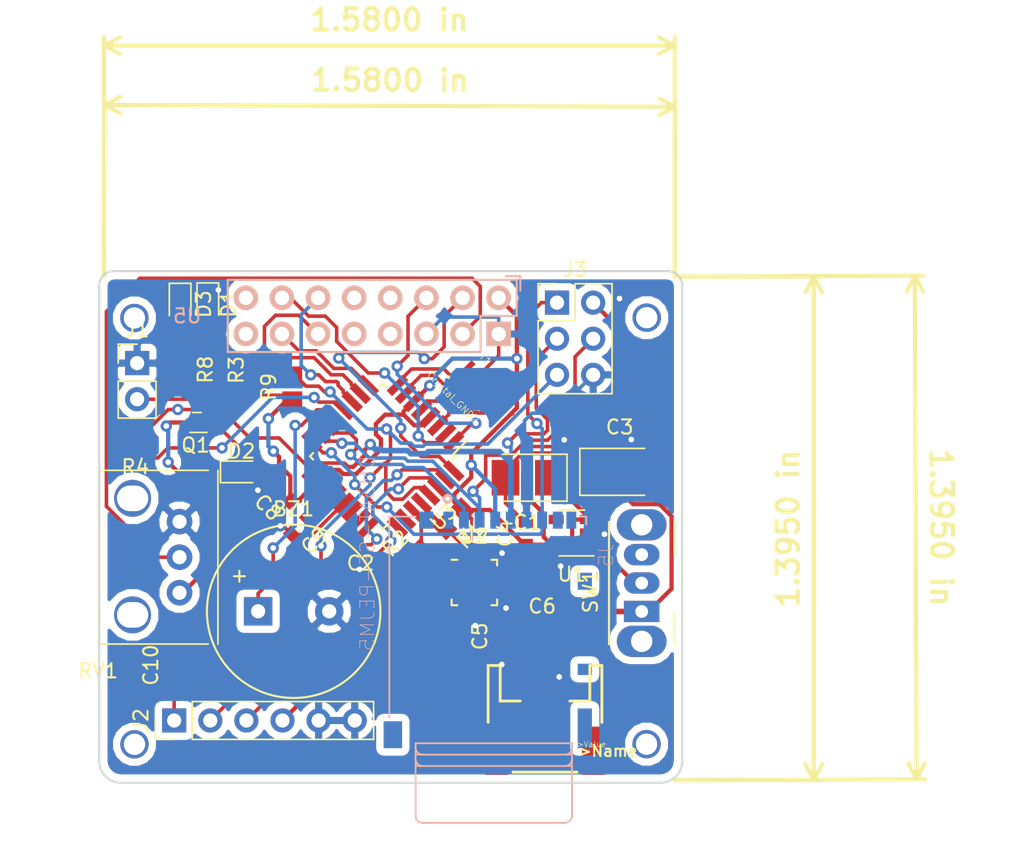
<source format=kicad_pcb>
(kicad_pcb (version 20171130) (host pcbnew "(6.0.0-rc1-dev-444-g2b59c976f)")

  (general
    (thickness 1.6)
    (drawings 12)
    (tracks 561)
    (zones 0)
    (modules 32)
    (nets 32)
  )

  (page A4)
  (layers
    (0 F.Cu signal)
    (31 B.Cu signal)
    (32 B.Adhes user)
    (33 F.Adhes user)
    (34 B.Paste user)
    (35 F.Paste user)
    (36 B.SilkS user)
    (37 F.SilkS user)
    (38 B.Mask user)
    (39 F.Mask user)
    (40 Dwgs.User user)
    (41 Cmts.User user)
    (42 Eco1.User user)
    (43 Eco2.User user)
    (44 Edge.Cuts user)
    (45 Margin user)
    (46 B.CrtYd user)
    (47 F.CrtYd user)
    (48 B.Fab user)
    (49 F.Fab user)
  )

  (setup
    (last_trace_width 0.25)
    (trace_clearance 0.2)
    (zone_clearance 0.508)
    (zone_45_only no)
    (trace_min 0.2)
    (via_size 0.8)
    (via_drill 0.4)
    (via_min_size 0.4)
    (via_min_drill 0.3)
    (uvia_size 0.3)
    (uvia_drill 0.1)
    (uvias_allowed no)
    (uvia_min_size 0.2)
    (uvia_min_drill 0.1)
    (edge_width 0.15)
    (segment_width 0.2)
    (pcb_text_width 0.3)
    (pcb_text_size 1.5 1.5)
    (mod_edge_width 0.15)
    (mod_text_size 1 1)
    (mod_text_width 0.15)
    (pad_size 1.7272 1.7272)
    (pad_drill 1.016)
    (pad_to_mask_clearance 0.2)
    (aux_axis_origin 0 0)
    (grid_origin 116.225001 122.5)
    (visible_elements FFFFFF7F)
    (pcbplotparams
      (layerselection 0x010fc_ffffffff)
      (usegerberextensions false)
      (usegerberattributes false)
      (usegerberadvancedattributes false)
      (creategerberjobfile false)
      (excludeedgelayer true)
      (linewidth 0.100000)
      (plotframeref false)
      (viasonmask false)
      (mode 1)
      (useauxorigin false)
      (hpglpennumber 1)
      (hpglpenspeed 20)
      (hpglpendiameter 15.000000)
      (psnegative false)
      (psa4output false)
      (plotreference true)
      (plotvalue true)
      (plotinvisibletext false)
      (padsonsilk false)
      (subtractmaskfromsilk false)
      (outputformat 1)
      (mirror false)
      (drillshape 0)
      (scaleselection 1)
      (outputdirectory "../../Desktop/orders/bed_sensor/"))
  )

  (net 0 "")
  (net 1 Buzzer)
  (net 2 GND)
  (net 3 "Net-(C1-Pad1)")
  (net 4 +3V3)
  (net 5 "Net-(C5-Pad2)")
  (net 6 "Net-(C9-Pad1)")
  (net 7 /Ardunio/DTR)
  (net 8 /Ardunio/RESET)
  (net 9 "Net-(D1-Pad2)")
  (net 10 "Net-(D2-Pad1)")
  (net 11 "Net-(D3-Pad2)")
  (net 12 /Ardunio/TX0)
  (net 13 /Ardunio/RX1)
  (net 14 VCC)
  (net 15 "Net-(Q1-Pad2)")
  (net 16 Display_Enable)
  (net 17 RS)
  (net 18 SCL_MPU)
  (net 19 SDA_MPU)
  (net 20 Vibration)
  (net 21 "Net-(RV1-Pad2)")
  (net 22 DB7)
  (net 23 DB6)
  (net 24 DB4)
  (net 25 DB5)
  (net 26 SCK)
  (net 27 CS)
  (net 28 "Net-(U3-Pad7)")
  (net 29 "Net-(U3-Pad8)")
  (net 30 MISO)
  (net 31 MOSI)

  (net_class Default "This is the default net class."
    (clearance 0.2)
    (trace_width 0.25)
    (via_dia 0.8)
    (via_drill 0.4)
    (uvia_dia 0.3)
    (uvia_drill 0.1)
    (add_net /Ardunio/DTR)
    (add_net /Ardunio/RESET)
    (add_net /Ardunio/RX1)
    (add_net /Ardunio/TX0)
    (add_net Buzzer)
    (add_net CS)
    (add_net DB4)
    (add_net DB5)
    (add_net DB6)
    (add_net DB7)
    (add_net Display_Enable)
    (add_net GND)
    (add_net MISO)
    (add_net MOSI)
    (add_net "Net-(C5-Pad2)")
    (add_net "Net-(C9-Pad1)")
    (add_net "Net-(D1-Pad2)")
    (add_net "Net-(D2-Pad1)")
    (add_net "Net-(D3-Pad2)")
    (add_net "Net-(Q1-Pad2)")
    (add_net "Net-(RV1-Pad2)")
    (add_net "Net-(U3-Pad7)")
    (add_net "Net-(U3-Pad8)")
    (add_net RS)
    (add_net SCK)
    (add_net SCL_MPU)
    (add_net SDA_MPU)
    (add_net Vibration)
  )

  (net_class VCC ""
    (clearance 0.2)
    (trace_width 0.3)
    (via_dia 0.8)
    (via_drill 0.4)
    (uvia_dia 0.3)
    (uvia_drill 0.1)
    (add_net +3V3)
    (add_net "Net-(C1-Pad1)")
    (add_net VCC)
  )

  (module "components:BI P090L-02F25BR10K" (layer F.Cu) (tedit 5B8809BF) (tstamp 5B227792)
    (at 118.574501 110.689 180)
    (descr "Potentiometer, horizontally mounted, Omeg PC16PU, Omeg PC16PU, Omeg PC16PU, Vishay/Spectrol 248GJ/249GJ Single, Vishay/Spectrol 248GJ/249GJ Single, Vishay/Spectrol 248GJ/249GJ Single, Vishay/Spectrol 248GH/249GH Single, Vishay/Spectrol 148/149 Single, Vishay/Spectrol 148/149 Single, Vishay/Spectrol 148/149 Single, Vishay/Spectrol 148A/149A Single with mounting plates, Vishay/Spectrol 148/149 Double, Vishay/Spectrol 148A/149A Double with mounting plates, Piher PC-16 Single, Piher PC-16 Single, Piher PC-16 Single, Piher PC-16SV Single, Piher PC-16 Double, Piher PC-16 Triple, Piher T16H Single, Piher T16L Single, Piher T16H Double, Alps RK163 Single, Alps RK163 Double, Alps RK097 Single, Alps RK097 Double, Bourns PTV09A-2 Single with mounting sleve Single, Bourns PTV09A-1 with mounting sleve Single, Bourns PRS11S Single, Alps RK09K Single with mounting sleve Single, Alps RK09K with mounting sleve Single, Alps RK09L Single, Alps RK09L Single, http://www.alps.com/prod/info/E/HTML/Potentiometer/RotaryPotentiometers/RK09L/RK09L1140A5E.html")
    (tags "Potentiometer horizontal  Omeg PC16PU  Omeg PC16PU  Omeg PC16PU  Vishay/Spectrol 248GJ/249GJ Single  Vishay/Spectrol 248GJ/249GJ Single  Vishay/Spectrol 248GJ/249GJ Single  Vishay/Spectrol 248GH/249GH Single  Vishay/Spectrol 148/149 Single  Vishay/Spectrol 148/149 Single  Vishay/Spectrol 148/149 Single  Vishay/Spectrol 148A/149A Single with mounting plates  Vishay/Spectrol 148/149 Double  Vishay/Spectrol 148A/149A Double with mounting plates  Piher PC-16 Single  Piher PC-16 Single  Piher PC-16 Single  Piher PC-16SV Single  Piher PC-16 Double  Piher PC-16 Triple  Piher T16H Single  Piher T16L Single  Piher T16H Double  Alps RK163 Single  Alps RK163 Double  Alps RK097 Single  Alps RK097 Double  Bourns PTV09A-2 Single with mounting sleve Single  Bourns PTV09A-1 with mounting sleve Single  Bourns PRS11S Single  Alps RK09K Single with mounting sleve Single  Alps RK09K with mounting sleve Single  Alps RK09L Single  Alps RK09L Single")
    (path /5B164460)
    (fp_text reference RV1 (at 2.425 -3.94 180) (layer F.SilkS)
      (effects (font (size 1 1) (thickness 0.15)))
    )
    (fp_text value 10K (at 2.425 12.06 180) (layer F.Fab)
      (effects (font (size 1 1) (thickness 0.15)))
    )
    (fp_line (start -5.322 -2.05) (end 2.298 -2.05) (layer F.SilkS) (width 0.12))
    (fp_line (start -5.322 10.17) (end 2.298 10.17) (layer F.SilkS) (width 0.12))
    (fp_line (start -6 -2.05) (end -6 10.17) (layer F.SilkS) (width 0.12))
    (fp_line (start 2.4 -2.05) (end 2.4 10.17) (layer F.SilkS) (width 0.12))
    (fp_line (start -4.45 -2.94) (end -4.45 11.06) (layer F.CrtYd) (width 0.05))
    (fp_line (start -4.45 11.06) (end 9.3 11.06) (layer F.CrtYd) (width 0.05))
    (fp_line (start 9.3 11.06) (end 9.3 -2.94) (layer F.CrtYd) (width 0.05))
    (fp_line (start 9.3 -2.94) (end -4.45 -2.94) (layer F.CrtYd) (width 0.05))
    (pad 1 thru_hole circle (at -3.3 1.56 180) (size 1.8 1.8) (drill 1) (layers *.Cu *.Mask)
      (net 4 +3V3))
    (pad 2 thru_hole circle (at -3.3 4.06 180) (size 1.8 1.8) (drill 1) (layers *.Cu *.Mask)
      (net 21 "Net-(RV1-Pad2)"))
    (pad 3 thru_hole circle (at -3.3 6.56 180) (size 1.8 1.8) (drill 1) (layers *.Cu *.Mask)
      (net 2 GND))
    (pad 0 thru_hole circle (at 0 0 180) (size 2.6 2.6) (drill oval 2.2 1.8) (layers *.Cu *.Mask))
    (pad 0 thru_hole circle (at 0 8.2 180) (size 2.6 2.6) (drill oval 2.2 1.8) (layers *.Cu *.Mask))
    (model Potentiometers.3dshapes/Potentiometer_Alps_RK09L_Sleve_Single_Horizontal.wrl
      (at (xyz 0 0 0))
      (scale (xyz 0.393701 0.393701 0.393701))
      (rotate (xyz 0 0 0))
    )
  )

  (module components:CFAH0802D-YYH-JP (layer B.Cu) (tedit 5B883772) (tstamp 5BAFE4E6)
    (at 118.701501 89.7975 180)
    (path /5B11DCE9)
    (fp_text reference U5 (at -3.719548 0.139356 180) (layer B.SilkS)
      (effects (font (size 1 1) (thickness 0.15)) (justify mirror))
    )
    (fp_text value CFAH0802D-YYH-JP (at -4.064 3.556 180) (layer B.Fab)
      (effects (font (size 1 1) (thickness 0.15)) (justify mirror))
    )
    (fp_arc (start -33.402361 -4.845783) (end -34.002361 -4.845783) (angle 90) (layer B.Fab) (width 0.2))
    (fp_arc (start -33.402361 -4.845783) (end -33.402361 -4.245783) (angle 90) (layer B.Fab) (width 0.2))
    (fp_line (start -4.802361 -19.945783) (end -31.202361 -19.945783) (layer B.Fab) (width 0.2))
    (fp_line (start -31.202361 -19.945783) (end -31.202361 -10.045783) (layer B.Fab) (width 0.2))
    (fp_line (start -2.602361 -5.445783) (end -33.402361 -5.445783) (layer B.Fab) (width 0.2))
    (fp_line (start -18.202361 -15.195783) (end -21.152361 -15.195783) (layer B.Fab) (width 0.2))
    (fp_line (start -14.452361 -15.195783) (end -14.452361 -19.945783) (layer B.Fab) (width 0.2))
    (fp_circle (center -36.002361 0.004217) (end -35.002361 0.004217) (layer F.Fab) (width 0.2))
    (fp_line (start -7.752361 -14.795783) (end -4.802361 -14.795783) (layer B.Fab) (width 0.2))
    (fp_line (start -11.102361 -15.195783) (end -11.102361 -19.945783) (layer B.Fab) (width 0.2))
    (fp_line (start -21.152361 -15.195783) (end -21.152361 -19.945783) (layer B.Fab) (width 0.2))
    (fp_arc (start -2.602361 -4.845783) (end -2.602361 -5.445783) (angle 90) (layer B.Fab) (width 0.2))
    (fp_line (start -0.302361 -3.395783) (end -35.702361 -3.395783) (layer B.Fab) (width 0.2))
    (fp_line (start -38.002361 -26.595783) (end -38.002361 -29.995783) (layer B.Fab) (width 0.2))
    (fp_arc (start -2.602361 -4.845783) (end -2.002361 -4.845783) (angle 90) (layer B.Fab) (width 0.2))
    (fp_arc (start -36.002361 -29.995783) (end -38.002361 -29.995783) (angle 90) (layer B.Fab) (width 0.2))
    (fp_line (start -2.002361 -29.995783) (end -2.002361 -26.595783) (layer B.Fab) (width 0.2))
    (fp_line (start -21.552361 -14.795783) (end -21.552361 -10.045783) (layer B.Fab) (width 0.2))
    (fp_line (start -21.152361 -14.795783) (end -18.202361 -14.795783) (layer B.Fab) (width 0.2))
    (fp_line (start -18.202361 -19.945783) (end -18.202361 -15.195783) (layer B.Fab) (width 0.2))
    (fp_arc (start -33.402361 -25.145783) (end -33.402361 -24.545783) (angle 90) (layer B.Fab) (width 0.2))
    (fp_line (start 0.697639 -4.395783) (end -0.302361 -3.395783) (layer B.Fab) (width 0.2))
    (fp_arc (start -32.702361 -21.445783) (end -33.202361 -21.445783) (angle 90) (layer B.Fab) (width 0.2))
    (fp_line (start -7.752361 -15.195783) (end -7.752361 -19.945783) (layer B.Fab) (width 0.2))
    (fp_line (start -8.152361 -15.195783) (end -11.102361 -15.195783) (layer B.Fab) (width 0.2))
    (fp_line (start -35.702361 -3.395783) (end -36.702361 -4.395783) (layer B.Fab) (width 0.2))
    (fp_line (start -38.002361 -26.095783) (end -38.002361 -26.595783) (layer B.Fab) (width 0.2))
    (fp_arc (start -0.002361 -29.995783) (end -2.002361 -29.995783) (angle 90) (layer B.Fab) (width 0.2))
    (fp_line (start -2.602361 -24.545783) (end -33.402361 -24.545783) (layer B.Fab) (width 0.2))
    (fp_line (start 0.697639 -25.595783) (end 0.697639 -4.395783) (layer B.Fab) (width 0.2))
    (fp_arc (start -2.602361 -25.145783) (end -2.002361 -25.145783) (angle 90) (layer B.Fab) (width 0.2))
    (fp_line (start -24.502361 -14.795783) (end -21.552361 -14.795783) (layer B.Fab) (width 0.2))
    (fp_line (start -27.852361 -10.045783) (end -27.852361 -14.795783) (layer B.Fab) (width 0.2))
    (fp_line (start -18.202361 -14.795783) (end -18.202361 -10.045783) (layer B.Fab) (width 0.2))
    (fp_line (start -27.852361 -14.795783) (end -24.902361 -14.795783) (layer B.Fab) (width 0.2))
    (fp_line (start -24.902361 -14.795783) (end -24.902361 -10.045783) (layer B.Fab) (width 0.2))
    (fp_line (start -24.502361 -15.195783) (end -24.502361 -19.945783) (layer B.Fab) (width 0.2))
    (fp_line (start -28.252361 -14.795783) (end -28.252361 -10.045783) (layer B.Fab) (width 0.2))
    (fp_line (start -24.902361 -15.195783) (end -27.852361 -15.195783) (layer B.Fab) (width 0.2))
    (fp_line (start -27.852361 -15.195783) (end -27.852361 -19.945783) (layer B.Fab) (width 0.2))
    (fp_line (start -28.252361 -19.945783) (end -28.252361 -15.195783) (layer B.Fab) (width 0.2))
    (fp_line (start 1.997639 -26.595783) (end 1.997639 -29.995783) (layer B.Fab) (width 0.2))
    (fp_line (start -21.552361 -15.195783) (end -24.502361 -15.195783) (layer B.Fab) (width 0.2))
    (fp_line (start -21.552361 -19.945783) (end -21.552361 -15.195783) (layer B.Fab) (width 0.2))
    (fp_arc (start -2.602361 -25.145783) (end -2.602361 -25.745783) (angle 90) (layer B.Fab) (width 0.2))
    (fp_line (start -24.502361 -10.045783) (end -24.502361 -14.795783) (layer B.Fab) (width 0.2))
    (fp_line (start -11.102361 -10.045783) (end -11.102361 -14.795783) (layer B.Fab) (width 0.2))
    (fp_arc (start -3.302361 -21.445783) (end -3.302361 -21.945783) (angle 90) (layer B.Fab) (width 0.2))
    (fp_line (start -8.152361 -14.795783) (end -8.152361 -10.045783) (layer B.Fab) (width 0.2))
    (fp_line (start -33.402361 -25.745783) (end -2.602361 -25.745783) (layer B.Fab) (width 0.2))
    (fp_line (start -31.202361 -14.795783) (end -28.252361 -14.795783) (layer B.Fab) (width 0.2))
    (fp_line (start -11.502361 -15.195783) (end -14.452361 -15.195783) (layer B.Fab) (width 0.2))
    (fp_line (start -11.502361 -14.795783) (end -11.502361 -10.045783) (layer B.Fab) (width 0.2))
    (fp_circle (center -36.002361 0.004217) (end -34.002361 0.004217) (layer F.Fab) (width 0.2))
    (fp_line (start -14.452361 -14.795783) (end -11.502361 -14.795783) (layer B.Fab) (width 0.2))
    (fp_line (start -17.802361 -10.045783) (end -17.802361 -14.795783) (layer B.Fab) (width 0.2))
    (fp_line (start -38.002361 -26.595783) (end 1.997639 -26.595783) (layer B.Fab) (width 0.2))
    (fp_line (start -11.502361 -19.945783) (end -11.502361 -15.195783) (layer B.Fab) (width 0.2))
    (fp_line (start -28.252361 -15.195783) (end -31.202361 -15.195783) (layer B.Fab) (width 0.2))
    (fp_line (start -17.802361 -15.195783) (end -17.802361 -19.945783) (layer B.Fab) (width 0.2))
    (fp_circle (center -36.002361 -29.995783) (end -35.002361 -29.995783) (layer F.Fab) (width 0.2))
    (fp_line (start -14.852361 -15.195783) (end -17.802361 -15.195783) (layer B.Fab) (width 0.2))
    (fp_line (start -36.202361 -26.095783) (end -38.002361 -26.095783) (layer B.Fab) (width 0.2))
    (fp_line (start -14.852361 -19.945783) (end -14.852361 -15.195783) (layer B.Fab) (width 0.2))
    (fp_line (start -21.152361 -10.045783) (end -21.152361 -14.795783) (layer B.Fab) (width 0.2))
    (fp_circle (center -0.002361 0.004217) (end 0.997639 0.004217) (layer F.Fab) (width 0.2))
    (fp_line (start -24.902361 -19.945783) (end -24.902361 -15.195783) (layer B.Fab) (width 0.2))
    (fp_circle (center -0.002361 -29.995783) (end 0.997639 -29.995783) (layer F.Fab) (width 0.2))
    (fp_line (start 1.997639 -26.595783) (end 1.997639 -26.095783) (layer B.Fab) (width 0.2))
    (fp_arc (start 1.497639 -25.395783) (end 1.497639 -25.895783) (angle 90) (layer B.Fab) (width 0.2))
    (fp_line (start 1.997639 2.404217) (end 1.997639 -25.395783) (layer B.Fab) (width 0.2))
    (fp_line (start 0.997639 3.404217) (end 1.997639 2.404217) (layer B.Fab) (width 0.2))
    (fp_line (start -37.002361 3.404217) (end 0.997639 3.404217) (layer B.Fab) (width 0.2))
    (fp_line (start -38.002361 2.404217) (end -37.002361 3.404217) (layer B.Fab) (width 0.2))
    (fp_line (start -38.002361 -25.395783) (end -38.002361 2.404217) (layer B.Fab) (width 0.2))
    (fp_arc (start -37.502361 -25.395783) (end -38.002361 -25.395783) (angle 90) (layer B.Fab) (width 0.2))
    (fp_line (start -0.302361 -26.595783) (end 0.697639 -25.595783) (layer B.Fab) (width 0.2))
    (fp_line (start -33.402361 -4.245783) (end -2.602361 -4.245783) (layer B.Fab) (width 0.2))
    (fp_line (start -34.002361 -29.995783) (end -34.002361 -26.595783) (layer B.Fab) (width 0.2))
    (fp_arc (start -32.702361 -8.545783) (end -32.702361 -8.045783) (angle 90) (layer B.Fab) (width 0.2))
    (fp_line (start -33.202361 -8.545783) (end -33.202361 -21.445783) (layer B.Fab) (width 0.2))
    (fp_line (start -3.302361 -8.045783) (end -32.702361 -8.045783) (layer B.Fab) (width 0.2))
    (fp_line (start -35.702361 -26.595783) (end -0.302361 -26.595783) (layer B.Fab) (width 0.2))
    (fp_line (start 1.497639 -25.895783) (end 0.397639 -25.895783) (layer B.Fab) (width 0.2))
    (fp_line (start -2.802361 -21.445783) (end -2.802361 -8.545783) (layer B.Fab) (width 0.2))
    (fp_line (start -36.702361 -25.595783) (end -35.702361 -26.595783) (layer B.Fab) (width 0.2))
    (fp_arc (start -3.302361 -8.545783) (end -2.802361 -8.545783) (angle 90) (layer B.Fab) (width 0.2))
    (fp_line (start -31.202361 -10.045783) (end -4.802361 -10.045783) (layer B.Fab) (width 0.2))
    (fp_line (start -4.802361 -10.045783) (end -4.802361 -19.945783) (layer B.Fab) (width 0.2))
    (fp_line (start -32.702361 -21.945783) (end -3.302361 -21.945783) (layer B.Fab) (width 0.2))
    (fp_line (start -36.402361 -25.895783) (end -37.502361 -25.895783) (layer B.Fab) (width 0.2))
    (fp_arc (start -33.402361 -25.145783) (end -34.002361 -25.145783) (angle 90) (layer B.Fab) (width 0.2))
    (fp_line (start -36.702361 -4.395783) (end -36.702361 -25.595783) (layer B.Fab) (width 0.2))
    (fp_line (start 1.997639 -26.095783) (end 0.197639 -26.095783) (layer B.Fab) (width 0.2))
    (fp_line (start -11.102361 -14.795783) (end -8.152361 -14.795783) (layer B.Fab) (width 0.2))
    (fp_arc (start -0.002361 -29.995783) (end -0.002361 -31.995783) (angle 90) (layer B.Fab) (width 0.2))
    (fp_arc (start -36.002361 -29.995783) (end -36.002361 -31.995783) (angle 90) (layer B.Fab) (width 0.2))
    (fp_circle (center -0.002361 0.004217) (end 1.997639 0.004217) (layer F.Fab) (width 0.2))
    (fp_line (start -17.802361 -14.795783) (end -14.852361 -14.795783) (layer B.Fab) (width 0.2))
    (fp_line (start -14.852361 -14.795783) (end -14.852361 -10.045783) (layer B.Fab) (width 0.2))
    (fp_line (start -7.752361 -10.045783) (end -7.752361 -14.795783) (layer B.Fab) (width 0.2))
    (fp_line (start -8.152361 -19.945783) (end -8.152361 -15.195783) (layer B.Fab) (width 0.2))
    (fp_line (start -4.802361 -15.195783) (end -7.752361 -15.195783) (layer B.Fab) (width 0.2))
    (fp_line (start -14.452361 -10.045783) (end -14.452361 -14.795783) (layer B.Fab) (width 0.2))
    (fp_line (start -26.884 2.687) (end -6.564 2.687) (layer B.SilkS) (width 0.15))
    (fp_line (start -6.564 -2.393) (end -6.564 2.687) (layer B.SilkS) (width 0.15))
    (fp_line (start -6.564 -2.393) (end -24.344 -2.393) (layer B.SilkS) (width 0.15))
    (fp_line (start -26.884 2.687) (end -26.884 0.147) (layer B.SilkS) (width 0.15))
    (fp_line (start -27.138 1.925) (end -27.138 2.941) (layer B.SilkS) (width 0.15))
    (fp_line (start -26.122 2.941) (end -27.138 2.941) (layer B.SilkS) (width 0.15))
    (fp_line (start -26.884 0.147) (end -24.344 0.147) (layer B.SilkS) (width 0.15))
    (fp_line (start -24.344 -2.393) (end -24.344 0.147) (layer B.SilkS) (width 0.15))
    (pad "" thru_hole circle (at -36.016 -29.987 180) (size 2 2) (drill 1.5) (layers *.Cu *.Mask))
    (pad "" thru_hole circle (at -0.006 -29.997 180) (size 2 2) (drill 1.5) (layers *.Cu *.Mask))
    (pad "" thru_hole circle (at 0 0 180) (size 2 2) (drill 1.5) (layers *.Cu *.Mask))
    (pad "" thru_hole circle (at -36.028 0.02 180) (size 2 2) (drill 1.5) (layers *.Cu *.Mask))
    (pad 1 thru_hole rect (at -25.616787 -1.127261 180) (size 1.7272 1.7272) (drill 1.016) (layers *.Cu *.SilkS *.Mask)
      (net 2 GND))
    (pad 2 thru_hole oval (at -25.614 1.417 180) (size 1.7272 1.7272) (drill 1.016) (layers *.Cu *.SilkS *.Mask)
      (net 4 +3V3))
    (pad 3 thru_hole oval (at -23.074 -1.123 180) (size 1.7272 1.7272) (drill 1.016) (layers *.Cu *.SilkS *.Mask)
      (net 21 "Net-(RV1-Pad2)"))
    (pad 4 thru_hole oval (at -23.074 1.417 180) (size 1.7272 1.7272) (drill 1.016) (layers *.Cu *.SilkS *.Mask)
      (net 17 RS))
    (pad 5 thru_hole oval (at -20.534 -1.123 180) (size 1.7272 1.7272) (drill 1.016) (layers *.Cu *.SilkS *.Mask)
      (net 2 GND))
    (pad 6 thru_hole oval (at -20.534 1.417 180) (size 1.7272 1.7272) (drill 1.016) (layers *.Cu *.SilkS *.Mask)
      (net 16 Display_Enable))
    (pad 7 thru_hole oval (at -17.994 -1.123 180) (size 1.7272 1.7272) (drill 1.016) (layers *.Cu *.SilkS *.Mask))
    (pad 8 thru_hole oval (at -17.994 1.417 180) (size 1.7272 1.7272) (drill 1.016) (layers *.Cu *.SilkS *.Mask))
    (pad 9 thru_hole oval (at -15.454 -1.123 180) (size 1.7272 1.7272) (drill 1.016) (layers *.Cu *.SilkS *.Mask))
    (pad 10 thru_hole oval (at -15.454 1.417 180) (size 1.7272 1.7272) (drill 1.016) (layers *.Cu *.SilkS *.Mask))
    (pad 11 thru_hole oval (at -12.914 -1.123 180) (size 1.7272 1.7272) (drill 1.016) (layers *.Cu *.SilkS *.Mask)
      (net 24 DB4))
    (pad 12 thru_hole oval (at -12.914 1.417 180) (size 1.7272 1.7272) (drill 1.016) (layers *.Cu *.SilkS *.Mask)
      (net 25 DB5))
    (pad 13 thru_hole oval (at -10.374 -1.123 180) (size 1.7272 1.7272) (drill 1.016) (layers *.Cu *.SilkS *.Mask)
      (net 23 DB6))
    (pad 14 thru_hole oval (at -10.374 1.417 180) (size 1.7272 1.7272) (drill 1.016) (layers *.Cu *.SilkS *.Mask)
      (net 22 DB7))
    (pad 16 thru_hole oval (at -7.834 1.417 180) (size 1.7272 1.7272) (drill 1.016) (layers *.Cu *.SilkS *.Mask))
    (pad 15 thru_hole oval (at -7.834 -1.123 180) (size 1.7272 1.7272) (drill 1.016) (layers *.Cu *.SilkS *.Mask))
  )

  (module components:PS1240P02BT (layer F.Cu) (tedit 5AC6A6FD) (tstamp 5B3EACD1)
    (at 129.901001 110.435)
    (descr "Generic Buzzer, D12mm height 9.5mm with RM7.6mm")
    (tags buzzer)
    (path /5B11588F)
    (fp_text reference BZ1 (at -0.01 -7.2) (layer F.SilkS)
      (effects (font (size 1 1) (thickness 0.15)))
    )
    (fp_text value Buzzer (at -0.01 7.4) (layer F.Fab)
      (effects (font (size 1 1) (thickness 0.15)))
    )
    (fp_circle (center 0 0) (end 6.1 0) (layer F.SilkS) (width 0.15))
    (fp_text user + (at -3.82 -2.54) (layer F.Fab)
      (effects (font (size 1 1) (thickness 0.15)))
    )
    (fp_text user + (at -3.82 -2.54) (layer F.SilkS)
      (effects (font (size 1 1) (thickness 0.15)))
    )
    (fp_text user %R (at -0.01 -4) (layer F.Fab)
      (effects (font (size 1 1) (thickness 0.15)))
    )
    (pad 1 thru_hole rect (at -2.5 0) (size 2 2) (drill 1) (layers *.Cu *.Mask)
      (net 1 Buzzer))
    (pad 2 thru_hole circle (at 2.5 0) (size 2 2) (drill 1) (layers *.Cu *.Mask)
      (net 2 GND))
    (model ${KISYS3DMOD}/Buzzer_Beeper.3dshapes/Buzzer_12x9.5RM7.6.wrl
      (at (xyz 0 0 0))
      (scale (xyz 1 1 1))
      (rotate (xyz 0 0 0))
    )
  )

  (module Capacitors_Tantalum_SMD:CP_Tantalum_Case-T_EIA-3528-12_Reflow (layer F.Cu) (tedit 58CC8C08) (tstamp 5B2FF63C)
    (at 146.323001 101.037 180)
    (descr "Tantalum capacitor, Case T, EIA 3528-12, 3.5x2.8x1.2mm, Reflow soldering footprint")
    (tags "capacitor tantalum smd")
    (path /5B1122FA)
    (attr smd)
    (fp_text reference C1 (at 0 -3.15 180) (layer F.SilkS)
      (effects (font (size 1 1) (thickness 0.15)))
    )
    (fp_text value 10uF (at 0 3.15 180) (layer F.Fab)
      (effects (font (size 1 1) (thickness 0.15)))
    )
    (fp_line (start -2.8 -1.65) (end -2.8 1.65) (layer F.SilkS) (width 0.12))
    (fp_line (start -2.8 1.65) (end 1.75 1.65) (layer F.SilkS) (width 0.12))
    (fp_line (start -2.8 -1.65) (end 1.75 -1.65) (layer F.SilkS) (width 0.12))
    (fp_line (start -1.225 -1.4) (end -1.225 1.4) (layer F.Fab) (width 0.1))
    (fp_line (start -1.4 -1.4) (end -1.4 1.4) (layer F.Fab) (width 0.1))
    (fp_line (start 1.75 -1.4) (end -1.75 -1.4) (layer F.Fab) (width 0.1))
    (fp_line (start 1.75 1.4) (end 1.75 -1.4) (layer F.Fab) (width 0.1))
    (fp_line (start -1.75 1.4) (end 1.75 1.4) (layer F.Fab) (width 0.1))
    (fp_line (start -1.75 -1.4) (end -1.75 1.4) (layer F.Fab) (width 0.1))
    (fp_line (start 2.85 -1.75) (end -2.85 -1.75) (layer F.CrtYd) (width 0.05))
    (fp_line (start 2.85 1.75) (end 2.85 -1.75) (layer F.CrtYd) (width 0.05))
    (fp_line (start -2.85 1.75) (end 2.85 1.75) (layer F.CrtYd) (width 0.05))
    (fp_line (start -2.85 -1.75) (end -2.85 1.75) (layer F.CrtYd) (width 0.05))
    (fp_text user %R (at 0 0 180) (layer F.Fab)
      (effects (font (size 0.8 0.8) (thickness 0.12)))
    )
    (pad 2 smd rect (at 1.525 0 180) (size 1.95 2.5) (layers F.Cu F.Paste F.Mask)
      (net 2 GND))
    (pad 1 smd rect (at -1.525 0 180) (size 1.95 2.5) (layers F.Cu F.Paste F.Mask)
      (net 3 "Net-(C1-Pad1)"))
    (model Capacitors_Tantalum_SMD.3dshapes/CP_Tantalum_Case-T_EIA-3528-12.wrl
      (at (xyz 0 0 0))
      (scale (xyz 1 1 1))
      (rotate (xyz 0 0 0))
    )
  )

  (module Capacitor_SMD:C_0603_1608Metric (layer F.Cu) (tedit 5AC5DB74) (tstamp 5B218EE1)
    (at 134.600001 108.5)
    (descr "Capacitor SMD 0603 (1608 Metric), square (rectangular) end terminal, IPC_7351 nominal, (Body size source: http://www.tortai-tech.com/upload/download/2011102023233369053.pdf), generated with kicad-footprint-generator")
    (tags capacitor)
    (path /5B15238F)
    (attr smd)
    (fp_text reference C2 (at 0 -1.45) (layer F.SilkS)
      (effects (font (size 1 1) (thickness 0.15)))
    )
    (fp_text value 10nF (at 0 1.45) (layer F.Fab)
      (effects (font (size 1 1) (thickness 0.15)))
    )
    (fp_line (start -0.8 0.4) (end -0.8 -0.4) (layer F.Fab) (width 0.1))
    (fp_line (start -0.8 -0.4) (end 0.8 -0.4) (layer F.Fab) (width 0.1))
    (fp_line (start 0.8 -0.4) (end 0.8 0.4) (layer F.Fab) (width 0.1))
    (fp_line (start 0.8 0.4) (end -0.8 0.4) (layer F.Fab) (width 0.1))
    (fp_line (start -1.46 0.75) (end -1.46 -0.75) (layer F.CrtYd) (width 0.05))
    (fp_line (start -1.46 -0.75) (end 1.46 -0.75) (layer F.CrtYd) (width 0.05))
    (fp_line (start 1.46 -0.75) (end 1.46 0.75) (layer F.CrtYd) (width 0.05))
    (fp_line (start 1.46 0.75) (end -1.46 0.75) (layer F.CrtYd) (width 0.05))
    (fp_text user %R (at 0 0) (layer F.Fab)
      (effects (font (size 0.4 0.4) (thickness 0.06)))
    )
    (pad 1 smd rect (at -0.8 0) (size 0.82 1) (layers F.Cu F.Paste F.Mask)
      (net 2 GND))
    (pad 2 smd rect (at 0.8 0) (size 0.82 1) (layers F.Cu F.Paste F.Mask)
      (net 4 +3V3))
    (model ${KISYS3DMOD}/Capacitor_SMD.3dshapes/C_0603_1608Metric.wrl
      (at (xyz 0 0 0))
      (scale (xyz 1 1 1))
      (rotate (xyz 0 0 0))
    )
  )

  (module Capacitors_Tantalum_SMD:CP_Tantalum_Case-B_EIA-3528-21_Reflow (layer F.Cu) (tedit 58CC8C08) (tstamp 5B9800E9)
    (at 152.825001 100.625)
    (descr "Tantalum capacitor, Case B, EIA 3528-21, 3.5x2.8x1.9mm, Reflow soldering footprint")
    (tags "capacitor tantalum smd")
    (path /5B1126CD)
    (attr smd)
    (fp_text reference C3 (at 0 -3.15) (layer F.SilkS)
      (effects (font (size 1 1) (thickness 0.15)))
    )
    (fp_text value 10uF (at 0 3.15) (layer F.Fab)
      (effects (font (size 1 1) (thickness 0.15)))
    )
    (fp_line (start -2.8 -1.65) (end -2.8 1.65) (layer F.SilkS) (width 0.12))
    (fp_line (start -2.8 1.65) (end 1.75 1.65) (layer F.SilkS) (width 0.12))
    (fp_line (start -2.8 -1.65) (end 1.75 -1.65) (layer F.SilkS) (width 0.12))
    (fp_line (start -1.225 -1.4) (end -1.225 1.4) (layer F.Fab) (width 0.1))
    (fp_line (start -1.4 -1.4) (end -1.4 1.4) (layer F.Fab) (width 0.1))
    (fp_line (start 1.75 -1.4) (end -1.75 -1.4) (layer F.Fab) (width 0.1))
    (fp_line (start 1.75 1.4) (end 1.75 -1.4) (layer F.Fab) (width 0.1))
    (fp_line (start -1.75 1.4) (end 1.75 1.4) (layer F.Fab) (width 0.1))
    (fp_line (start -1.75 -1.4) (end -1.75 1.4) (layer F.Fab) (width 0.1))
    (fp_line (start 2.85 -1.75) (end -2.85 -1.75) (layer F.CrtYd) (width 0.05))
    (fp_line (start 2.85 1.75) (end 2.85 -1.75) (layer F.CrtYd) (width 0.05))
    (fp_line (start -2.85 1.75) (end 2.85 1.75) (layer F.CrtYd) (width 0.05))
    (fp_line (start -2.85 -1.75) (end -2.85 1.75) (layer F.CrtYd) (width 0.05))
    (fp_text user %R (at 0 0) (layer F.Fab)
      (effects (font (size 0.8 0.8) (thickness 0.12)))
    )
    (pad 2 smd rect (at 1.525 0) (size 1.95 2.5) (layers F.Cu F.Paste F.Mask)
      (net 2 GND))
    (pad 1 smd rect (at -1.525 0) (size 1.95 2.5) (layers F.Cu F.Paste F.Mask)
      (net 4 +3V3))
    (model Capacitors_Tantalum_SMD.3dshapes/CP_Tantalum_Case-B_EIA-3528-21.wrl
      (at (xyz 0 0 0))
      (scale (xyz 1 1 1))
      (rotate (xyz 0 0 0))
    )
  )

  (module Capacitor_SMD:C_0603_1608Metric (layer F.Cu) (tedit 5AC5DB74) (tstamp 5B98011D)
    (at 146.225001 104.95 90)
    (descr "Capacitor SMD 0603 (1608 Metric), square (rectangular) end terminal, IPC_7351 nominal, (Body size source: http://www.tortai-tech.com/upload/download/2011102023233369053.pdf), generated with kicad-footprint-generator")
    (tags capacitor)
    (path /5B112765)
    (attr smd)
    (fp_text reference C4 (at 0 -1.45 90) (layer F.SilkS)
      (effects (font (size 1 1) (thickness 0.15)))
    )
    (fp_text value .1uF (at 0 1.45 90) (layer F.Fab)
      (effects (font (size 1 1) (thickness 0.15)))
    )
    (fp_text user %R (at 0 0 90) (layer F.Fab)
      (effects (font (size 0.4 0.4) (thickness 0.06)))
    )
    (fp_line (start 1.46 0.75) (end -1.46 0.75) (layer F.CrtYd) (width 0.05))
    (fp_line (start 1.46 -0.75) (end 1.46 0.75) (layer F.CrtYd) (width 0.05))
    (fp_line (start -1.46 -0.75) (end 1.46 -0.75) (layer F.CrtYd) (width 0.05))
    (fp_line (start -1.46 0.75) (end -1.46 -0.75) (layer F.CrtYd) (width 0.05))
    (fp_line (start 0.8 0.4) (end -0.8 0.4) (layer F.Fab) (width 0.1))
    (fp_line (start 0.8 -0.4) (end 0.8 0.4) (layer F.Fab) (width 0.1))
    (fp_line (start -0.8 -0.4) (end 0.8 -0.4) (layer F.Fab) (width 0.1))
    (fp_line (start -0.8 0.4) (end -0.8 -0.4) (layer F.Fab) (width 0.1))
    (pad 2 smd rect (at 0.8 0 90) (size 0.82 1) (layers F.Cu F.Paste F.Mask)
      (net 2 GND))
    (pad 1 smd rect (at -0.8 0 90) (size 0.82 1) (layers F.Cu F.Paste F.Mask)
      (net 4 +3V3))
    (model ${KISYS3DMOD}/Capacitor_SMD.3dshapes/C_0603_1608Metric.wrl
      (at (xyz 0 0 0))
      (scale (xyz 1 1 1))
      (rotate (xyz 0 0 0))
    )
  )

  (module Capacitor_SMD:C_0603_1608Metric (layer F.Cu) (tedit 5AC5DB74) (tstamp 5B9801AD)
    (at 144.445001 112.2 90)
    (descr "Capacitor SMD 0603 (1608 Metric), square (rectangular) end terminal, IPC_7351 nominal, (Body size source: http://www.tortai-tech.com/upload/download/2011102023233369053.pdf), generated with kicad-footprint-generator")
    (tags capacitor)
    (path /5B15204E)
    (attr smd)
    (fp_text reference C5 (at 0 -1.45 90) (layer F.SilkS)
      (effects (font (size 1 1) (thickness 0.15)))
    )
    (fp_text value .1uF (at 0 1.45 90) (layer F.Fab)
      (effects (font (size 1 1) (thickness 0.15)))
    )
    (fp_text user %R (at 0 0 90) (layer F.Fab)
      (effects (font (size 0.4 0.4) (thickness 0.06)))
    )
    (fp_line (start 1.46 0.75) (end -1.46 0.75) (layer F.CrtYd) (width 0.05))
    (fp_line (start 1.46 -0.75) (end 1.46 0.75) (layer F.CrtYd) (width 0.05))
    (fp_line (start -1.46 -0.75) (end 1.46 -0.75) (layer F.CrtYd) (width 0.05))
    (fp_line (start -1.46 0.75) (end -1.46 -0.75) (layer F.CrtYd) (width 0.05))
    (fp_line (start 0.8 0.4) (end -0.8 0.4) (layer F.Fab) (width 0.1))
    (fp_line (start 0.8 -0.4) (end 0.8 0.4) (layer F.Fab) (width 0.1))
    (fp_line (start -0.8 -0.4) (end 0.8 -0.4) (layer F.Fab) (width 0.1))
    (fp_line (start -0.8 0.4) (end -0.8 -0.4) (layer F.Fab) (width 0.1))
    (pad 2 smd rect (at 0.8 0 90) (size 0.82 1) (layers F.Cu F.Paste F.Mask)
      (net 5 "Net-(C5-Pad2)"))
    (pad 1 smd rect (at -0.8 0 90) (size 0.82 1) (layers F.Cu F.Paste F.Mask)
      (net 2 GND))
    (model ${KISYS3DMOD}/Capacitor_SMD.3dshapes/C_0603_1608Metric.wrl
      (at (xyz 0 0 0))
      (scale (xyz 1 1 1))
      (rotate (xyz 0 0 0))
    )
  )

  (module Capacitor_SMD:C_0603_1608Metric (layer F.Cu) (tedit 5AC5DB74) (tstamp 5B9802CA)
    (at 129.100001 102.1 135)
    (descr "Capacitor SMD 0603 (1608 Metric), square (rectangular) end terminal, IPC_7351 nominal, (Body size source: http://www.tortai-tech.com/upload/download/2011102023233369053.pdf), generated with kicad-footprint-generator")
    (tags capacitor)
    (path /5B10C25E/5B120CF2)
    (attr smd)
    (fp_text reference C8 (at 0 -1.45 135) (layer F.SilkS)
      (effects (font (size 1 1) (thickness 0.15)))
    )
    (fp_text value .1uf (at 0 1.45 135) (layer F.Fab)
      (effects (font (size 1 1) (thickness 0.15)))
    )
    (fp_line (start -0.8 0.4) (end -0.8 -0.4) (layer F.Fab) (width 0.1))
    (fp_line (start -0.8 -0.4) (end 0.8 -0.4) (layer F.Fab) (width 0.1))
    (fp_line (start 0.8 -0.4) (end 0.8 0.4) (layer F.Fab) (width 0.1))
    (fp_line (start 0.8 0.4) (end -0.8 0.4) (layer F.Fab) (width 0.1))
    (fp_line (start -1.46 0.75) (end -1.46 -0.75) (layer F.CrtYd) (width 0.05))
    (fp_line (start -1.46 -0.75) (end 1.46 -0.75) (layer F.CrtYd) (width 0.05))
    (fp_line (start 1.46 -0.75) (end 1.46 0.75) (layer F.CrtYd) (width 0.05))
    (fp_line (start 1.46 0.75) (end -1.46 0.75) (layer F.CrtYd) (width 0.05))
    (fp_text user %R (at 0 0 135) (layer F.Fab)
      (effects (font (size 0.4 0.4) (thickness 0.06)))
    )
    (pad 1 smd rect (at -0.799999 0 135) (size 0.82 1) (layers F.Cu F.Paste F.Mask)
      (net 4 +3V3))
    (pad 2 smd rect (at 0.799999 0 135) (size 0.82 1) (layers F.Cu F.Paste F.Mask)
      (net 2 GND))
    (model ${KISYS3DMOD}/Capacitor_SMD.3dshapes/C_0603_1608Metric.wrl
      (at (xyz 0 0 0))
      (scale (xyz 1 1 1))
      (rotate (xyz 0 0 0))
    )
  )

  (module Capacitor_SMD:C_0603_1608Metric (layer F.Cu) (tedit 5AC5DB74) (tstamp 5B98035D)
    (at 130.339316 104.465685 225)
    (descr "Capacitor SMD 0603 (1608 Metric), square (rectangular) end terminal, IPC_7351 nominal, (Body size source: http://www.tortai-tech.com/upload/download/2011102023233369053.pdf), generated with kicad-footprint-generator")
    (tags capacitor)
    (path /5B10C25E/5B120C1B)
    (attr smd)
    (fp_text reference C9 (at 0 -1.45 225) (layer F.SilkS)
      (effects (font (size 1 1) (thickness 0.15)))
    )
    (fp_text value .1uf (at 0 1.45 225) (layer F.Fab)
      (effects (font (size 1 1) (thickness 0.15)))
    )
    (fp_text user %R (at 0 0 225) (layer F.Fab)
      (effects (font (size 0.4 0.4) (thickness 0.06)))
    )
    (fp_line (start 1.46 0.75) (end -1.46 0.75) (layer F.CrtYd) (width 0.05))
    (fp_line (start 1.46 -0.75) (end 1.46 0.75) (layer F.CrtYd) (width 0.05))
    (fp_line (start -1.46 -0.75) (end 1.46 -0.75) (layer F.CrtYd) (width 0.05))
    (fp_line (start -1.46 0.75) (end -1.46 -0.75) (layer F.CrtYd) (width 0.05))
    (fp_line (start 0.8 0.4) (end -0.8 0.4) (layer F.Fab) (width 0.1))
    (fp_line (start 0.8 -0.4) (end 0.8 0.4) (layer F.Fab) (width 0.1))
    (fp_line (start -0.8 -0.4) (end 0.8 -0.4) (layer F.Fab) (width 0.1))
    (fp_line (start -0.8 0.4) (end -0.8 -0.4) (layer F.Fab) (width 0.1))
    (pad 2 smd rect (at 0.799999 0 225) (size 0.82 1) (layers F.Cu F.Paste F.Mask)
      (net 2 GND))
    (pad 1 smd rect (at -0.799999 0 225) (size 0.82 1) (layers F.Cu F.Paste F.Mask)
      (net 6 "Net-(C9-Pad1)"))
    (model ${KISYS3DMOD}/Capacitor_SMD.3dshapes/C_0603_1608Metric.wrl
      (at (xyz 0 0 0))
      (scale (xyz 1 1 1))
      (rotate (xyz 0 0 0))
    )
  )

  (module Capacitor_SMD:C_0603_1608Metric (layer F.Cu) (tedit 5AC5DB74) (tstamp 5B97FBC8)
    (at 121.305001 114.2195 90)
    (descr "Capacitor SMD 0603 (1608 Metric), square (rectangular) end terminal, IPC_7351 nominal, (Body size source: http://www.tortai-tech.com/upload/download/2011102023233369053.pdf), generated with kicad-footprint-generator")
    (tags capacitor)
    (path /5B10C25E/5B1212E7)
    (attr smd)
    (fp_text reference C10 (at 0 -1.45 90) (layer F.SilkS)
      (effects (font (size 1 1) (thickness 0.15)))
    )
    (fp_text value .1uf (at 0 1.45 90) (layer F.Fab)
      (effects (font (size 1 1) (thickness 0.15)))
    )
    (fp_line (start -0.8 0.4) (end -0.8 -0.4) (layer F.Fab) (width 0.1))
    (fp_line (start -0.8 -0.4) (end 0.8 -0.4) (layer F.Fab) (width 0.1))
    (fp_line (start 0.8 -0.4) (end 0.8 0.4) (layer F.Fab) (width 0.1))
    (fp_line (start 0.8 0.4) (end -0.8 0.4) (layer F.Fab) (width 0.1))
    (fp_line (start -1.46 0.75) (end -1.46 -0.75) (layer F.CrtYd) (width 0.05))
    (fp_line (start -1.46 -0.75) (end 1.46 -0.75) (layer F.CrtYd) (width 0.05))
    (fp_line (start 1.46 -0.75) (end 1.46 0.75) (layer F.CrtYd) (width 0.05))
    (fp_line (start 1.46 0.75) (end -1.46 0.75) (layer F.CrtYd) (width 0.05))
    (fp_text user %R (at 0 0 90) (layer F.Fab)
      (effects (font (size 0.4 0.4) (thickness 0.06)))
    )
    (pad 1 smd rect (at -0.8 0 90) (size 0.82 1) (layers F.Cu F.Paste F.Mask)
      (net 7 /Ardunio/DTR))
    (pad 2 smd rect (at 0.8 0 90) (size 0.82 1) (layers F.Cu F.Paste F.Mask)
      (net 8 /Ardunio/RESET))
    (model ${KISYS3DMOD}/Capacitor_SMD.3dshapes/C_0603_1608Metric.wrl
      (at (xyz 0 0 0))
      (scale (xyz 1 1 1))
      (rotate (xyz 0 0 0))
    )
  )

  (module LED_SMD:LED_0603_1608Metric (layer F.Cu) (tedit 5AC5DB75) (tstamp 5B980421)
    (at 123.866001 88.804 270)
    (descr "LED SMD 0603 (1608 Metric), square (rectangular) end terminal, IPC_7351 nominal, (Body size source: http://www.tortai-tech.com/upload/download/2011102023233369053.pdf), generated with kicad-footprint-generator")
    (tags diode)
    (path /5B112A67)
    (attr smd)
    (fp_text reference D1 (at 0 -1.45 270) (layer F.SilkS)
      (effects (font (size 1 1) (thickness 0.15)))
    )
    (fp_text value LED (at 0 1.45 270) (layer F.Fab)
      (effects (font (size 1 1) (thickness 0.15)))
    )
    (fp_line (start 0.8 -0.4) (end -0.5 -0.4) (layer F.Fab) (width 0.1))
    (fp_line (start -0.5 -0.4) (end -0.8 -0.1) (layer F.Fab) (width 0.1))
    (fp_line (start -0.8 -0.1) (end -0.8 0.4) (layer F.Fab) (width 0.1))
    (fp_line (start -0.8 0.4) (end 0.8 0.4) (layer F.Fab) (width 0.1))
    (fp_line (start 0.8 0.4) (end 0.8 -0.4) (layer F.Fab) (width 0.1))
    (fp_line (start 0.8 -0.76) (end -1.47 -0.76) (layer F.SilkS) (width 0.12))
    (fp_line (start -1.47 -0.76) (end -1.47 0.76) (layer F.SilkS) (width 0.12))
    (fp_line (start -1.47 0.76) (end 0.8 0.76) (layer F.SilkS) (width 0.12))
    (fp_line (start -1.46 0.75) (end -1.46 -0.75) (layer F.CrtYd) (width 0.05))
    (fp_line (start -1.46 -0.75) (end 1.46 -0.75) (layer F.CrtYd) (width 0.05))
    (fp_line (start 1.46 -0.75) (end 1.46 0.75) (layer F.CrtYd) (width 0.05))
    (fp_line (start 1.46 0.75) (end -1.46 0.75) (layer F.CrtYd) (width 0.05))
    (fp_text user %R (at 0 0 270) (layer F.Fab)
      (effects (font (size 0.4 0.4) (thickness 0.06)))
    )
    (pad 1 smd rect (at -0.8 0 270) (size 0.82 1) (layers F.Cu F.Paste F.Mask)
      (net 2 GND))
    (pad 2 smd rect (at 0.8 0 270) (size 0.82 1) (layers F.Cu F.Paste F.Mask)
      (net 9 "Net-(D1-Pad2)"))
    (model ${KISYS3DMOD}/LED_SMD.3dshapes/LED_0603_1608Metric.wrl
      (at (xyz 0 0 0))
      (scale (xyz 1 1 1))
      (rotate (xyz 0 0 0))
    )
  )

  (module Diode_SMD:D_0603_1608Metric (layer F.Cu) (tedit 5AC5DB75) (tstamp 5B22AACC)
    (at 126.225001 100.625)
    (descr "Diode SMD 0603 (1608 Metric), square (rectangular) end terminal, IPC_7351 nominal, (Body size source: http://www.tortai-tech.com/upload/download/2011102023233369053.pdf), generated with kicad-footprint-generator")
    (tags diode)
    (path /5B1160C6)
    (attr smd)
    (fp_text reference D2 (at 0 -1.45) (layer F.SilkS)
      (effects (font (size 1 1) (thickness 0.15)))
    )
    (fp_text value D (at 0 1.45) (layer F.Fab)
      (effects (font (size 1 1) (thickness 0.15)))
    )
    (fp_line (start 0.8 -0.4) (end -0.5 -0.4) (layer F.Fab) (width 0.1))
    (fp_line (start -0.5 -0.4) (end -0.8 -0.1) (layer F.Fab) (width 0.1))
    (fp_line (start -0.8 -0.1) (end -0.8 0.4) (layer F.Fab) (width 0.1))
    (fp_line (start -0.8 0.4) (end 0.8 0.4) (layer F.Fab) (width 0.1))
    (fp_line (start 0.8 0.4) (end 0.8 -0.4) (layer F.Fab) (width 0.1))
    (fp_line (start 0.8 -0.76) (end -1.47 -0.76) (layer F.SilkS) (width 0.12))
    (fp_line (start -1.47 -0.76) (end -1.47 0.76) (layer F.SilkS) (width 0.12))
    (fp_line (start -1.47 0.76) (end 0.8 0.76) (layer F.SilkS) (width 0.12))
    (fp_line (start -1.46 0.75) (end -1.46 -0.75) (layer F.CrtYd) (width 0.05))
    (fp_line (start -1.46 -0.75) (end 1.46 -0.75) (layer F.CrtYd) (width 0.05))
    (fp_line (start 1.46 -0.75) (end 1.46 0.75) (layer F.CrtYd) (width 0.05))
    (fp_line (start 1.46 0.75) (end -1.46 0.75) (layer F.CrtYd) (width 0.05))
    (fp_text user %R (at 0 0) (layer F.Fab)
      (effects (font (size 0.4 0.4) (thickness 0.06)))
    )
    (pad 1 smd rect (at -0.8 0) (size 0.82 1) (layers F.Cu F.Paste F.Mask)
      (net 10 "Net-(D2-Pad1)"))
    (pad 2 smd rect (at 0.8 0) (size 0.82 1) (layers F.Cu F.Paste F.Mask)
      (net 2 GND))
    (model ${KISYS3DMOD}/Diode_SMD.3dshapes/D_0603_1608Metric.wrl
      (at (xyz 0 0 0))
      (scale (xyz 1 1 1))
      (rotate (xyz 0 0 0))
    )
  )

  (module Connector_PinHeader_2.54mm:PinHeader_1x02_P2.54mm_Vertical (layer F.Cu) (tedit 59FED5CC) (tstamp 5B22293A)
    (at 118.892001 92.9725)
    (descr "Through hole straight pin header, 1x02, 2.54mm pitch, single row")
    (tags "Through hole pin header THT 1x02 2.54mm single row")
    (path /5B11C658)
    (fp_text reference J1 (at 0 -2.33) (layer F.SilkS)
      (effects (font (size 1 1) (thickness 0.15)))
    )
    (fp_text value Conn_01x02 (at 0 4.87) (layer F.Fab)
      (effects (font (size 1 1) (thickness 0.15)))
    )
    (fp_line (start -0.635 -1.27) (end 1.27 -1.27) (layer F.Fab) (width 0.1))
    (fp_line (start 1.27 -1.27) (end 1.27 3.81) (layer F.Fab) (width 0.1))
    (fp_line (start 1.27 3.81) (end -1.27 3.81) (layer F.Fab) (width 0.1))
    (fp_line (start -1.27 3.81) (end -1.27 -0.635) (layer F.Fab) (width 0.1))
    (fp_line (start -1.27 -0.635) (end -0.635 -1.27) (layer F.Fab) (width 0.1))
    (fp_line (start -1.33 3.87) (end 1.33 3.87) (layer F.SilkS) (width 0.12))
    (fp_line (start -1.33 1.27) (end -1.33 3.87) (layer F.SilkS) (width 0.12))
    (fp_line (start 1.33 1.27) (end 1.33 3.87) (layer F.SilkS) (width 0.12))
    (fp_line (start -1.33 1.27) (end 1.33 1.27) (layer F.SilkS) (width 0.12))
    (fp_line (start -1.33 0) (end -1.33 -1.33) (layer F.SilkS) (width 0.12))
    (fp_line (start -1.33 -1.33) (end 0 -1.33) (layer F.SilkS) (width 0.12))
    (fp_line (start -1.8 -1.8) (end -1.8 4.35) (layer F.CrtYd) (width 0.05))
    (fp_line (start -1.8 4.35) (end 1.8 4.35) (layer F.CrtYd) (width 0.05))
    (fp_line (start 1.8 4.35) (end 1.8 -1.8) (layer F.CrtYd) (width 0.05))
    (fp_line (start 1.8 -1.8) (end -1.8 -1.8) (layer F.CrtYd) (width 0.05))
    (fp_text user %R (at 0 1.27 -270) (layer F.Fab)
      (effects (font (size 1 1) (thickness 0.15)))
    )
    (pad 1 thru_hole rect (at 0 0) (size 1.7 1.7) (drill 1) (layers *.Cu *.Mask)
      (net 2 GND))
    (pad 2 thru_hole oval (at 0 2.54) (size 1.7 1.7) (drill 1) (layers *.Cu *.Mask)
      (net 10 "Net-(D2-Pad1)"))
    (model ${KISYS3DMOD}/Connector_PinHeader_2.54mm.3dshapes/PinHeader_1x02_P2.54mm_Vertical.wrl
      (at (xyz 0 0 0))
      (scale (xyz 1 1 1))
      (rotate (xyz 0 0 0))
    )
  )

  (module Connector_PinHeader_2.54mm:PinHeader_1x06_P2.54mm_Vertical (layer F.Cu) (tedit 59FED5CC) (tstamp 5B97FFAE)
    (at 121.495501 118.1185 90)
    (descr "Through hole straight pin header, 1x06, 2.54mm pitch, single row")
    (tags "Through hole pin header THT 1x06 2.54mm single row")
    (path /5B10C25E/5B121F07)
    (fp_text reference J2 (at 0 -2.33 90) (layer F.SilkS)
      (effects (font (size 1 1) (thickness 0.15)))
    )
    (fp_text value Conn_01x06 (at 0 15.03 90) (layer F.Fab)
      (effects (font (size 1 1) (thickness 0.15)))
    )
    (fp_line (start -0.635 -1.27) (end 1.27 -1.27) (layer F.Fab) (width 0.1))
    (fp_line (start 1.27 -1.27) (end 1.27 13.97) (layer F.Fab) (width 0.1))
    (fp_line (start 1.27 13.97) (end -1.27 13.97) (layer F.Fab) (width 0.1))
    (fp_line (start -1.27 13.97) (end -1.27 -0.635) (layer F.Fab) (width 0.1))
    (fp_line (start -1.27 -0.635) (end -0.635 -1.27) (layer F.Fab) (width 0.1))
    (fp_line (start -1.33 14.03) (end 1.33 14.03) (layer F.SilkS) (width 0.12))
    (fp_line (start -1.33 1.27) (end -1.33 14.03) (layer F.SilkS) (width 0.12))
    (fp_line (start 1.33 1.27) (end 1.33 14.03) (layer F.SilkS) (width 0.12))
    (fp_line (start -1.33 1.27) (end 1.33 1.27) (layer F.SilkS) (width 0.12))
    (fp_line (start -1.33 0) (end -1.33 -1.33) (layer F.SilkS) (width 0.12))
    (fp_line (start -1.33 -1.33) (end 0 -1.33) (layer F.SilkS) (width 0.12))
    (fp_line (start -1.8 -1.8) (end -1.8 14.5) (layer F.CrtYd) (width 0.05))
    (fp_line (start -1.8 14.5) (end 1.8 14.5) (layer F.CrtYd) (width 0.05))
    (fp_line (start 1.8 14.5) (end 1.8 -1.8) (layer F.CrtYd) (width 0.05))
    (fp_line (start 1.8 -1.8) (end -1.8 -1.8) (layer F.CrtYd) (width 0.05))
    (fp_text user %R (at 0 6.35 180) (layer F.Fab)
      (effects (font (size 1 1) (thickness 0.15)))
    )
    (pad 1 thru_hole rect (at 0 0 90) (size 1.7 1.7) (drill 1) (layers *.Cu *.Mask)
      (net 7 /Ardunio/DTR))
    (pad 2 thru_hole oval (at 0 2.54 90) (size 1.7 1.7) (drill 1) (layers *.Cu *.Mask)
      (net 12 /Ardunio/TX0))
    (pad 3 thru_hole oval (at 0 5.08 90) (size 1.7 1.7) (drill 1) (layers *.Cu *.Mask)
      (net 13 /Ardunio/RX1))
    (pad 4 thru_hole oval (at 0 7.62 90) (size 1.7 1.7) (drill 1) (layers *.Cu *.Mask)
      (net 14 VCC))
    (pad 5 thru_hole oval (at 0 10.16 90) (size 1.7 1.7) (drill 1) (layers *.Cu *.Mask)
      (net 2 GND))
    (pad 6 thru_hole oval (at 0 12.7 90) (size 1.7 1.7) (drill 1) (layers *.Cu *.Mask)
      (net 2 GND))
    (model ${KISYS3DMOD}/Connector_PinHeader_2.54mm.3dshapes/PinHeader_1x06_P2.54mm_Vertical.wrl
      (at (xyz 0 0 0))
      (scale (xyz 1 1 1))
      (rotate (xyz 0 0 0))
    )
  )

  (module Connector_PinHeader_2.54mm:PinHeader_2x03_P2.54mm_Vertical (layer F.Cu) (tedit 59FED5CC) (tstamp 5B219C06)
    (at 148.419501 88.718)
    (descr "Through hole straight pin header, 2x03, 2.54mm pitch, double rows")
    (tags "Through hole pin header THT 2x03 2.54mm double row")
    (path /5B10C25E/5B121CDB)
    (fp_text reference J3 (at 1.27 -2.33) (layer F.SilkS)
      (effects (font (size 1 1) (thickness 0.15)))
    )
    (fp_text value ISP (at 1.27 7.41) (layer F.Fab)
      (effects (font (size 1 1) (thickness 0.15)))
    )
    (fp_line (start 0 -1.27) (end 3.81 -1.27) (layer F.Fab) (width 0.1))
    (fp_line (start 3.81 -1.27) (end 3.81 6.35) (layer F.Fab) (width 0.1))
    (fp_line (start 3.81 6.35) (end -1.27 6.35) (layer F.Fab) (width 0.1))
    (fp_line (start -1.27 6.35) (end -1.27 0) (layer F.Fab) (width 0.1))
    (fp_line (start -1.27 0) (end 0 -1.27) (layer F.Fab) (width 0.1))
    (fp_line (start -1.33 6.41) (end 3.87 6.41) (layer F.SilkS) (width 0.12))
    (fp_line (start -1.33 1.27) (end -1.33 6.41) (layer F.SilkS) (width 0.12))
    (fp_line (start 3.87 -1.33) (end 3.87 6.41) (layer F.SilkS) (width 0.12))
    (fp_line (start -1.33 1.27) (end 1.27 1.27) (layer F.SilkS) (width 0.12))
    (fp_line (start 1.27 1.27) (end 1.27 -1.33) (layer F.SilkS) (width 0.12))
    (fp_line (start 1.27 -1.33) (end 3.87 -1.33) (layer F.SilkS) (width 0.12))
    (fp_line (start -1.33 0) (end -1.33 -1.33) (layer F.SilkS) (width 0.12))
    (fp_line (start -1.33 -1.33) (end 0 -1.33) (layer F.SilkS) (width 0.12))
    (fp_line (start -1.8 -1.8) (end -1.8 6.85) (layer F.CrtYd) (width 0.05))
    (fp_line (start -1.8 6.85) (end 4.35 6.85) (layer F.CrtYd) (width 0.05))
    (fp_line (start 4.35 6.85) (end 4.35 -1.8) (layer F.CrtYd) (width 0.05))
    (fp_line (start 4.35 -1.8) (end -1.8 -1.8) (layer F.CrtYd) (width 0.05))
    (fp_text user %R (at 1.27 2.54 -270) (layer F.Fab)
      (effects (font (size 1 1) (thickness 0.15)))
    )
    (pad 1 thru_hole rect (at 0 0) (size 1.7 1.7) (drill 1) (layers *.Cu *.Mask)
      (net 30 MISO))
    (pad 2 thru_hole oval (at 2.54 0) (size 1.7 1.7) (drill 1) (layers *.Cu *.Mask)
      (net 14 VCC))
    (pad 3 thru_hole oval (at 0 2.54) (size 1.7 1.7) (drill 1) (layers *.Cu *.Mask)
      (net 26 SCK))
    (pad 4 thru_hole oval (at 2.54 2.54) (size 1.7 1.7) (drill 1) (layers *.Cu *.Mask)
      (net 31 MOSI))
    (pad 5 thru_hole oval (at 0 5.08) (size 1.7 1.7) (drill 1) (layers *.Cu *.Mask)
      (net 8 /Ardunio/RESET))
    (pad 6 thru_hole oval (at 2.54 5.08) (size 1.7 1.7) (drill 1) (layers *.Cu *.Mask)
      (net 2 GND))
    (model ${KISYS3DMOD}/Connector_PinHeader_2.54mm.3dshapes/PinHeader_2x03_P2.54mm_Vertical.wrl
      (at (xyz 0 0 0))
      (scale (xyz 1 1 1))
      (rotate (xyz 0 0 0))
    )
  )

  (module Package_TO_SOT_SMD:SOT-723 (layer F.Cu) (tedit 5A29D5F9) (tstamp 5B98022E)
    (at 123.100001 97.15 180)
    (descr http://toshiba.semicon-storage.com/info/docget.jsp?did=5879&prodName=RN1104MFV)
    (tags "sot 723")
    (path /5B115DAD)
    (attr smd)
    (fp_text reference Q1 (at 0.1 -1.6 180) (layer F.SilkS)
      (effects (font (size 1 1) (thickness 0.15)))
    )
    (fp_text value 2N2219 (at 0 1.75 180) (layer F.Fab)
      (effects (font (size 1 1) (thickness 0.15)))
    )
    (fp_line (start 0.4 -0.6) (end 0.4 0.6) (layer F.Fab) (width 0.1))
    (fp_line (start 0.4 0.6) (end -0.4 0.6) (layer F.Fab) (width 0.1))
    (fp_line (start -0.4 0.6) (end -0.4 -0.3) (layer F.Fab) (width 0.1))
    (fp_line (start -0.4 -0.3) (end -0.1 -0.6) (layer F.Fab) (width 0.1))
    (fp_line (start -0.1 -0.6) (end 0.4 -0.6) (layer F.Fab) (width 0.1))
    (fp_text user %R (at 0 0 -90) (layer F.Fab)
      (effects (font (size 0.2 0.2) (thickness 0.03)))
    )
    (fp_line (start 0.5 -0.7) (end -0.7 -0.7) (layer F.SilkS) (width 0.12))
    (fp_line (start -0.7 -0.7) (end -0.7 -0.7) (layer F.SilkS) (width 0.12))
    (fp_line (start 0.3 0.7) (end -0.3 0.7) (layer F.SilkS) (width 0.12))
    (fp_line (start -0.9 -0.9) (end 0.9 -0.9) (layer F.CrtYd) (width 0.05))
    (fp_line (start 0.9 -0.9) (end 0.9 0.9) (layer F.CrtYd) (width 0.05))
    (fp_line (start 0.9 0.9) (end -0.9 0.9) (layer F.CrtYd) (width 0.05))
    (fp_line (start -0.9 0.9) (end -0.9 -0.9) (layer F.CrtYd) (width 0.05))
    (fp_line (start -0.9 -0.9) (end -0.9 -0.9) (layer F.CrtYd) (width 0.05))
    (pad 1 smd rect (at -0.575 -0.4 180) (size 0.45 0.4) (layers F.Cu F.Paste F.Mask)
      (net 10 "Net-(D2-Pad1)"))
    (pad 2 smd rect (at -0.575 0.4 180) (size 0.45 0.4) (layers F.Cu F.Paste F.Mask)
      (net 15 "Net-(Q1-Pad2)"))
    (pad 3 smd rect (at 0.575 0 180) (size 0.45 0.5) (layers F.Cu F.Paste F.Mask)
      (net 4 +3V3))
    (model ${KISYS3DMOD}/Package_TO_SOT_SMD.3dshapes/SOT-723.wrl
      (at (xyz 0 0 0))
      (scale (xyz 1 1 1))
      (rotate (xyz 0 0 0))
    )
  )

  (module Resistor_SMD:R_0805_2012Metric (layer F.Cu) (tedit 5AC5DB74) (tstamp 5B222BC1)
    (at 141.147255 103.927746 225)
    (descr "Resistor SMD 0805 (2012 Metric), square (rectangular) end terminal, IPC_7351 nominal, (Body size source: http://www.tortai-tech.com/upload/download/2011102023233369053.pdf), generated with kicad-footprint-generator")
    (tags resistor)
    (path /5B14ECE4)
    (attr smd)
    (fp_text reference R1 (at 0 -1.65 225) (layer F.SilkS)
      (effects (font (size 1 1) (thickness 0.15)))
    )
    (fp_text value 10k (at 0 1.65 225) (layer F.Fab)
      (effects (font (size 1 1) (thickness 0.15)))
    )
    (fp_line (start -1 0.6) (end -1 -0.6) (layer F.Fab) (width 0.1))
    (fp_line (start -1 -0.6) (end 1 -0.6) (layer F.Fab) (width 0.1))
    (fp_line (start 1 -0.6) (end 1 0.6) (layer F.Fab) (width 0.1))
    (fp_line (start 1 0.6) (end -1 0.6) (layer F.Fab) (width 0.1))
    (fp_line (start -1.69 0.95) (end -1.69 -0.95) (layer F.CrtYd) (width 0.05))
    (fp_line (start -1.69 -0.95) (end 1.69 -0.95) (layer F.CrtYd) (width 0.05))
    (fp_line (start 1.69 -0.95) (end 1.69 0.95) (layer F.CrtYd) (width 0.05))
    (fp_line (start 1.69 0.95) (end -1.69 0.95) (layer F.CrtYd) (width 0.05))
    (fp_text user %R (at 0 0 225) (layer F.Fab)
      (effects (font (size 0.5 0.5) (thickness 0.08)))
    )
    (pad 1 smd rect (at -0.88 0 225) (size 1.12 1.4) (layers F.Cu F.Paste F.Mask)
      (net 4 +3V3))
    (pad 2 smd rect (at 0.88 0 225) (size 1.12 1.4) (layers F.Cu F.Paste F.Mask)
      (net 18 SCL_MPU))
    (model ${KISYS3DMOD}/Resistor_SMD.3dshapes/R_0805_2012Metric.wrl
      (at (xyz 0 0 0))
      (scale (xyz 1 1 1))
      (rotate (xyz 0 0 0))
    )
  )

  (module Resistor_SMD:R_0805_2012Metric (layer F.Cu) (tedit 5AC5DB74) (tstamp 5B2235DC)
    (at 138.252747 106.822254 45)
    (descr "Resistor SMD 0805 (2012 Metric), square (rectangular) end terminal, IPC_7351 nominal, (Body size source: http://www.tortai-tech.com/upload/download/2011102023233369053.pdf), generated with kicad-footprint-generator")
    (tags resistor)
    (path /5B14EDA1)
    (attr smd)
    (fp_text reference R2 (at 0 -1.65 45) (layer F.SilkS)
      (effects (font (size 1 1) (thickness 0.15)))
    )
    (fp_text value 10k (at 0 1.65 45) (layer F.Fab)
      (effects (font (size 1 1) (thickness 0.15)))
    )
    (fp_line (start -1 0.6) (end -1 -0.6) (layer F.Fab) (width 0.1))
    (fp_line (start -1 -0.6) (end 1 -0.6) (layer F.Fab) (width 0.1))
    (fp_line (start 1 -0.6) (end 1 0.6) (layer F.Fab) (width 0.1))
    (fp_line (start 1 0.6) (end -1 0.6) (layer F.Fab) (width 0.1))
    (fp_line (start -1.69 0.95) (end -1.69 -0.95) (layer F.CrtYd) (width 0.05))
    (fp_line (start -1.69 -0.95) (end 1.69 -0.95) (layer F.CrtYd) (width 0.05))
    (fp_line (start 1.69 -0.95) (end 1.69 0.95) (layer F.CrtYd) (width 0.05))
    (fp_line (start 1.69 0.95) (end -1.69 0.95) (layer F.CrtYd) (width 0.05))
    (fp_text user %R (at 0 0 45) (layer F.Fab)
      (effects (font (size 0.5 0.5) (thickness 0.08)))
    )
    (pad 1 smd rect (at -0.88 0 45) (size 1.12 1.4) (layers F.Cu F.Paste F.Mask)
      (net 4 +3V3))
    (pad 2 smd rect (at 0.88 0 45) (size 1.12 1.4) (layers F.Cu F.Paste F.Mask)
      (net 19 SDA_MPU))
    (model ${KISYS3DMOD}/Resistor_SMD.3dshapes/R_0805_2012Metric.wrl
      (at (xyz 0 0 0))
      (scale (xyz 1 1 1))
      (rotate (xyz 0 0 0))
    )
  )

  (module Resistor_SMD:R_0805_2012Metric (layer F.Cu) (tedit 5AC5DB74) (tstamp 5B9800BA)
    (at 124.216001 93.459 270)
    (descr "Resistor SMD 0805 (2012 Metric), square (rectangular) end terminal, IPC_7351 nominal, (Body size source: http://www.tortai-tech.com/upload/download/2011102023233369053.pdf), generated with kicad-footprint-generator")
    (tags resistor)
    (path /5B11289D)
    (attr smd)
    (fp_text reference R3 (at 0 -1.65 270) (layer F.SilkS)
      (effects (font (size 1 1) (thickness 0.15)))
    )
    (fp_text value 10k (at 0 1.65 270) (layer F.Fab)
      (effects (font (size 1 1) (thickness 0.15)))
    )
    (fp_text user %R (at 0 0 270) (layer F.Fab)
      (effects (font (size 0.5 0.5) (thickness 0.08)))
    )
    (fp_line (start 1.69 0.95) (end -1.69 0.95) (layer F.CrtYd) (width 0.05))
    (fp_line (start 1.69 -0.95) (end 1.69 0.95) (layer F.CrtYd) (width 0.05))
    (fp_line (start -1.69 -0.95) (end 1.69 -0.95) (layer F.CrtYd) (width 0.05))
    (fp_line (start -1.69 0.95) (end -1.69 -0.95) (layer F.CrtYd) (width 0.05))
    (fp_line (start 1 0.6) (end -1 0.6) (layer F.Fab) (width 0.1))
    (fp_line (start 1 -0.6) (end 1 0.6) (layer F.Fab) (width 0.1))
    (fp_line (start -1 -0.6) (end 1 -0.6) (layer F.Fab) (width 0.1))
    (fp_line (start -1 0.6) (end -1 -0.6) (layer F.Fab) (width 0.1))
    (pad 2 smd rect (at 0.88 0 270) (size 1.12 1.4) (layers F.Cu F.Paste F.Mask)
      (net 4 +3V3))
    (pad 1 smd rect (at -0.88 0 270) (size 1.12 1.4) (layers F.Cu F.Paste F.Mask)
      (net 9 "Net-(D1-Pad2)"))
    (model ${KISYS3DMOD}/Resistor_SMD.3dshapes/R_0805_2012Metric.wrl
      (at (xyz 0 0 0))
      (scale (xyz 1 1 1))
      (rotate (xyz 0 0 0))
    )
  )

  (module Resistor_SMD:R_0805_2012Metric (layer F.Cu) (tedit 5AC5DB74) (tstamp 5BB02F88)
    (at 118.765001 98.624 180)
    (descr "Resistor SMD 0805 (2012 Metric), square (rectangular) end terminal, IPC_7351 nominal, (Body size source: http://www.tortai-tech.com/upload/download/2011102023233369053.pdf), generated with kicad-footprint-generator")
    (tags resistor)
    (path /5B115E26)
    (attr smd)
    (fp_text reference R4 (at 0 -1.65 180) (layer F.SilkS)
      (effects (font (size 1 1) (thickness 0.15)))
    )
    (fp_text value 1K (at 0 1.65 180) (layer F.Fab)
      (effects (font (size 1 1) (thickness 0.15)))
    )
    (fp_line (start -1 0.6) (end -1 -0.6) (layer F.Fab) (width 0.1))
    (fp_line (start -1 -0.6) (end 1 -0.6) (layer F.Fab) (width 0.1))
    (fp_line (start 1 -0.6) (end 1 0.6) (layer F.Fab) (width 0.1))
    (fp_line (start 1 0.6) (end -1 0.6) (layer F.Fab) (width 0.1))
    (fp_line (start -1.69 0.95) (end -1.69 -0.95) (layer F.CrtYd) (width 0.05))
    (fp_line (start -1.69 -0.95) (end 1.69 -0.95) (layer F.CrtYd) (width 0.05))
    (fp_line (start 1.69 -0.95) (end 1.69 0.95) (layer F.CrtYd) (width 0.05))
    (fp_line (start 1.69 0.95) (end -1.69 0.95) (layer F.CrtYd) (width 0.05))
    (fp_text user %R (at 0 0 180) (layer F.Fab)
      (effects (font (size 0.5 0.5) (thickness 0.08)))
    )
    (pad 1 smd rect (at -0.88 0 180) (size 1.12 1.4) (layers F.Cu F.Paste F.Mask)
      (net 15 "Net-(Q1-Pad2)"))
    (pad 2 smd rect (at 0.88 0 180) (size 1.12 1.4) (layers F.Cu F.Paste F.Mask)
      (net 20 Vibration))
    (model ${KISYS3DMOD}/Resistor_SMD.3dshapes/R_0805_2012Metric.wrl
      (at (xyz 0 0 0))
      (scale (xyz 1 1 1))
      (rotate (xyz 0 0 0))
    )
  )

  (module Resistor_SMD:R_0805_2012Metric (layer F.Cu) (tedit 5AC5DB74) (tstamp 5B980183)
    (at 122.041001 93.434 270)
    (descr "Resistor SMD 0805 (2012 Metric), square (rectangular) end terminal, IPC_7351 nominal, (Body size source: http://www.tortai-tech.com/upload/download/2011102023233369053.pdf), generated with kicad-footprint-generator")
    (tags resistor)
    (path /5B10C25E/5B120EB8)
    (attr smd)
    (fp_text reference R8 (at 0 -1.65 270) (layer F.SilkS)
      (effects (font (size 1 1) (thickness 0.15)))
    )
    (fp_text value 330 (at 0 1.65 270) (layer F.Fab)
      (effects (font (size 1 1) (thickness 0.15)))
    )
    (fp_line (start -1 0.6) (end -1 -0.6) (layer F.Fab) (width 0.1))
    (fp_line (start -1 -0.6) (end 1 -0.6) (layer F.Fab) (width 0.1))
    (fp_line (start 1 -0.6) (end 1 0.6) (layer F.Fab) (width 0.1))
    (fp_line (start 1 0.6) (end -1 0.6) (layer F.Fab) (width 0.1))
    (fp_line (start -1.69 0.95) (end -1.69 -0.95) (layer F.CrtYd) (width 0.05))
    (fp_line (start -1.69 -0.95) (end 1.69 -0.95) (layer F.CrtYd) (width 0.05))
    (fp_line (start 1.69 -0.95) (end 1.69 0.95) (layer F.CrtYd) (width 0.05))
    (fp_line (start 1.69 0.95) (end -1.69 0.95) (layer F.CrtYd) (width 0.05))
    (fp_text user %R (at 0 0 270) (layer F.Fab)
      (effects (font (size 0.5 0.5) (thickness 0.08)))
    )
    (pad 1 smd rect (at -0.88 0 270) (size 1.12 1.4) (layers F.Cu F.Paste F.Mask)
      (net 11 "Net-(D3-Pad2)"))
    (pad 2 smd rect (at 0.88 0 270) (size 1.12 1.4) (layers F.Cu F.Paste F.Mask)
      (net 26 SCK))
    (model ${KISYS3DMOD}/Resistor_SMD.3dshapes/R_0805_2012Metric.wrl
      (at (xyz 0 0 0))
      (scale (xyz 1 1 1))
      (rotate (xyz 0 0 0))
    )
  )

  (module Resistor_SMD:R_0805_2012Metric (layer F.Cu) (tedit 5AC5DB74) (tstamp 5B97FCD3)
    (at 129.800001 94.645 90)
    (descr "Resistor SMD 0805 (2012 Metric), square (rectangular) end terminal, IPC_7351 nominal, (Body size source: http://www.tortai-tech.com/upload/download/2011102023233369053.pdf), generated with kicad-footprint-generator")
    (tags resistor)
    (path /5B10C25E/5B1213F8)
    (attr smd)
    (fp_text reference R9 (at 0 -1.65 90) (layer F.SilkS)
      (effects (font (size 1 1) (thickness 0.15)))
    )
    (fp_text value 10k (at 0 1.65 90) (layer F.Fab)
      (effects (font (size 1 1) (thickness 0.15)))
    )
    (fp_text user %R (at 0 0 90) (layer F.Fab)
      (effects (font (size 0.5 0.5) (thickness 0.08)))
    )
    (fp_line (start 1.69 0.95) (end -1.69 0.95) (layer F.CrtYd) (width 0.05))
    (fp_line (start 1.69 -0.95) (end 1.69 0.95) (layer F.CrtYd) (width 0.05))
    (fp_line (start -1.69 -0.95) (end 1.69 -0.95) (layer F.CrtYd) (width 0.05))
    (fp_line (start -1.69 0.95) (end -1.69 -0.95) (layer F.CrtYd) (width 0.05))
    (fp_line (start 1 0.6) (end -1 0.6) (layer F.Fab) (width 0.1))
    (fp_line (start 1 -0.6) (end 1 0.6) (layer F.Fab) (width 0.1))
    (fp_line (start -1 -0.6) (end 1 -0.6) (layer F.Fab) (width 0.1))
    (fp_line (start -1 0.6) (end -1 -0.6) (layer F.Fab) (width 0.1))
    (pad 2 smd rect (at 0.88 0 90) (size 1.12 1.4) (layers F.Cu F.Paste F.Mask)
      (net 8 /Ardunio/RESET))
    (pad 1 smd rect (at -0.88 0 90) (size 1.12 1.4) (layers F.Cu F.Paste F.Mask)
      (net 4 +3V3))
    (model ${KISYS3DMOD}/Resistor_SMD.3dshapes/R_0805_2012Metric.wrl
      (at (xyz 0 0 0))
      (scale (xyz 1 1 1))
      (rotate (xyz 0 0 0))
    )
  )

  (module components:SW_CuK_OS102011MA1QN1_SPDT_Angled (layer F.Cu) (tedit 59AFFC74) (tstamp 5BAA8DD4)
    (at 154.375001 110.45 90)
    (descr "CuK miniature slide switch, OS series, SPDT, right angle, http://www.ckswitches.com/media/1428/os.pdf")
    (tags "switch SPDT")
    (path /5B11C540)
    (fp_text reference SW1 (at 1.4 -3.6 90) (layer F.SilkS)
      (effects (font (size 1 1) (thickness 0.15)))
    )
    (fp_text value SW_SPST (at 1.7 7.7 90) (layer F.Fab)
      (effects (font (size 1 1) (thickness 0.15)))
    )
    (fp_line (start -3.7 -2.7) (end 7.7 -2.7) (layer F.CrtYd) (width 0.05))
    (fp_line (start -3.7 6.7) (end -3.7 -2.7) (layer F.CrtYd) (width 0.05))
    (fp_line (start 7.7 6.7) (end -3.7 6.7) (layer F.CrtYd) (width 0.05))
    (fp_line (start 7.7 -2.7) (end 7.7 6.7) (layer F.CrtYd) (width 0.05))
    (fp_line (start 4 2.3) (end 6.3 2.3) (layer F.SilkS) (width 0.15))
    (fp_line (start -2.3 2.3) (end -0.1 2.3) (layer F.SilkS) (width 0.15))
    (fp_line (start -2.3 -2.3) (end 6.3 -2.3) (layer F.SilkS) (width 0.15))
    (fp_line (start 0 6.2) (end 0 2.2) (layer F.Fab) (width 0.1))
    (fp_line (start 2 6.2) (end 0 6.2) (layer F.Fab) (width 0.1))
    (fp_line (start 2 2.2) (end 2 6.2) (layer F.Fab) (width 0.1))
    (fp_line (start 6.3 2.2) (end 6.3 -2.2) (layer F.Fab) (width 0.1))
    (fp_line (start -2.3 2.2) (end 6.3 2.2) (layer F.Fab) (width 0.1))
    (fp_line (start -2.3 -2.2) (end -2.3 2.2) (layer F.Fab) (width 0.1))
    (fp_line (start -2.3 -2.2) (end 6.3 -2.2) (layer F.Fab) (width 0.1))
    (fp_text user %R (at 2.3 1.7 90) (layer F.Fab)
      (effects (font (size 0.5 0.5) (thickness 0.1)))
    )
    (pad "" thru_hole oval (at 6.1 0 90) (size 2.2 3.5) (drill 1.5) (layers *.Cu *.Mask))
    (pad "" thru_hole oval (at -2.1 0 90) (size 2.2 3.5) (drill 1.5) (layers *.Cu *.Mask))
    (pad 3 thru_hole oval (at 4 0 90) (size 1.5 2.5) (drill 0.9) (layers *.Cu *.Mask))
    (pad 2 thru_hole oval (at 2 0 90) (size 1.5 2.5) (drill 0.9) (layers *.Cu *.Mask)
      (net 3 "Net-(C1-Pad1)"))
    (pad 1 thru_hole rect (at 0 0 90) (size 1.5 2.5) (drill 0.9) (layers *.Cu *.Mask)
      (net 14 VCC))
    (model ${KISYS3DMOD}/Buttons_Switches_THT.3dshapes/SW_CuK_OS102011MA1QN1_SPDT_Angled.wrl
      (at (xyz 0 0 0))
      (scale (xyz 1 1 1))
      (rotate (xyz 0 0 0))
    )
  )

  (module Package_TO_SOT_SMD:SOT-23-5 (layer F.Cu) (tedit 5A02FF57) (tstamp 5B97FDBA)
    (at 149.459081 104.92816 180)
    (descr "5-pin SOT23 package")
    (tags SOT-23-5)
    (path /5B11C18F)
    (attr smd)
    (fp_text reference U1 (at 0 -2.9 180) (layer F.SilkS)
      (effects (font (size 1 1) (thickness 0.15)))
    )
    (fp_text value MIC5205-3.3 (at 0 2.9 180) (layer F.Fab)
      (effects (font (size 1 1) (thickness 0.15)))
    )
    (fp_text user %R (at 0 0 270) (layer F.Fab)
      (effects (font (size 0.5 0.5) (thickness 0.075)))
    )
    (fp_line (start -0.9 1.61) (end 0.9 1.61) (layer F.SilkS) (width 0.12))
    (fp_line (start 0.9 -1.61) (end -1.55 -1.61) (layer F.SilkS) (width 0.12))
    (fp_line (start -1.9 -1.8) (end 1.9 -1.8) (layer F.CrtYd) (width 0.05))
    (fp_line (start 1.9 -1.8) (end 1.9 1.8) (layer F.CrtYd) (width 0.05))
    (fp_line (start 1.9 1.8) (end -1.9 1.8) (layer F.CrtYd) (width 0.05))
    (fp_line (start -1.9 1.8) (end -1.9 -1.8) (layer F.CrtYd) (width 0.05))
    (fp_line (start -0.9 -0.9) (end -0.25 -1.55) (layer F.Fab) (width 0.1))
    (fp_line (start 0.9 -1.55) (end -0.25 -1.55) (layer F.Fab) (width 0.1))
    (fp_line (start -0.9 -0.9) (end -0.9 1.55) (layer F.Fab) (width 0.1))
    (fp_line (start 0.9 1.55) (end -0.9 1.55) (layer F.Fab) (width 0.1))
    (fp_line (start 0.9 -1.55) (end 0.9 1.55) (layer F.Fab) (width 0.1))
    (pad 1 smd rect (at -1.1 -0.95 180) (size 1.06 0.65) (layers F.Cu F.Paste F.Mask)
      (net 3 "Net-(C1-Pad1)"))
    (pad 2 smd rect (at -1.1 0 180) (size 1.06 0.65) (layers F.Cu F.Paste F.Mask)
      (net 2 GND))
    (pad 3 smd rect (at -1.1 0.95 180) (size 1.06 0.65) (layers F.Cu F.Paste F.Mask)
      (net 3 "Net-(C1-Pad1)"))
    (pad 4 smd rect (at 1.1 0.95 180) (size 1.06 0.65) (layers F.Cu F.Paste F.Mask))
    (pad 5 smd rect (at 1.1 -0.95 180) (size 1.06 0.65) (layers F.Cu F.Paste F.Mask)
      (net 4 +3V3))
    (model ${KISYS3DMOD}/Package_TO_SOT_SMD.3dshapes/SOT-23-5.wrl
      (at (xyz 0 0 0))
      (scale (xyz 1 1 1))
      (rotate (xyz 0 0 0))
    )
  )

  (module Package_DFN_QFN:QFN-24-1EP_3x3mm_P0.4mm_EP1.75x1.6mm (layer F.Cu) (tedit 5A650B51) (tstamp 5B97FAC5)
    (at 142.605001 108.41)
    (descr "24-Lead Plastic QFN (3mm x 3mm); Pitch 0.4mm")
    (tags "QFN 0.4")
    (path /5B14EB31)
    (attr smd)
    (fp_text reference U2 (at 0 -3.25) (layer F.SilkS)
      (effects (font (size 1 1) (thickness 0.15)))
    )
    (fp_text value MPU-9250 (at 0 3.25) (layer F.Fab)
      (effects (font (size 1 1) (thickness 0.15)))
    )
    (fp_text user %R (at 0 0) (layer F.Fab)
      (effects (font (size 0.7 0.7) (thickness 0.105)))
    )
    (fp_line (start -0.5 -1.5) (end 1.5 -1.5) (layer F.Fab) (width 0.15))
    (fp_line (start 1.5 -1.5) (end 1.5 1.5) (layer F.Fab) (width 0.15))
    (fp_line (start 1.5 1.5) (end -1.5 1.5) (layer F.Fab) (width 0.15))
    (fp_line (start -1.5 1.5) (end -1.5 -0.5) (layer F.Fab) (width 0.15))
    (fp_line (start -1.5 -0.5) (end -0.5 -1.5) (layer F.Fab) (width 0.15))
    (fp_line (start 2.03 -2.03) (end 2.03 2.03) (layer F.CrtYd) (width 0.05))
    (fp_line (start 2.03 2.03) (end -2.03 2.03) (layer F.CrtYd) (width 0.05))
    (fp_line (start -2.03 2.03) (end -2.03 -2.03) (layer F.CrtYd) (width 0.05))
    (fp_line (start -2.03 -2.03) (end 2.03 -2.03) (layer F.CrtYd) (width 0.05))
    (fp_line (start -1.6 1.6) (end -1.6 1.2) (layer F.SilkS) (width 0.15))
    (fp_line (start -1.6 1.6) (end -1.2 1.6) (layer F.SilkS) (width 0.15))
    (fp_line (start 1.6 1.6) (end 1.6 1.2) (layer F.SilkS) (width 0.15))
    (fp_line (start 1.6 1.6) (end 1.2 1.6) (layer F.SilkS) (width 0.15))
    (fp_line (start 1.6 -1.6) (end 1.6 -1.2) (layer F.SilkS) (width 0.15))
    (fp_line (start 1.6 -1.6) (end 1.2 -1.6) (layer F.SilkS) (width 0.15))
    (fp_line (start -1.6 -1.6) (end -1.2 -1.6) (layer F.SilkS) (width 0.15))
    (pad 1 smd rect (at -1.5 -1) (size 0.55 0.2) (layers F.Cu F.Paste F.Mask)
      (net 4 +3V3))
    (pad 2 smd rect (at -1.5 -0.6) (size 0.55 0.2) (layers F.Cu F.Paste F.Mask))
    (pad 3 smd rect (at -1.5 -0.2) (size 0.55 0.2) (layers F.Cu F.Paste F.Mask))
    (pad 4 smd rect (at -1.5 0.2) (size 0.55 0.2) (layers F.Cu F.Paste F.Mask))
    (pad 5 smd rect (at -1.5 0.6) (size 0.55 0.2) (layers F.Cu F.Paste F.Mask))
    (pad 6 smd rect (at -1.5 1) (size 0.55 0.2) (layers F.Cu F.Paste F.Mask))
    (pad 7 smd rect (at -1 1.5 90) (size 0.55 0.2) (layers F.Cu F.Paste F.Mask))
    (pad 8 smd rect (at -0.6 1.5 90) (size 0.55 0.2) (layers F.Cu F.Paste F.Mask)
      (net 4 +3V3))
    (pad 9 smd rect (at -0.2 1.5 90) (size 0.55 0.2) (layers F.Cu F.Paste F.Mask)
      (net 2 GND))
    (pad 10 smd rect (at 0.2 1.5 90) (size 0.55 0.2) (layers F.Cu F.Paste F.Mask)
      (net 5 "Net-(C5-Pad2)"))
    (pad 11 smd rect (at 0.6 1.5 90) (size 0.55 0.2) (layers F.Cu F.Paste F.Mask)
      (net 2 GND))
    (pad 12 smd rect (at 1 1.5 90) (size 0.55 0.2) (layers F.Cu F.Paste F.Mask))
    (pad 13 smd rect (at 1.5 1) (size 0.55 0.2) (layers F.Cu F.Paste F.Mask)
      (net 4 +3V3))
    (pad 14 smd rect (at 1.5 0.6) (size 0.55 0.2) (layers F.Cu F.Paste F.Mask))
    (pad 15 smd rect (at 1.5 0.2) (size 0.55 0.2) (layers F.Cu F.Paste F.Mask))
    (pad 16 smd rect (at 1.5 -0.2) (size 0.55 0.2) (layers F.Cu F.Paste F.Mask))
    (pad 17 smd rect (at 1.5 -0.6) (size 0.55 0.2) (layers F.Cu F.Paste F.Mask))
    (pad 18 smd rect (at 1.5 -1) (size 0.55 0.2) (layers F.Cu F.Paste F.Mask)
      (net 2 GND))
    (pad 19 smd rect (at 1 -1.5 90) (size 0.55 0.2) (layers F.Cu F.Paste F.Mask))
    (pad 20 smd rect (at 0.6 -1.5 90) (size 0.55 0.2) (layers F.Cu F.Paste F.Mask)
      (net 2 GND))
    (pad 21 smd rect (at 0.2 -1.5 90) (size 0.55 0.2) (layers F.Cu F.Paste F.Mask))
    (pad 22 smd rect (at -0.2 -1.5 90) (size 0.55 0.2) (layers F.Cu F.Paste F.Mask)
      (net 4 +3V3))
    (pad 23 smd rect (at -0.6 -1.5 90) (size 0.55 0.2) (layers F.Cu F.Paste F.Mask)
      (net 18 SCL_MPU))
    (pad 24 smd rect (at -1 -1.5 90) (size 0.55 0.2) (layers F.Cu F.Paste F.Mask)
      (net 19 SDA_MPU))
    (pad "" smd rect (at -0.435 0.4) (size 0.7 0.65) (layers F.Paste))
    (pad 25 smd rect (at 0 0) (size 1.75 1.6) (layers F.Cu F.Mask))
    (pad "" smd rect (at 0.435 0.4) (size 0.7 0.65) (layers F.Paste))
    (pad "" smd rect (at 0.435 -0.4) (size 0.7 0.65) (layers F.Paste))
    (pad "" smd rect (at -0.435 -0.4) (size 0.7 0.65) (layers F.Paste))
    (model ${KISYS3DMOD}/Package_DFN_QFN.3dshapes/QFN-24-1EP_3x3mm_P0.4mm_EP1.75x1.6mm.wrl
      (at (xyz 0 0 0))
      (scale (xyz 1 1 1))
      (rotate (xyz 0 0 0))
    )
  )

  (module components:OSC_CSTCE8M00G55-R0 (layer F.Cu) (tedit 0) (tstamp 5B303E67)
    (at 142.693529 94.458528 315)
    (path /5B10C25E/5B1211F2)
    (attr smd)
    (fp_text reference Y1 (at -0.782158 -1.75785 315) (layer F.SilkS)
      (effects (font (size 0.480833 0.480833) (thickness 0.05)))
    )
    (fp_text value Crystal_GND2 (at -0.477074 1.79926 315) (layer F.SilkS)
      (effects (font (size 0.481085 0.481085) (thickness 0.05)))
    )
    (fp_circle (center -1.7 1) (end -1.573 1) (layer F.SilkS) (width 0))
    (fp_line (start -1.95 1.35) (end -1.95 -1.35) (layer Dwgs.User) (width 0.127))
    (fp_line (start 1.95 1.35) (end -1.95 1.35) (layer Dwgs.User) (width 0.127))
    (fp_line (start 1.95 -1.35) (end 1.95 1.35) (layer Dwgs.User) (width 0.127))
    (fp_line (start -1.95 -1.35) (end 1.95 -1.35) (layer Dwgs.User) (width 0.127))
    (fp_line (start 1.6 0.65) (end -1.6 0.65) (layer Dwgs.User) (width 0.127))
    (fp_line (start -1.6 -0.65) (end 1.6 -0.65) (layer Dwgs.User) (width 0.127))
    (pad 3 smd rect (at 1.2 0 315) (size 0.4 2) (layers F.Cu F.Paste F.Mask)
      (net 28 "Net-(U3-Pad7)"))
    (pad 2 smd rect (at 0 0 315) (size 0.4 2) (layers F.Cu F.Paste F.Mask)
      (net 2 GND))
    (pad 1 smd rect (at -1.2 0 315) (size 0.4 2) (layers F.Cu F.Paste F.Mask)
      (net 29 "Net-(U3-Pad8)"))
  )

  (module LED_SMD:LED_0603_1608Metric_Pad0.67x1.00mm_HandSolder (layer F.Cu) (tedit 5A00A67C) (tstamp 5B22ACC6)
    (at 121.916001 88.829 270)
    (descr "LED SMD 0603 (1608 Metric), square (rectangular) end terminal, IPC_7351 nominal, (Body size source: http://www.tortai-tech.com/upload/download/2011102023233369053.pdf), generated with kicad-footprint-generator")
    (tags "LED handsolder")
    (path /5B10C25E/5B12106B)
    (attr smd)
    (fp_text reference D3 (at 0 -1.65 270) (layer F.SilkS)
      (effects (font (size 1 1) (thickness 0.15)))
    )
    (fp_text value LD271 (at 0 1.65 270) (layer F.Fab)
      (effects (font (size 1 1) (thickness 0.15)))
    )
    (fp_line (start 0.8 -0.4) (end -0.5 -0.4) (layer F.Fab) (width 0.1))
    (fp_line (start -0.5 -0.4) (end -0.8 -0.1) (layer F.Fab) (width 0.1))
    (fp_line (start -0.8 -0.1) (end -0.8 0.4) (layer F.Fab) (width 0.1))
    (fp_line (start -0.8 0.4) (end 0.8 0.4) (layer F.Fab) (width 0.1))
    (fp_line (start 0.8 0.4) (end 0.8 -0.4) (layer F.Fab) (width 0.1))
    (fp_line (start 0.8 -0.76) (end -1.47 -0.76) (layer F.SilkS) (width 0.12))
    (fp_line (start -1.47 -0.76) (end -1.47 0.76) (layer F.SilkS) (width 0.12))
    (fp_line (start -1.47 0.76) (end 0.8 0.76) (layer F.SilkS) (width 0.12))
    (fp_line (start -1.46 0.75) (end -1.46 -0.75) (layer F.CrtYd) (width 0.05))
    (fp_line (start -1.46 -0.75) (end 1.46 -0.75) (layer F.CrtYd) (width 0.05))
    (fp_line (start 1.46 -0.75) (end 1.46 0.75) (layer F.CrtYd) (width 0.05))
    (fp_line (start 1.46 0.75) (end -1.46 0.75) (layer F.CrtYd) (width 0.05))
    (fp_text user %R (at 0 0 270) (layer F.Fab)
      (effects (font (size 0.5 0.5) (thickness 0.08)))
    )
    (pad 1 smd rect (at -0.875 0 270) (size 0.67 1) (layers F.Cu F.Paste F.Mask)
      (net 2 GND))
    (pad 2 smd rect (at 0.875 0 270) (size 0.67 1) (layers F.Cu F.Paste F.Mask)
      (net 11 "Net-(D3-Pad2)"))
    (model ${KISYS3DMOD}/LED_SMD.3dshapes/LED_0603_1608Metric.wrl
      (at (xyz 0 0 0))
      (scale (xyz 1 1 1))
      (rotate (xyz 0 0 0))
    )
  )

  (module components:JSTPH2 (layer F.Cu) (tedit 0) (tstamp 5B22C757)
    (at 147.575001 118.75 180)
    (descr "2-Pin JST PH Series Right-Angle Connector (+/- for batteries)")
    (path /5B1687D8)
    (fp_text reference J4 (at 0 0 180) (layer F.SilkS) hide
      (effects (font (size 1.27 1.27) (thickness 0.15)))
    )
    (fp_text value Conn_01x02 (at 0 0 180) (layer F.SilkS) hide
      (effects (font (size 1.27 1.27) (thickness 0.15)))
    )
    (fp_line (start -4 -3) (end 4 -3) (layer F.Fab) (width 0.2032))
    (fp_line (start 4 -3) (end 4 4.5) (layer F.Fab) (width 0.2032))
    (fp_line (start -4 4.5) (end -4 -3) (layer F.Fab) (width 0.2032))
    (fp_line (start 3.2 2) (end -3.2 2) (layer F.Fab) (width 0.2032))
    (fp_line (start -3.2 2) (end -3.2 4.5) (layer F.Fab) (width 0.2032))
    (fp_line (start -3.2 4.5) (end -4 4.5) (layer F.Fab) (width 0.2032))
    (fp_line (start 4 4.5) (end 3.2 4.5) (layer F.Fab) (width 0.2032))
    (fp_line (start 3.2 4.5) (end 3.2 2) (layer F.Fab) (width 0.2032))
    (fp_line (start -2.25 -3) (end 2.25 -3) (layer F.SilkS) (width 0.2032))
    (fp_line (start 4 0.5) (end 4 4.5) (layer F.SilkS) (width 0.2032))
    (fp_line (start 4 4.5) (end 3.15 4.5) (layer F.SilkS) (width 0.2032))
    (fp_line (start 3.15 4.5) (end 3.15 2) (layer F.SilkS) (width 0.2032))
    (fp_line (start 3.15 2) (end 1.75 2) (layer F.SilkS) (width 0.2032))
    (fp_line (start -1.75 2) (end -3.15 2) (layer F.SilkS) (width 0.2032))
    (fp_line (start -3.15 2) (end -3.15 4.5) (layer F.SilkS) (width 0.2032))
    (fp_line (start -3.15 4.5) (end -4 4.5) (layer F.SilkS) (width 0.2032))
    (fp_line (start -4 4.5) (end -4 0.5) (layer F.SilkS) (width 0.2032))
    (fp_text user >Name (at -2.2225 -1.9685 180) (layer F.SilkS)
      (effects (font (size 0.77216 0.77216) (thickness 0.146304)) (justify left bottom))
    )
    (fp_text user >Value (at -2.2225 -1.27 180) (layer F.SilkS)
      (effects (font (size 0.38608 0.38608) (thickness 0.04064)) (justify left bottom))
    )
    (pad 1 smd rect (at -1 3.7 180) (size 1 4.6) (layers F.Cu F.Paste F.Mask)
      (net 2 GND) (solder_mask_margin 0.1016))
    (pad 2 smd rect (at 1 3.7 180) (size 1 4.6) (layers F.Cu F.Paste F.Mask)
      (net 14 VCC) (solder_mask_margin 0.1016))
    (pad NC1 smd rect (at -3.4 -1.5 270) (size 3.4 1.6) (layers F.Cu F.Paste F.Mask)
      (solder_mask_margin 0.1016))
    (pad NC2 smd rect (at 3.4 -1.5 270) (size 3.4 1.6) (layers F.Cu F.Paste F.Mask)
      (solder_mask_margin 0.1016))
  )

  (module Capacitor_SMD:C_0603_1608Metric (layer F.Cu) (tedit 5AC5DB74) (tstamp 5B31DA56)
    (at 147.375001 108.63 180)
    (descr "Capacitor SMD 0603 (1608 Metric), square (rectangular) end terminal, IPC_7351 nominal, (Body size source: http://www.tortai-tech.com/upload/download/2011102023233369053.pdf), generated with kicad-footprint-generator")
    (tags capacitor)
    (path /5B20EB30)
    (attr smd)
    (fp_text reference C6 (at 0 -1.45 180) (layer F.SilkS)
      (effects (font (size 1 1) (thickness 0.15)))
    )
    (fp_text value .1uF (at 0 1.45 180) (layer F.Fab)
      (effects (font (size 1 1) (thickness 0.15)))
    )
    (fp_line (start -0.8 0.4) (end -0.8 -0.4) (layer F.Fab) (width 0.1))
    (fp_line (start -0.8 -0.4) (end 0.8 -0.4) (layer F.Fab) (width 0.1))
    (fp_line (start 0.8 -0.4) (end 0.8 0.4) (layer F.Fab) (width 0.1))
    (fp_line (start 0.8 0.4) (end -0.8 0.4) (layer F.Fab) (width 0.1))
    (fp_line (start -1.46 0.75) (end -1.46 -0.75) (layer F.CrtYd) (width 0.05))
    (fp_line (start -1.46 -0.75) (end 1.46 -0.75) (layer F.CrtYd) (width 0.05))
    (fp_line (start 1.46 -0.75) (end 1.46 0.75) (layer F.CrtYd) (width 0.05))
    (fp_line (start 1.46 0.75) (end -1.46 0.75) (layer F.CrtYd) (width 0.05))
    (fp_text user %R (at 0 0 180) (layer F.Fab)
      (effects (font (size 0.4 0.4) (thickness 0.06)))
    )
    (pad 1 smd rect (at -0.8 0 180) (size 0.82 1) (layers F.Cu F.Paste F.Mask)
      (net 2 GND))
    (pad 2 smd rect (at 0.8 0 180) (size 0.82 1) (layers F.Cu F.Paste F.Mask)
      (net 4 +3V3))
    (model ${KISYS3DMOD}/Capacitor_SMD.3dshapes/C_0603_1608Metric.wrl
      (at (xyz 0 0 0))
      (scale (xyz 1 1 1))
      (rotate (xyz 0 0 0))
    )
  )

  (module components:HRS_DM3AT-SF-PEJM5 (layer B.Cu) (tedit 0) (tstamp 5B3E776A)
    (at 143.974501 104.0215 180)
    (descr "Micro SD card holder with push-to-eject feature.")
    (path /5B292A17)
    (attr smd)
    (fp_text reference J5 (at -7.90154 -2.46515 90) (layer B.SilkS)
      (effects (font (size 1.0021 1.0021) (thickness 0.05)) (justify mirror))
    )
    (fp_text value DM3AT-SF-PEJM5 (at 8.88715 -2.3308 90) (layer B.SilkS)
      (effects (font (size 1.0025 1.0025) (thickness 0.05)) (justify mirror))
    )
    (fp_poly (pts (xy -6.81437 -0.45) (xy -6.05 -0.45) (xy -6.05 -3.70782) (xy -6.81437 -3.70782)) (layer Dwgs.User) (width 0.381))
    (fp_poly (pts (xy -6.81067 -4.9) (xy -6.05 -4.9) (xy -6.05 -8.51334) (xy -6.81067 -8.51334)) (layer Dwgs.User) (width 0.381))
    (fp_poly (pts (xy -5.71083 -6.3) (xy -5 -6.3) (xy -5 -13.9265) (xy -5.71083 -13.9265)) (layer Dwgs.User) (width 0.381))
    (fp_poly (pts (xy -5.00974 -5) (xy 3.7 -5) (xy 3.7 -6.61285) (xy -5.00974 -6.61285)) (layer Dwgs.User) (width 0.381))
    (fp_poly (pts (xy 3.35392 -14.7) (xy 5.9 -14.7) (xy 5.9 -16.0688) (xy 3.35392 -16.0688)) (layer Dwgs.User) (width 0.381))
    (fp_line (start -6.5 0.25) (end 7.35 0.25) (layer Dwgs.User) (width 0.127))
    (fp_line (start 7.35 0.25) (end 7.35 -15.7) (layer Dwgs.User) (width 0.127))
    (fp_line (start 7.35 -15.7) (end -6.5 -15.7) (layer Dwgs.User) (width 0.127))
    (fp_line (start -6.5 -15.7) (end -6.5 0.25) (layer Dwgs.User) (width 0.127))
    (fp_line (start 5.5 -16) (end 5.5 -16.5) (layer B.SilkS) (width 0.127))
    (fp_line (start 5.5 -16.5) (end 5 -16.5) (layer B.SilkS) (width 0.127))
    (fp_line (start 5 -16.5) (end -5 -16.5) (layer B.SilkS) (width 0.127))
    (fp_line (start -5 -16.5) (end -5.5 -16.5) (layer B.SilkS) (width 0.127))
    (fp_line (start -5.5 -16.5) (end -5.5 -16) (layer B.SilkS) (width 0.127))
    (fp_line (start 5.5 -16.8) (end 5.5 -17.3) (layer B.SilkS) (width 0.127))
    (fp_line (start 5.5 -17.3) (end 5 -17.3) (layer B.SilkS) (width 0.127))
    (fp_line (start 5 -17.3) (end -5 -17.3) (layer B.SilkS) (width 0.127))
    (fp_line (start -5 -17.3) (end -5.5 -17.3) (layer B.SilkS) (width 0.127))
    (fp_line (start -5.5 -17.3) (end -5.5 -16.8) (layer B.SilkS) (width 0.127))
    (fp_line (start -5.5 -15.7) (end 5.5 -15.7) (layer B.SilkS) (width 0.127))
    (fp_line (start 5 -21.3) (end -5 -21.3) (layer B.SilkS) (width 0.127))
    (fp_line (start 5.5 -15.7) (end 5.5 -16) (layer B.SilkS) (width 0.127))
    (fp_arc (start 5 -16) (end 5 -16.5) (angle 90) (layer B.SilkS) (width 0.127))
    (fp_line (start 5.5 -16.5) (end 5.5 -16.8) (layer B.SilkS) (width 0.127))
    (fp_arc (start 5 -16.8) (end 5 -17.3) (angle 90) (layer B.SilkS) (width 0.127))
    (fp_line (start 5.5 -17.3) (end 5.5 -20.8) (layer B.SilkS) (width 0.127))
    (fp_arc (start 5 -20.8) (end 5 -21.3) (angle 90) (layer B.SilkS) (width 0.127))
    (fp_line (start -5.5 -15.7) (end -5.5 -16) (layer B.SilkS) (width 0.127))
    (fp_arc (start -5 -16) (end -5 -16.5) (angle -90) (layer B.SilkS) (width 0.127))
    (fp_line (start -5.5 -16.5) (end -5.5 -16.8) (layer B.SilkS) (width 0.127))
    (fp_arc (start -5 -16.8) (end -5 -17.3) (angle -90) (layer B.SilkS) (width 0.127))
    (fp_line (start -5.5 -17.3) (end -5.5 -20.8) (layer B.SilkS) (width 0.127))
    (fp_arc (start -5 -20.8) (end -5 -21.3) (angle -90) (layer B.SilkS) (width 0.127))
    (fp_line (start -6.05 0.25) (end -6.5 0.25) (layer B.SilkS) (width 0.127))
    (fp_line (start -6.5 0.25) (end -6.5 -0.3) (layer B.SilkS) (width 0.127))
    (fp_line (start 5.5 0.25) (end 7.35 0.25) (layer B.SilkS) (width 0.127))
    (fp_line (start 7.35 0.25) (end 7.35 -13.9) (layer B.SilkS) (width 0.127))
    (fp_line (start -7.25 1) (end 8.125 1) (layer Dwgs.User) (width 0.05))
    (fp_line (start 8.125 1) (end 8.125 -16.3) (layer Dwgs.User) (width 0.05))
    (fp_line (start 8.125 -16.3) (end 5.75 -16.3) (layer Dwgs.User) (width 0.05))
    (fp_line (start 5.75 -16.3) (end 5.75 -21.5) (layer Dwgs.User) (width 0.05))
    (fp_line (start 5.75 -21.5) (end -5.75 -21.5) (layer Dwgs.User) (width 0.05))
    (fp_line (start -5.75 -21.5) (end -5.75 -16.3) (layer Dwgs.User) (width 0.05))
    (fp_line (start -5.75 -16.3) (end -7.25 -16.3) (layer Dwgs.User) (width 0.05))
    (fp_line (start -7.25 -16.3) (end -7.25 1) (layer Dwgs.User) (width 0.05))
    (fp_circle (center 3.25 1.5) (end 3.5 1.5) (layer B.SilkS) (width 0.2))
    (pad 1 smd rect (at 3.2 0 180) (size 0.7 1.2) (layers B.Cu B.Paste B.Mask))
    (pad 2 smd rect (at 2.1 0 180) (size 0.7 1.2) (layers B.Cu B.Paste B.Mask)
      (net 27 CS))
    (pad 3 smd rect (at 1 0 180) (size 0.7 1.2) (layers B.Cu B.Paste B.Mask)
      (net 31 MOSI))
    (pad 4 smd rect (at -0.1 0 180) (size 0.7 1.2) (layers B.Cu B.Paste B.Mask)
      (net 4 +3V3))
    (pad 5 smd rect (at -1.2 0 180) (size 0.7 1.2) (layers B.Cu B.Paste B.Mask)
      (net 26 SCK))
    (pad 6 smd rect (at -2.3 0 180) (size 0.7 1.2) (layers B.Cu B.Paste B.Mask)
      (net 2 GND))
    (pad 7 smd rect (at -3.4 0 180) (size 0.7 1.2) (layers B.Cu B.Paste B.Mask)
      (net 30 MISO))
    (pad 8 smd rect (at -4.5 0 180) (size 0.7 1.2) (layers B.Cu B.Paste B.Mask))
    (pad SWB smd rect (at -5.45 0 180) (size 0.7 1.2) (layers B.Cu B.Paste B.Mask))
    (pad P4 smd rect (at 4.75 0 180) (size 1 1.2) (layers B.Cu B.Paste B.Mask))
    (pad P1 smd rect (at -6.4 -4.3 180) (size 1 1.2) (layers B.Cu B.Paste B.Mask))
    (pad SWA smd rect (at -6.4 -10.5 180) (size 1 0.8) (layers B.Cu B.Paste B.Mask))
    (pad P2 smd rect (at -6.4 -14.65 180) (size 1 2.8) (layers B.Cu B.Paste B.Mask))
    (pad P3 smd rect (at 7.1 -15.1 180) (size 1.3 1.9) (layers B.Cu B.Paste B.Mask))
  )

  (module Package_QFP:TQFP-32_7x7mm_P0.8mm (layer F.Cu) (tedit 5A02F146) (tstamp 5B3E77A1)
    (at 136.17214 99.526953 225)
    (descr "32-Lead Plastic Thin Quad Flatpack (PT) - 7x7x1.0 mm Body, 2.00 mm [TQFP] (see Microchip Packaging Specification 00000049BS.pdf)")
    (tags "QFP 0.8")
    (path /5B10C25E/5B216C7D)
    (attr smd)
    (fp_text reference U3 (at 0 -6.05 225) (layer F.SilkS)
      (effects (font (size 1 1) (thickness 0.15)))
    )
    (fp_text value ATMEGA328-AU (at 0 6.05 225) (layer F.Fab)
      (effects (font (size 1 1) (thickness 0.15)))
    )
    (fp_text user %R (at 0 0 225) (layer F.Fab)
      (effects (font (size 1 1) (thickness 0.15)))
    )
    (fp_line (start -2.5 -3.5) (end 3.5 -3.5) (layer F.Fab) (width 0.15))
    (fp_line (start 3.5 -3.5) (end 3.5 3.5) (layer F.Fab) (width 0.15))
    (fp_line (start 3.5 3.5) (end -3.5 3.5) (layer F.Fab) (width 0.15))
    (fp_line (start -3.5 3.5) (end -3.5 -2.5) (layer F.Fab) (width 0.15))
    (fp_line (start -3.5 -2.5) (end -2.5 -3.5) (layer F.Fab) (width 0.15))
    (fp_line (start -5.3 -5.3) (end -5.3 5.3) (layer F.CrtYd) (width 0.05))
    (fp_line (start 5.3 -5.3) (end 5.3 5.3) (layer F.CrtYd) (width 0.05))
    (fp_line (start -5.3 -5.3) (end 5.3 -5.3) (layer F.CrtYd) (width 0.05))
    (fp_line (start -5.3 5.3) (end 5.3 5.3) (layer F.CrtYd) (width 0.05))
    (fp_line (start -3.625 -3.625) (end -3.625 -3.4) (layer F.SilkS) (width 0.15))
    (fp_line (start 3.625 -3.625) (end 3.625 -3.3) (layer F.SilkS) (width 0.15))
    (fp_line (start 3.625 3.625) (end 3.625 3.3) (layer F.SilkS) (width 0.15))
    (fp_line (start -3.625 3.625) (end -3.625 3.3) (layer F.SilkS) (width 0.15))
    (fp_line (start -3.625 -3.625) (end -3.3 -3.625) (layer F.SilkS) (width 0.15))
    (fp_line (start -3.625 3.625) (end -3.3 3.625) (layer F.SilkS) (width 0.15))
    (fp_line (start 3.625 3.625) (end 3.3 3.625) (layer F.SilkS) (width 0.15))
    (fp_line (start 3.625 -3.625) (end 3.3 -3.625) (layer F.SilkS) (width 0.15))
    (fp_line (start -3.625 -3.4) (end -5.05 -3.4) (layer F.SilkS) (width 0.15))
    (pad 1 smd rect (at -4.25 -2.8 225) (size 1.6 0.55) (layers F.Cu F.Paste F.Mask)
      (net 16 Display_Enable))
    (pad 2 smd rect (at -4.25 -2 225) (size 1.6 0.55) (layers F.Cu F.Paste F.Mask)
      (net 22 DB7))
    (pad 3 smd rect (at -4.25 -1.2 225) (size 1.6 0.55) (layers F.Cu F.Paste F.Mask)
      (net 2 GND))
    (pad 4 smd rect (at -4.25 -0.4 225) (size 1.6 0.55) (layers F.Cu F.Paste F.Mask)
      (net 4 +3V3))
    (pad 5 smd rect (at -4.25 0.4 225) (size 1.6 0.55) (layers F.Cu F.Paste F.Mask)
      (net 2 GND))
    (pad 6 smd rect (at -4.25 1.2 225) (size 1.6 0.55) (layers F.Cu F.Paste F.Mask)
      (net 4 +3V3))
    (pad 7 smd rect (at -4.25 2 225) (size 1.6 0.55) (layers F.Cu F.Paste F.Mask)
      (net 28 "Net-(U3-Pad7)"))
    (pad 8 smd rect (at -4.25 2.8 225) (size 1.6 0.55) (layers F.Cu F.Paste F.Mask)
      (net 29 "Net-(U3-Pad8)"))
    (pad 9 smd rect (at -2.8 4.25 315) (size 1.6 0.55) (layers F.Cu F.Paste F.Mask)
      (net 23 DB6))
    (pad 10 smd rect (at -2 4.25 315) (size 1.6 0.55) (layers F.Cu F.Paste F.Mask)
      (net 24 DB4))
    (pad 11 smd rect (at -1.2 4.25 315) (size 1.6 0.55) (layers F.Cu F.Paste F.Mask)
      (net 25 DB5))
    (pad 12 smd rect (at -0.4 4.25 315) (size 1.6 0.55) (layers F.Cu F.Paste F.Mask)
      (net 20 Vibration))
    (pad 13 smd rect (at 0.4 4.25 315) (size 1.6 0.55) (layers F.Cu F.Paste F.Mask)
      (net 1 Buzzer))
    (pad 14 smd rect (at 1.2 4.25 315) (size 1.6 0.55) (layers F.Cu F.Paste F.Mask)
      (net 27 CS))
    (pad 15 smd rect (at 2 4.25 315) (size 1.6 0.55) (layers F.Cu F.Paste F.Mask)
      (net 31 MOSI))
    (pad 16 smd rect (at 2.8 4.25 315) (size 1.6 0.55) (layers F.Cu F.Paste F.Mask)
      (net 30 MISO))
    (pad 17 smd rect (at 4.25 2.8 225) (size 1.6 0.55) (layers F.Cu F.Paste F.Mask)
      (net 26 SCK))
    (pad 18 smd rect (at 4.25 2 225) (size 1.6 0.55) (layers F.Cu F.Paste F.Mask)
      (net 4 +3V3))
    (pad 19 smd rect (at 4.25 1.2 225) (size 1.6 0.55) (layers F.Cu F.Paste F.Mask))
    (pad 20 smd rect (at 4.25 0.4 225) (size 1.6 0.55) (layers F.Cu F.Paste F.Mask)
      (net 6 "Net-(C9-Pad1)"))
    (pad 21 smd rect (at 4.25 -0.4 225) (size 1.6 0.55) (layers F.Cu F.Paste F.Mask)
      (net 2 GND))
    (pad 22 smd rect (at 4.25 -1.2 225) (size 1.6 0.55) (layers F.Cu F.Paste F.Mask))
    (pad 23 smd rect (at 4.25 -2 225) (size 1.6 0.55) (layers F.Cu F.Paste F.Mask))
    (pad 24 smd rect (at 4.25 -2.8 225) (size 1.6 0.55) (layers F.Cu F.Paste F.Mask))
    (pad 25 smd rect (at 2.8 -4.25 315) (size 1.6 0.55) (layers F.Cu F.Paste F.Mask))
    (pad 26 smd rect (at 2 -4.25 315) (size 1.6 0.55) (layers F.Cu F.Paste F.Mask))
    (pad 27 smd rect (at 1.2 -4.25 315) (size 1.6 0.55) (layers F.Cu F.Paste F.Mask)
      (net 19 SDA_MPU))
    (pad 28 smd rect (at 0.4 -4.25 315) (size 1.6 0.55) (layers F.Cu F.Paste F.Mask)
      (net 18 SCL_MPU))
    (pad 29 smd rect (at -0.4 -4.25 315) (size 1.6 0.55) (layers F.Cu F.Paste F.Mask)
      (net 8 /Ardunio/RESET))
    (pad 30 smd rect (at -1.2 -4.25 315) (size 1.6 0.55) (layers F.Cu F.Paste F.Mask)
      (net 13 /Ardunio/RX1))
    (pad 31 smd rect (at -2 -4.25 315) (size 1.6 0.55) (layers F.Cu F.Paste F.Mask)
      (net 12 /Ardunio/TX0))
    (pad 32 smd rect (at -2.8 -4.25 315) (size 1.6 0.55) (layers F.Cu F.Paste F.Mask)
      (net 17 RS))
    (model ${KISYS3DMOD}/Package_QFP.3dshapes/TQFP-32_7x7mm_P0.8mm.wrl
      (at (xyz 0 0 0))
      (scale (xyz 1 1 1))
      (rotate (xyz 0 0 0))
    )
  )

  (gr_arc (start 117.749001 120.976) (end 116.225001 120.976) (angle -90) (layer Edge.Cuts) (width 0.15) (tstamp 5B22C5E4))
  (gr_arc (start 155.701001 120.976) (end 155.701001 122.5) (angle -90) (layer Edge.Cuts) (width 0.15))
  (gr_arc (start 156.209001 87.516) (end 157.225001 87.516) (angle -90) (layer Edge.Cuts) (width 0.15))
  (gr_arc (start 117.241001 87.516) (end 117.241001 86.5) (angle -90) (layer Edge.Cuts) (width 0.15))
  (gr_line (start 116.225001 120.976) (end 116.225001 87.516) (layer Edge.Cuts) (width 0.15))
  (gr_line (start 155.701001 122.5) (end 117.749001 122.5) (layer Edge.Cuts) (width 0.15))
  (gr_line (start 157.225001 87.516) (end 157.225001 120.976) (layer Edge.Cuts) (width 0.15))
  (gr_line (start 117.241001 86.5) (end 156.209001 86.5) (layer Edge.Cuts) (width 0.15))
  (dimension 40.132201 (width 0.3) (layer F.SilkS)
    (gr_text "1.5800 in" (at 136.671449 72.774995 -0.1813151527) (layer F.SilkS)
      (effects (font (size 1.5 1.5) (thickness 0.3)))
    )
    (feature1 (pts (xy 116.561001 86.757) (xy 116.600659 74.225066)))
    (feature2 (pts (xy 156.693001 86.884) (xy 156.732659 74.352066)))
    (crossbar (pts (xy 156.730803 74.938484) (xy 116.598803 74.811484)))
    (arrow1a (pts (xy 116.598803 74.811484) (xy 117.727157 74.228631)))
    (arrow1b (pts (xy 116.598803 74.811484) (xy 117.723445 75.401467)))
    (arrow2a (pts (xy 156.730803 74.938484) (xy 155.606161 74.348501)))
    (arrow2b (pts (xy 156.730803 74.938484) (xy 155.602449 75.521337)))
  )
  (dimension 35.433 (width 0.3) (layer F.SilkS)
    (gr_text "1.3950 in" (at 168.572001 104.6005 270) (layer F.SilkS)
      (effects (font (size 1.5 1.5) (thickness 0.3)))
    )
    (feature1 (pts (xy 156.693001 122.317) (xy 167.058422 122.317)))
    (feature2 (pts (xy 156.693001 86.884) (xy 167.058422 86.884)))
    (crossbar (pts (xy 166.472001 86.884) (xy 166.472001 122.317)))
    (arrow1a (pts (xy 166.472001 122.317) (xy 165.88558 121.190496)))
    (arrow1b (pts (xy 166.472001 122.317) (xy 167.058422 121.190496)))
    (arrow2a (pts (xy 166.472001 86.884) (xy 165.88558 88.010504)))
    (arrow2b (pts (xy 166.472001 86.884) (xy 167.058422 88.010504)))
  )
  (dimension 35.433228 (width 0.3) (layer F.SilkS)
    (gr_text "35.433 mm" (at 175.74454 104.532442 270.2053603) (layer F.SilkS)
      (effects (font (size 1.5 1.5) (thickness 0.3)))
    )
    (feature1 (pts (xy 156.820001 122.317) (xy 174.294469 122.254367)))
    (feature2 (pts (xy 156.693001 86.884) (xy 174.167469 86.821367)))
    (crossbar (pts (xy 173.581053 86.823469) (xy 173.708053 122.256469)))
    (arrow1a (pts (xy 173.708053 122.256469) (xy 173.117598 121.132074)))
    (arrow1b (pts (xy 173.708053 122.256469) (xy 174.290432 121.127871)))
    (arrow2a (pts (xy 173.581053 86.823469) (xy 172.998674 87.952067)))
    (arrow2b (pts (xy 173.581053 86.823469) (xy 174.171508 87.947864)))
  )
  (dimension 40.132 (width 0.3) (layer F.SilkS)
    (gr_text "40.132 mm" (at 136.627001 68.528) (layer F.SilkS)
      (effects (font (size 1.5 1.5) (thickness 0.3)))
    )
    (feature1 (pts (xy 156.693001 86.884) (xy 156.693001 70.041579)))
    (feature2 (pts (xy 116.561001 86.884) (xy 116.561001 70.041579)))
    (crossbar (pts (xy 116.561001 70.628) (xy 156.693001 70.628)))
    (arrow1a (pts (xy 156.693001 70.628) (xy 155.566497 71.214421)))
    (arrow1b (pts (xy 156.693001 70.628) (xy 155.566497 70.041579)))
    (arrow2a (pts (xy 116.561001 70.628) (xy 117.687505 71.214421)))
    (arrow2b (pts (xy 116.561001 70.628) (xy 117.687505 70.041579)))
  )

  (segment (start 132.335002 96.255501) (end 131.5475 96.255501) (width 0.25) (layer F.Cu) (net 1) (status 10))
  (segment (start 132.884093 96.804592) (end 132.335002 96.255501) (width 0.25) (layer F.Cu) (net 1) (status 30))
  (segment (start 131.5475 96.255501) (end 130.449001 97.354) (width 0.25) (layer F.Cu) (net 1))
  (segment (start 130.449001 97.354) (end 130.004501 97.354) (width 0.25) (layer F.Cu) (net 1))
  (segment (start 130.004501 104.438251) (end 130.004501 97.354) (width 0.25) (layer B.Cu) (net 1))
  (segment (start 128.459761 105.982991) (end 130.004501 104.438251) (width 0.25) (layer B.Cu) (net 1))
  (via (at 130.004501 97.354) (size 0.8) (drill 0.4) (layers F.Cu B.Cu) (net 1))
  (segment (start 127.401001 110.435) (end 127.401001 109.185) (width 0.25) (layer F.Cu) (net 1) (status 10))
  (segment (start 128.459761 108.12624) (end 128.459761 105.982991) (width 0.25) (layer F.Cu) (net 1))
  (segment (start 127.401001 109.185) (end 128.459761 108.12624) (width 0.25) (layer F.Cu) (net 1))
  (via (at 128.459761 105.982991) (size 0.8) (drill 0.4) (layers F.Cu B.Cu) (net 1))
  (segment (start 148.175001 107.7585) (end 148.673501 107.26) (width 0.25) (layer F.Cu) (net 2))
  (via (at 148.673501 107.26) (size 0.8) (drill 0.4) (layers F.Cu B.Cu) (net 2))
  (segment (start 148.175001 108.63) (end 148.175001 107.7585) (width 0.25) (layer F.Cu) (net 2) (status 10))
  (via (at 148.92995 98.371785) (size 0.8) (drill 0.4) (layers F.Cu B.Cu) (net 2))
  (segment (start 142.693529 94.458528) (end 142.693529 94.075685) (width 0.25) (layer F.Cu) (net 2) (status 10))
  (segment (start 144.318288 92.450926) (end 144.318288 90.924761) (width 0.25) (layer F.Cu) (net 2) (status 20))
  (segment (start 142.693529 94.075685) (end 144.318288 92.450926) (width 0.25) (layer F.Cu) (net 2))
  (segment (start 139.235501 90.9205) (end 140.424102 89.731899) (width 0.25) (layer B.Cu) (net 2) (status 10))
  (segment (start 144.318288 89.811161) (end 144.318288 90.924761) (width 0.25) (layer B.Cu) (net 2) (status 20))
  (segment (start 140.424102 89.731899) (end 144.239026 89.731899) (width 0.25) (layer B.Cu) (net 2))
  (segment (start 144.239026 89.731899) (end 144.318288 89.811161) (width 0.25) (layer B.Cu) (net 2))
  (segment (start 140.812501 96.1475) (end 141.1035 96.438499) (width 0.25) (layer F.Cu) (net 2))
  (segment (start 143.81239 93.72251) (end 144.482501 93.72251) (width 0.25) (layer F.Cu) (net 2))
  (segment (start 141.1035 96.438499) (end 142.799652 96.438499) (width 0.25) (layer F.Cu) (net 2))
  (segment (start 144.8825 95.122501) (end 144.8825 94.122509) (width 0.25) (layer F.Cu) (net 2))
  (segment (start 143.076372 94.458528) (end 143.81239 93.72251) (width 0.25) (layer F.Cu) (net 2))
  (segment (start 144.8825 94.122509) (end 144.482501 93.72251) (width 0.25) (layer F.Cu) (net 2))
  (segment (start 142.841747 96.480594) (end 143.524407 96.480594) (width 0.25) (layer F.Cu) (net 2))
  (segment (start 143.524407 96.480594) (end 144.8825 95.122501) (width 0.25) (layer F.Cu) (net 2))
  (segment (start 142.799652 96.438499) (end 142.841747 96.480594) (width 0.25) (layer F.Cu) (net 2))
  (segment (start 142.693529 94.458528) (end 143.076372 94.458528) (width 0.25) (layer F.Cu) (net 2) (status 10))
  (segment (start 133.800001 108.5) (end 133.800001 108.41) (width 0.25) (layer F.Cu) (net 2) (status 30))
  (segment (start 134.54067 107.669331) (end 134.54067 107.483011) (width 0.25) (layer F.Cu) (net 2))
  (segment (start 133.800001 108.41) (end 134.54067 107.669331) (width 0.25) (layer F.Cu) (net 2) (status 10))
  (via (at 134.54067 107.483011) (size 0.8) (drill 0.4) (layers F.Cu B.Cu) (net 2))
  (segment (start 129.773631 105.03137) (end 129.166563 104.424302) (width 0.25) (layer F.Cu) (net 2) (status 10))
  (segment (start 129.166563 104.424302) (end 128.967745 104.424302) (width 0.25) (layer F.Cu) (net 2))
  (via (at 128.967745 104.424302) (size 0.8) (drill 0.4) (layers F.Cu B.Cu) (net 2))
  (segment (start 144.798001 101.037) (end 144.49182 101.037) (width 0.25) (layer F.Cu) (net 2) (status 30))
  (segment (start 144.49182 101.037) (end 143.992352 101.536468) (width 0.25) (layer F.Cu) (net 2) (status 30))
  (segment (start 124.432001 88.004) (end 124.607001 87.829) (width 0.25) (layer F.Cu) (net 2))
  (segment (start 123.866001 88.004) (end 124.432001 88.004) (width 0.25) (layer F.Cu) (net 2) (status 10))
  (via (at 124.607001 87.829) (size 0.8) (drill 0.4) (layers F.Cu B.Cu) (net 2))
  (segment (start 127.766361 101.534315) (end 127.385001 101.915675) (width 0.25) (layer F.Cu) (net 2))
  (segment (start 128.534316 101.534315) (end 127.766361 101.534315) (width 0.25) (layer F.Cu) (net 2) (status 10))
  (via (at 127.385001 101.915675) (size 0.8) (drill 0.4) (layers F.Cu B.Cu) (net 2))
  (segment (start 140.812501 96.583648) (end 140.812501 96.1475) (width 0.25) (layer F.Cu) (net 2))
  (segment (start 140.311222 95.646221) (end 140.812501 96.1475) (width 0.25) (layer F.Cu) (net 2))
  (segment (start 140.025872 97.370277) (end 140.812501 96.583648) (width 0.25) (layer F.Cu) (net 2) (status 10))
  (segment (start 140.281222 95.646221) (end 140.311222 95.646221) (width 0.25) (layer F.Cu) (net 2))
  (segment (start 144.555001 106.34) (end 144.515001 106.34) (width 0.25) (layer F.Cu) (net 2))
  (segment (start 144.515001 106.34) (end 144.146002 105.971001) (width 0.25) (layer F.Cu) (net 2))
  (segment (start 143.205001 106.91) (end 143.205001 106.435) (width 0.2) (layer F.Cu) (net 2) (status 10))
  (segment (start 144.146002 105.971001) (end 144.546001 106.371) (width 0.2) (layer F.Cu) (net 2))
  (segment (start 143.205001 106.435) (end 143.669 105.971001) (width 0.2) (layer F.Cu) (net 2))
  (segment (start 143.669 105.971001) (end 144.146002 105.971001) (width 0.2) (layer F.Cu) (net 2))
  (via (at 148.575001 115.05) (size 0.8) (drill 0.4) (layers F.Cu B.Cu) (net 2) (status 30))
  (segment (start 150.559081 104.92816) (end 151.673161 104.92816) (width 0.25) (layer F.Cu) (net 2) (status 10))
  (via (at 151.755001 105.01) (size 0.8) (drill 0.4) (layers F.Cu B.Cu) (net 2))
  (segment (start 151.673161 104.92816) (end 151.755001 105.01) (width 0.25) (layer F.Cu) (net 2))
  (segment (start 127.625001 100.625) (end 128.534316 101.534315) (width 0.25) (layer F.Cu) (net 2) (status 20))
  (segment (start 127.025001 100.625) (end 127.625001 100.625) (width 0.25) (layer F.Cu) (net 2) (status 10))
  (segment (start 121.751001 87.954) (end 121.916001 87.954) (width 0.25) (layer F.Cu) (net 2) (status 30))
  (segment (start 123.816001 87.954) (end 123.866001 88.004) (width 0.25) (layer F.Cu) (net 2) (status 30))
  (segment (start 121.916001 87.954) (end 123.816001 87.954) (width 0.25) (layer F.Cu) (net 2) (status 30))
  (via (at 153.645001 98.35) (size 0.8) (drill 0.4) (layers F.Cu B.Cu) (net 2))
  (segment (start 154.350001 100.625) (end 154.350001 99.055) (width 0.25) (layer F.Cu) (net 2) (status 10))
  (segment (start 154.350001 99.055) (end 153.645001 98.35) (width 0.25) (layer F.Cu) (net 2))
  (segment (start 143.205001 109.91) (end 143.205001 110.39) (width 0.2) (layer F.Cu) (net 2) (status 10))
  (segment (start 143.205001 110.39) (end 143.355001 110.54) (width 0.2) (layer F.Cu) (net 2))
  (segment (start 143.355001 110.54) (end 144.505001 110.54) (width 0.2) (layer F.Cu) (net 2))
  (via (at 144.835001 110.21) (size 0.8) (drill 0.4) (layers F.Cu B.Cu) (net 2))
  (segment (start 144.505001 110.54) (end 144.835001 110.21) (width 0.2) (layer F.Cu) (net 2))
  (segment (start 142.405001 109.91) (end 142.405001 111.33) (width 0.2) (layer F.Cu) (net 2) (status 10))
  (via (at 144.555001 106.34) (size 0.8) (drill 0.4) (layers F.Cu B.Cu) (net 2))
  (segment (start 144.105001 107.41) (end 144.105001 106.79) (width 0.2) (layer F.Cu) (net 2) (status 10))
  (segment (start 144.105001 106.79) (end 144.555001 106.34) (width 0.2) (layer F.Cu) (net 2))
  (via (at 144.535001 114.18) (size 0.8) (drill 0.4) (layers F.Cu B.Cu) (net 2))
  (segment (start 144.155001 113) (end 144.155001 113.8) (width 0.25) (layer F.Cu) (net 2) (status 10))
  (segment (start 144.155001 113.8) (end 144.535001 114.18) (width 0.25) (layer F.Cu) (net 2))
  (via (at 152.815001 88.43) (size 0.8) (drill 0.4) (layers F.Cu B.Cu) (net 2))
  (via (at 142.675001 111.44) (size 0.8) (drill 0.4) (layers F.Cu B.Cu) (net 2))
  (segment (start 142.515001 111.44) (end 142.675001 111.44) (width 0.25) (layer F.Cu) (net 2))
  (segment (start 142.405001 111.33) (end 142.515001 111.44) (width 0.25) (layer F.Cu) (net 2))
  (segment (start 138.804038 96.165685) (end 139.323502 95.646221) (width 0.25) (layer F.Cu) (net 2) (status 30))
  (segment (start 139.323502 95.646221) (end 140.281222 95.646221) (width 0.25) (layer F.Cu) (net 2) (status 10))
  (segment (start 140.281222 95.646221) (end 140.281222 95.646882) (width 0.25) (layer F.Cu) (net 2))
  (segment (start 144.798001 102.813) (end 144.798001 101.037) (width 0.25) (layer F.Cu) (net 2))
  (segment (start 146.225001 104.15) (end 146.135001 104.15) (width 0.25) (layer F.Cu) (net 2))
  (segment (start 146.135001 104.15) (end 144.798001 102.813) (width 0.25) (layer F.Cu) (net 2))
  (segment (start 150.109502 94.647999) (end 150.959501 93.798) (width 0.25) (layer B.Cu) (net 2))
  (segment (start 146.66065 96.497455) (end 148.260046 96.497455) (width 0.25) (layer B.Cu) (net 2))
  (segment (start 148.260046 96.497455) (end 150.109502 94.647999) (width 0.25) (layer B.Cu) (net 2))
  (segment (start 146.133501 97.024604) (end 146.66065 96.497455) (width 0.25) (layer B.Cu) (net 2))
  (segment (start 146.274501 104.0215) (end 146.274501 103.1715) (width 0.25) (layer B.Cu) (net 2))
  (segment (start 146.133501 103.0305) (end 146.133501 97.024604) (width 0.25) (layer B.Cu) (net 2))
  (segment (start 146.274501 103.1715) (end 146.133501 103.0305) (width 0.25) (layer B.Cu) (net 2))
  (segment (start 146.444746 98.847489) (end 148.454246 98.847489) (width 0.25) (layer F.Cu) (net 2))
  (segment (start 148.454246 98.847489) (end 148.529951 98.771784) (width 0.25) (layer F.Cu) (net 2))
  (segment (start 144.798001 100.494234) (end 146.444746 98.847489) (width 0.25) (layer F.Cu) (net 2))
  (segment (start 144.798001 101.037) (end 144.798001 100.494234) (width 0.25) (layer F.Cu) (net 2))
  (segment (start 148.529951 98.771784) (end 148.92995 98.371785) (width 0.25) (layer F.Cu) (net 2))
  (segment (start 132.813384 103.451395) (end 133.449779 102.815) (width 0.25) (layer F.Cu) (net 2))
  (segment (start 132.797106 103.451395) (end 132.813384 103.451395) (width 0.25) (layer F.Cu) (net 2))
  (segment (start 129.773631 105.03137) (end 131.217131 105.03137) (width 0.25) (layer F.Cu) (net 2))
  (segment (start 131.217131 105.03137) (end 132.797106 103.451395) (width 0.25) (layer F.Cu) (net 2))
  (segment (start 150.559081 103.74808) (end 147.848001 101.037) (width 0.3) (layer F.Cu) (net 3) (status 30))
  (segment (start 150.559081 103.97816) (end 150.559081 103.74808) (width 0.3) (layer F.Cu) (net 3) (status 30))
  (segment (start 151.303161 105.87816) (end 150.559081 105.87816) (width 0.3) (layer F.Cu) (net 3) (status 20))
  (segment (start 153.875001 108.45) (end 151.303161 105.87816) (width 0.3) (layer F.Cu) (net 3) (status 10))
  (segment (start 154.375001 108.45) (end 153.875001 108.45) (width 0.3) (layer F.Cu) (net 3) (status 30))
  (segment (start 149.729081 103.97816) (end 149.485001 104.22224) (width 0.3) (layer F.Cu) (net 3))
  (segment (start 150.559081 103.97816) (end 149.729081 103.97816) (width 0.3) (layer F.Cu) (net 3) (status 10))
  (segment (start 149.729081 105.87816) (end 150.559081 105.87816) (width 0.3) (layer F.Cu) (net 3) (status 20))
  (segment (start 149.485001 105.63408) (end 149.729081 105.87816) (width 0.3) (layer F.Cu) (net 3))
  (segment (start 149.485001 104.22224) (end 149.485001 105.63408) (width 0.3) (layer F.Cu) (net 3))
  (segment (start 122.525001 97.15) (end 121.19432 97.15) (width 0.3) (layer F.Cu) (net 4) (status 10))
  (segment (start 121.076638 99.941182) (end 121.076638 97.533052) (width 0.3) (layer B.Cu) (net 4))
  (via (at 120.943953 97.400367) (size 0.8) (drill 0.4) (layers F.Cu B.Cu) (net 4))
  (segment (start 121.19432 97.15) (end 120.943953 97.400367) (width 0.3) (layer F.Cu) (net 4))
  (segment (start 121.076638 97.533052) (end 120.943953 97.400367) (width 0.3) (layer B.Cu) (net 4))
  (segment (start 123.801141 102.665685) (end 121.076638 99.941182) (width 0.3) (layer F.Cu) (net 4))
  (via (at 121.076638 99.941182) (size 0.8) (drill 0.4) (layers F.Cu B.Cu) (net 4))
  (segment (start 129.665686 102.665685) (end 123.801141 102.665685) (width 0.3) (layer F.Cu) (net 4) (status 10))
  (segment (start 138.378286 97.349053) (end 138.915726 97.349053) (width 0.3) (layer F.Cu) (net 4) (status 20))
  (segment (start 138.915726 97.349053) (end 139.460187 96.804592) (width 0.3) (layer F.Cu) (net 4) (status 30))
  (segment (start 137.629233 96.6) (end 138.378286 97.349053) (width 0.3) (layer F.Cu) (net 4))
  (segment (start 134.303835 100.77116) (end 133.376897 100.77116) (width 0.3) (layer F.Cu) (net 4))
  (segment (start 135.683987 97.247999) (end 135.683987 97.983988) (width 0.3) (layer F.Cu) (net 4))
  (segment (start 133.088047 100.48231) (end 132.388356 100.48231) (width 0.3) (layer F.Cu) (net 4))
  (segment (start 137.238353 96.6) (end 136.331986 96.6) (width 0.3) (layer F.Cu) (net 4))
  (segment (start 132.388356 100.48231) (end 131.752723 101.117943) (width 0.3) (layer F.Cu) (net 4) (status 20))
  (segment (start 136.039849 98.33985) (end 136.039849 99.035146) (width 0.3) (layer F.Cu) (net 4))
  (segment (start 136.331986 96.6) (end 135.683987 97.247999) (width 0.3) (layer F.Cu) (net 4))
  (segment (start 133.376897 100.77116) (end 133.088047 100.48231) (width 0.3) (layer F.Cu) (net 4))
  (segment (start 135.683987 97.983988) (end 136.039849 98.33985) (width 0.3) (layer F.Cu) (net 4))
  (segment (start 136.039849 99.035146) (end 134.303835 100.77116) (width 0.3) (layer F.Cu) (net 4))
  (segment (start 145.19394 96.530161) (end 142.387001 99.3371) (width 0.3) (layer F.Cu) (net 4))
  (via (at 142.387001 100.149089) (size 0.8) (drill 0.4) (layers F.Cu B.Cu) (net 4))
  (segment (start 141.203824 102.189673) (end 142.387001 101.006496) (width 0.3) (layer F.Cu) (net 4))
  (segment (start 141.203824 102.739807) (end 141.203824 102.189673) (width 0.3) (layer F.Cu) (net 4))
  (segment (start 144.074501 101.836589) (end 142.387001 100.149089) (width 0.3) (layer B.Cu) (net 4))
  (segment (start 141.769509 103.305492) (end 141.203824 102.739807) (width 0.3) (layer F.Cu) (net 4) (status 10))
  (segment (start 142.387001 99.3371) (end 142.387001 100.149089) (width 0.3) (layer F.Cu) (net 4))
  (segment (start 144.074501 104.0215) (end 144.074501 101.836589) (width 0.3) (layer B.Cu) (net 4) (status 10))
  (segment (start 142.387001 101.006496) (end 142.387001 100.149089) (width 0.3) (layer F.Cu) (net 4))
  (segment (start 125.135501 95.2585) (end 129.393501 95.2585) (width 0.3) (layer F.Cu) (net 4) (status 20))
  (segment (start 124.216001 94.339) (end 125.135501 95.2585) (width 0.3) (layer F.Cu) (net 4) (status 10))
  (segment (start 129.393501 95.2585) (end 129.660001 95.525) (width 0.3) (layer F.Cu) (net 4) (status 30))
  (segment (start 129.660001 95.525) (end 129.800001 95.525) (width 0.3) (layer F.Cu) (net 4) (status 30))
  (segment (start 122.103001 109.129) (end 128.566316 102.665685) (width 0.3) (layer F.Cu) (net 4) (status 10))
  (segment (start 121.874501 109.129) (end 122.103001 109.129) (width 0.3) (layer F.Cu) (net 4) (status 30))
  (segment (start 128.566316 102.665685) (end 129.665686 102.665685) (width 0.3) (layer F.Cu) (net 4) (status 20))
  (segment (start 145.593939 92.655) (end 145.593939 96.130162) (width 0.3) (layer F.Cu) (net 4))
  (segment (start 145.593939 89.658938) (end 145.593939 92.655) (width 0.3) (layer F.Cu) (net 4))
  (segment (start 139.866 93.842501) (end 141.053501 92.655) (width 0.3) (layer B.Cu) (net 4))
  (segment (start 141.053501 92.655) (end 145.593939 92.655) (width 0.3) (layer B.Cu) (net 4))
  (via (at 145.593939 92.655) (size 0.8) (drill 0.4) (layers F.Cu B.Cu) (net 4))
  (segment (start 139.466001 94.56) (end 139.866 94.160001) (width 0.3) (layer B.Cu) (net 4))
  (segment (start 139.866 94.160001) (end 139.866 93.842501) (width 0.3) (layer B.Cu) (net 4))
  (via (at 139.466001 94.56) (size 0.8) (drill 0.4) (layers F.Cu B.Cu) (net 4))
  (segment (start 139.176001 94.85) (end 139.466001 94.56) (width 0.3) (layer F.Cu) (net 4))
  (segment (start 138.328816 95.673221) (end 138.41628 95.673221) (width 0.3) (layer F.Cu) (net 4) (status 30))
  (segment (start 145.593939 96.130162) (end 145.19394 96.530161) (width 0.3) (layer F.Cu) (net 4))
  (segment (start 144.315501 88.3805) (end 145.593939 89.658938) (width 0.3) (layer F.Cu) (net 4) (status 10))
  (segment (start 145.278104 96.530161) (end 145.19394 96.530161) (width 0.3) (layer F.Cu) (net 4))
  (segment (start 138.238353 95.787648) (end 139.176001 94.85) (width 0.3) (layer F.Cu) (net 4) (status 10))
  (segment (start 138.238353 95.851148) (end 138.238353 95.787648) (width 0.3) (layer F.Cu) (net 4) (status 30))
  (segment (start 139.176001 94.85) (end 139.152037 94.85) (width 0.3) (layer F.Cu) (net 4))
  (segment (start 138.328816 95.673221) (end 137.629233 96.372804) (width 0.3) (layer F.Cu) (net 4) (status 10))
  (segment (start 137.629233 96.372804) (end 137.629233 96.6) (width 0.3) (layer F.Cu) (net 4))
  (segment (start 137.238353 96.6) (end 137.489501 96.6) (width 0.3) (layer F.Cu) (net 4))
  (segment (start 131.752723 101.117943) (end 130.204981 102.665685) (width 0.3) (layer F.Cu) (net 4) (status 30))
  (segment (start 130.204981 102.665685) (end 129.665686 102.665685) (width 0.3) (layer F.Cu) (net 4) (status 30))
  (segment (start 137.238353 96.6) (end 137.629233 96.6) (width 0.3) (layer F.Cu) (net 4))
  (segment (start 130.345513 102.665685) (end 129.665686 102.665685) (width 0.3) (layer F.Cu) (net 4) (status 20))
  (segment (start 142.895001 112.21) (end 143.685001 112.21) (width 0.3) (layer F.Cu) (net 4))
  (segment (start 142.577501 112.21) (end 142.895001 112.21) (width 0.3) (layer F.Cu) (net 4))
  (segment (start 142.895001 112.21) (end 142.025003 112.21) (width 0.3) (layer F.Cu) (net 4))
  (segment (start 142.025003 112.21) (end 142.025002 112.210001) (width 0.3) (layer F.Cu) (net 4))
  (segment (start 142.5775 112.210001) (end 142.577501 112.21) (width 0.3) (layer F.Cu) (net 4))
  (segment (start 142.345001 112.21) (end 142.577501 112.21) (width 0.3) (layer F.Cu) (net 4))
  (segment (start 142.155002 112.210001) (end 142.5775 112.210001) (width 0.3) (layer F.Cu) (net 4))
  (segment (start 143.690493 103.305492) (end 141.769509 103.305492) (width 0.3) (layer F.Cu) (net 4) (status 20))
  (segment (start 146.135001 105.75) (end 143.690493 103.305492) (width 0.3) (layer F.Cu) (net 4) (status 10))
  (segment (start 145.485002 109.1) (end 146.225001 108.360001) (width 0.3) (layer F.Cu) (net 4) (status 20))
  (segment (start 146.225001 105.75) (end 146.135001 105.75) (width 0.3) (layer F.Cu) (net 4) (status 30))
  (segment (start 146.225001 108.360001) (end 146.225001 105.75) (width 0.3) (layer F.Cu) (net 4) (status 30))
  (segment (start 141.769509 103.305492) (end 142.405001 103.940984) (width 0.3) (layer F.Cu) (net 4) (status 10))
  (segment (start 148.230921 105.75) (end 148.359081 105.87816) (width 0.3) (layer F.Cu) (net 4) (status 30))
  (segment (start 146.225001 105.75) (end 148.230921 105.75) (width 0.3) (layer F.Cu) (net 4) (status 30))
  (segment (start 136.575001 108.5) (end 137.630493 107.444508) (width 0.3) (layer F.Cu) (net 4) (status 20))
  (segment (start 135.400001 108.5) (end 136.575001 108.5) (width 0.3) (layer F.Cu) (net 4) (status 10))
  (segment (start 129.800001 95.525) (end 129.480001 95.525) (width 0.3) (layer F.Cu) (net 4) (status 30))
  (via (at 128.125001 96.88) (size 0.8) (drill 0.4) (layers F.Cu B.Cu) (net 4))
  (segment (start 129.480001 95.525) (end 128.125001 96.88) (width 0.3) (layer F.Cu) (net 4) (status 10))
  (via (at 128.475001 99.17) (size 0.8) (drill 0.4) (layers F.Cu B.Cu) (net 4))
  (segment (start 128.125001 96.88) (end 128.125001 98.82) (width 0.3) (layer B.Cu) (net 4))
  (segment (start 128.125001 98.82) (end 128.475001 99.17) (width 0.3) (layer B.Cu) (net 4))
  (segment (start 128.475001 99.17) (end 128.875 99.569999) (width 0.3) (layer F.Cu) (net 4))
  (segment (start 128.875 99.569999) (end 128.875 100.139999) (width 0.3) (layer F.Cu) (net 4))
  (segment (start 129.665686 100.930685) (end 129.665686 102.665685) (width 0.3) (layer F.Cu) (net 4) (status 20))
  (segment (start 128.875 100.139999) (end 129.665686 100.930685) (width 0.3) (layer F.Cu) (net 4))
  (segment (start 141.769509 103.305492) (end 141.769509 104.064508) (width 0.3) (layer F.Cu) (net 4) (status 30))
  (segment (start 142.405001 106.91) (end 142.405001 103.940984) (width 0.2) (layer F.Cu) (net 4) (status 10))
  (segment (start 141.105001 107.41) (end 139.845001 107.41) (width 0.2) (layer F.Cu) (net 4) (status 10))
  (segment (start 139.845001 107.41) (end 139.145001 108.11) (width 0.2) (layer F.Cu) (net 4))
  (segment (start 138.295985 108.11) (end 137.630493 107.444508) (width 0.3) (layer F.Cu) (net 4) (status 20))
  (segment (start 139.145001 108.11) (end 138.295985 108.11) (width 0.3) (layer F.Cu) (net 4))
  (segment (start 145.485002 109.460001) (end 144.105001 109.460001) (width 0.2) (layer F.Cu) (net 4) (status 20))
  (segment (start 145.685001 109.66) (end 145.485002 109.460001) (width 0.3) (layer F.Cu) (net 4))
  (segment (start 141.935001 109.98) (end 141.935001 111.8) (width 0.2) (layer F.Cu) (net 4) (status 10))
  (segment (start 142.005001 109.91) (end 141.935001 109.98) (width 0.2) (layer F.Cu) (net 4) (status 30))
  (segment (start 145.285001 112.21) (end 145.685001 111.81) (width 0.3) (layer F.Cu) (net 4))
  (segment (start 145.685001 111.81) (end 145.685001 109.66) (width 0.3) (layer F.Cu) (net 4))
  (segment (start 142.345001 112.210001) (end 142.345001 112.21) (width 0.3) (layer F.Cu) (net 4))
  (segment (start 145.485002 109.009999) (end 145.865001 108.63) (width 0.3) (layer F.Cu) (net 4))
  (segment (start 145.485002 109.1) (end 145.485002 109.009999) (width 0.3) (layer F.Cu) (net 4))
  (segment (start 145.485002 109.460001) (end 145.485002 109.1) (width 0.3) (layer F.Cu) (net 4))
  (segment (start 145.865001 108.63) (end 146.575001 108.63) (width 0.3) (layer F.Cu) (net 4) (status 20))
  (segment (start 142.025002 112.210001) (end 142.155002 112.210001) (width 0.3) (layer F.Cu) (net 4))
  (segment (start 138.295985 108.11) (end 138.295985 108.480984) (width 0.3) (layer F.Cu) (net 4))
  (segment (start 141.935001 111.8) (end 141.935001 111.99) (width 0.2) (layer F.Cu) (net 4))
  (segment (start 141.935001 111.99) (end 142.155002 112.210001) (width 0.2) (layer F.Cu) (net 4))
  (segment (start 145.285001 112.21) (end 143.605001 112.21) (width 0.3) (layer F.Cu) (net 4))
  (segment (start 138.295985 108.480984) (end 142.025002 112.210001) (width 0.3) (layer F.Cu) (net 4))
  (segment (start 147.47908 103.554079) (end 147.47908 105.203159) (width 0.3) (layer F.Cu) (net 4))
  (segment (start 146.285001 102.36) (end 147.47908 103.554079) (width 0.3) (layer F.Cu) (net 4))
  (segment (start 146.285001 99.679) (end 146.285001 102.36) (width 0.3) (layer F.Cu) (net 4))
  (segment (start 146.641501 99.3225) (end 146.285001 99.679) (width 0.3) (layer F.Cu) (net 4))
  (segment (start 147.47908 105.203159) (end 148.154081 105.87816) (width 0.3) (layer F.Cu) (net 4))
  (segment (start 149.997501 99.3225) (end 146.641501 99.3225) (width 0.3) (layer F.Cu) (net 4))
  (segment (start 148.154081 105.87816) (end 148.359081 105.87816) (width 0.3) (layer F.Cu) (net 4))
  (segment (start 151.300001 100.625) (end 149.997501 99.3225) (width 0.3) (layer F.Cu) (net 4))
  (segment (start 143.635001 111.4) (end 144.445001 111.4) (width 0.2) (layer F.Cu) (net 5) (status 20))
  (segment (start 142.805001 109.91) (end 142.805001 110.57) (width 0.2) (layer F.Cu) (net 5) (status 10))
  (segment (start 142.805001 110.57) (end 143.635001 111.4) (width 0.2) (layer F.Cu) (net 5))
  (segment (start 131.069723 103.9) (end 130.905001 103.9) (width 0.25) (layer F.Cu) (net 6) (status 30))
  (segment (start 132.79363 102.176093) (end 131.069723 103.9) (width 0.25) (layer F.Cu) (net 6) (status 30))
  (segment (start 121.495501 118.1185) (end 121.495501 115.21) (width 0.25) (layer F.Cu) (net 7) (status 30))
  (segment (start 121.495501 115.21) (end 121.305001 115.0195) (width 0.25) (layer F.Cu) (net 7) (status 30))
  (segment (start 131.82291 107.092591) (end 129.433001 109.4825) (width 0.25) (layer F.Cu) (net 8))
  (segment (start 131.82291 105.83191) (end 131.82291 107.092591) (width 0.25) (layer F.Cu) (net 8))
  (segment (start 129.433001 112.0225) (end 128.036001 113.4195) (width 0.25) (layer F.Cu) (net 8))
  (segment (start 129.433001 109.4825) (end 129.433001 112.0225) (width 0.25) (layer F.Cu) (net 8))
  (segment (start 128.036001 113.4195) (end 122.055001 113.4195) (width 0.25) (layer F.Cu) (net 8))
  (segment (start 122.055001 113.4195) (end 121.305001 113.4195) (width 0.25) (layer F.Cu) (net 8))
  (segment (start 129.940001 93.765) (end 130.772 94.596999) (width 0.25) (layer F.Cu) (net 8) (status 10))
  (segment (start 132.063002 94.994448) (end 132.460336 94.994448) (width 0.25) (layer F.Cu) (net 8))
  (segment (start 130.772 94.596999) (end 131.665553 94.596999) (width 0.25) (layer F.Cu) (net 8))
  (segment (start 129.800001 93.765) (end 129.940001 93.765) (width 0.25) (layer F.Cu) (net 8) (status 30))
  (segment (start 131.665553 94.596999) (end 132.063002 94.994448) (width 0.25) (layer F.Cu) (net 8))
  (segment (start 136.379987 100.021) (end 136.379987 102.006857) (width 0.25) (layer F.Cu) (net 8))
  (segment (start 138.388645 101.72985) (end 138.923481 101.72985) (width 0.25) (layer F.Cu) (net 8) (status 20))
  (segment (start 136.379987 102.006857) (end 136.921664 102.548534) (width 0.25) (layer F.Cu) (net 8))
  (segment (start 137.429294 98.603306) (end 136.433988 97.608) (width 0.25) (layer B.Cu) (net 8))
  (segment (start 139.009837 98.824068) (end 138.361533 98.824068) (width 0.25) (layer B.Cu) (net 8))
  (segment (start 148.419501 93.798) (end 143.547012 98.670489) (width 0.25) (layer B.Cu) (net 8) (status 10))
  (segment (start 138.140771 98.603306) (end 137.429294 98.603306) (width 0.25) (layer B.Cu) (net 8))
  (segment (start 139.163416 98.670489) (end 139.009837 98.824068) (width 0.25) (layer B.Cu) (net 8))
  (segment (start 143.547012 98.670489) (end 139.163416 98.670489) (width 0.25) (layer B.Cu) (net 8))
  (segment (start 137.569961 102.548534) (end 138.388645 101.72985) (width 0.25) (layer F.Cu) (net 8))
  (segment (start 136.921664 102.548534) (end 137.569961 102.548534) (width 0.25) (layer F.Cu) (net 8))
  (segment (start 138.923481 101.72985) (end 139.369724 102.176093) (width 0.25) (layer F.Cu) (net 8) (status 30))
  (segment (start 138.361533 98.824068) (end 138.140771 98.603306) (width 0.25) (layer B.Cu) (net 8))
  (segment (start 136.290995 100.021) (end 135.274995 101.037) (width 0.25) (layer F.Cu) (net 8))
  (segment (start 131.82291 104.991274) (end 135.274995 101.539189) (width 0.25) (layer B.Cu) (net 8))
  (via (at 135.274995 101.037) (size 0.8) (drill 0.4) (layers F.Cu B.Cu) (net 8))
  (segment (start 135.274995 101.539189) (end 135.274995 101.037) (width 0.25) (layer B.Cu) (net 8))
  (segment (start 136.379987 100.021) (end 136.290995 100.021) (width 0.25) (layer F.Cu) (net 8))
  (segment (start 131.82291 105.83191) (end 131.82291 104.991274) (width 0.25) (layer B.Cu) (net 8))
  (via (at 136.433988 97.608) (size 0.8) (drill 0.4) (layers F.Cu B.Cu) (net 8))
  (segment (start 136.379987 100.021) (end 136.708999 99.691988) (width 0.25) (layer F.Cu) (net 8))
  (segment (start 136.708999 97.883011) (end 136.433988 97.608) (width 0.25) (layer F.Cu) (net 8))
  (segment (start 135.073888 97.608) (end 136.433988 97.608) (width 0.25) (layer B.Cu) (net 8))
  (segment (start 132.460336 94.994448) (end 135.073888 97.608) (width 0.25) (layer B.Cu) (net 8))
  (segment (start 136.708999 99.691988) (end 136.708999 97.883011) (width 0.25) (layer F.Cu) (net 8))
  (via (at 132.460336 94.994448) (size 0.8) (drill 0.4) (layers F.Cu B.Cu) (net 8))
  (segment (start 131.82291 105.885591) (end 131.82291 105.83191) (width 0.25) (layer F.Cu) (net 8))
  (via (at 131.82291 105.83191) (size 0.8) (drill 0.4) (layers F.Cu B.Cu) (net 8))
  (segment (start 129.660001 93.765) (end 129.800001 93.765) (width 0.25) (layer F.Cu) (net 8) (status 30))
  (segment (start 124.216001 89.954) (end 123.866001 89.604) (width 0.25) (layer F.Cu) (net 9) (status 30))
  (segment (start 124.216001 92.579) (end 124.216001 89.954) (width 0.25) (layer F.Cu) (net 9) (status 30))
  (segment (start 123.609015 95.674012) (end 124.733005 96.798002) (width 0.25) (layer F.Cu) (net 10))
  (segment (start 118.892001 95.5125) (end 122.908088 95.5125) (width 0.25) (layer F.Cu) (net 10))
  (segment (start 122.908088 95.5125) (end 123.0696 95.674012) (width 0.25) (layer F.Cu) (net 10))
  (segment (start 123.0696 95.674012) (end 123.609015 95.674012) (width 0.25) (layer F.Cu) (net 10))
  (segment (start 124.733005 96.798002) (end 124.733005 97.55) (width 0.25) (layer F.Cu) (net 10))
  (segment (start 126.085001 98.901996) (end 124.733005 97.55) (width 0.25) (layer F.Cu) (net 10))
  (segment (start 125.425001 100.535) (end 126.085001 99.875) (width 0.25) (layer F.Cu) (net 10) (status 10))
  (segment (start 126.085001 99.875) (end 126.085001 98.901996) (width 0.25) (layer F.Cu) (net 10))
  (segment (start 125.425001 100.625) (end 125.425001 100.535) (width 0.25) (layer F.Cu) (net 10) (status 30))
  (segment (start 124.733005 97.55) (end 123.675001 97.55) (width 0.25) (layer F.Cu) (net 10) (status 20))
  (segment (start 123.675001 97.55) (end 123.650001 97.55) (width 0.25) (layer F.Cu) (net 10) (status 30))
  (segment (start 122.041001 89.829) (end 121.916001 89.704) (width 0.25) (layer F.Cu) (net 11) (status 30))
  (segment (start 122.041001 92.554) (end 122.041001 89.829) (width 0.25) (layer F.Cu) (net 11) (status 30))
  (segment (start 124.035501 118.1185) (end 129.946512 112.207489) (width 0.25) (layer F.Cu) (net 12))
  (segment (start 129.946512 109.605399) (end 133.802077 105.749834) (width 0.25) (layer F.Cu) (net 12))
  (segment (start 129.946512 112.207489) (end 129.946512 109.605399) (width 0.25) (layer F.Cu) (net 12))
  (segment (start 133.802077 105.749834) (end 135.344262 105.749834) (width 0.25) (layer F.Cu) (net 12))
  (segment (start 135.344262 105.749834) (end 135.744261 105.349835) (width 0.25) (layer F.Cu) (net 12))
  (segment (start 135.015492 102.438098) (end 136.22525 101.22834) (width 0.25) (layer B.Cu) (net 12))
  (segment (start 135.015492 104.621066) (end 135.015492 102.438098) (width 0.25) (layer B.Cu) (net 12))
  (segment (start 136.771438 101.22834) (end 137.171437 100.828341) (width 0.25) (layer B.Cu) (net 12))
  (via (at 137.171437 100.828341) (size 0.8) (drill 0.4) (layers F.Cu B.Cu) (net 12))
  (segment (start 135.744261 105.349835) (end 135.015492 104.621066) (width 0.25) (layer B.Cu) (net 12))
  (segment (start 140.591557 101.117943) (end 139.955162 100.481548) (width 0.25) (layer F.Cu) (net 12) (status 10))
  (segment (start 139.955162 100.481548) (end 137.51823 100.481548) (width 0.25) (layer F.Cu) (net 12))
  (segment (start 137.51823 100.481548) (end 137.171437 100.828341) (width 0.25) (layer F.Cu) (net 12))
  (segment (start 136.22525 101.22834) (end 136.771438 101.22834) (width 0.25) (layer B.Cu) (net 12))
  (via (at 135.744261 105.349835) (size 0.8) (drill 0.4) (layers F.Cu B.Cu) (net 12))
  (segment (start 130.396523 114.297478) (end 130.396523 109.791798) (width 0.25) (layer F.Cu) (net 13))
  (segment (start 136.335502 105.881999) (end 136.735501 105.482) (width 0.25) (layer F.Cu) (net 13))
  (segment (start 126.575501 118.1185) (end 130.396523 114.297478) (width 0.25) (layer F.Cu) (net 13))
  (segment (start 135.809503 106.407998) (end 136.335502 105.881999) (width 0.25) (layer F.Cu) (net 13))
  (segment (start 133.780323 106.407998) (end 135.809503 106.407998) (width 0.25) (layer F.Cu) (net 13))
  (segment (start 130.396523 109.791798) (end 133.780323 106.407998) (width 0.25) (layer F.Cu) (net 13))
  (segment (start 135.465501 103.061989) (end 136.703973 101.823517) (width 0.25) (layer B.Cu) (net 13))
  (segment (start 136.703973 101.823517) (end 137.269658 101.823517) (width 0.25) (layer B.Cu) (net 13))
  (segment (start 138.045941 101.047234) (end 137.269658 101.823517) (width 0.25) (layer F.Cu) (net 13))
  (via (at 137.269658 101.823517) (size 0.8) (drill 0.4) (layers F.Cu B.Cu) (net 13))
  (segment (start 139.389477 101.047234) (end 138.045941 101.047234) (width 0.25) (layer F.Cu) (net 13))
  (segment (start 140.025872 101.683629) (end 139.389477 101.047234) (width 0.25) (layer F.Cu) (net 13) (status 10))
  (segment (start 135.650009 102.877481) (end 135.465501 103.061989) (width 0.25) (layer B.Cu) (net 13))
  (segment (start 135.465501 103.646315) (end 135.465501 103.061989) (width 0.25) (layer B.Cu) (net 13))
  (segment (start 135.465501 103.646315) (end 135.465501 103.2595) (width 0.25) (layer B.Cu) (net 13))
  (segment (start 136.735501 105.482) (end 136.735501 104.916315) (width 0.25) (layer B.Cu) (net 13))
  (segment (start 136.735501 104.916315) (end 135.465501 103.646315) (width 0.25) (layer B.Cu) (net 13))
  (via (at 136.735501 105.482) (size 0.8) (drill 0.4) (layers F.Cu B.Cu) (net 13))
  (segment (start 129.115501 118.1185) (end 132.184001 115.05) (width 0.3) (layer F.Cu) (net 14) (status 10))
  (segment (start 132.184001 115.05) (end 146.575001 115.05) (width 0.3) (layer F.Cu) (net 14) (status 20))
  (segment (start 150.959501 88.718) (end 152.625002 90.383501) (width 0.3) (layer F.Cu) (net 14) (status 10))
  (segment (start 152.625002 90.383501) (end 152.625002 101.755003) (width 0.3) (layer F.Cu) (net 14))
  (segment (start 152.625002 101.755003) (end 153.769989 102.89999) (width 0.3) (layer F.Cu) (net 14))
  (segment (start 153.769989 102.89999) (end 155.625614 102.89999) (width 0.3) (layer F.Cu) (net 14))
  (segment (start 155.625614 102.89999) (end 156.475011 103.749387) (width 0.3) (layer F.Cu) (net 14))
  (segment (start 156.475011 103.749387) (end 156.475011 108.84999) (width 0.3) (layer F.Cu) (net 14))
  (segment (start 156.475011 108.84999) (end 154.875001 110.45) (width 0.3) (layer F.Cu) (net 14) (status 20))
  (segment (start 154.875001 110.45) (end 154.375001 110.45) (width 0.3) (layer F.Cu) (net 14) (status 30))
  (segment (start 149.375001 110.45) (end 154.375001 110.45) (width 0.4) (layer F.Cu) (net 14) (status 20))
  (segment (start 146.575001 113.25) (end 149.375001 110.45) (width 0.4) (layer F.Cu) (net 14) (status 10))
  (segment (start 146.575001 115.05) (end 146.575001 113.25) (width 0.3) (layer F.Cu) (net 14) (status 30))
  (segment (start 154.875001 110.45) (end 154.375001 110.45) (width 0.3) (layer B.Cu) (net 14) (status 30))
  (segment (start 119.645001 98.624) (end 119.645001 97.674) (width 0.25) (layer F.Cu) (net 15))
  (segment (start 122.321481 96.23751) (end 121.755796 96.23751) (width 0.25) (layer F.Cu) (net 15))
  (segment (start 121.190111 96.23751) (end 121.755796 96.23751) (width 0.25) (layer F.Cu) (net 15))
  (segment (start 123.650001 96.75) (end 123.137511 96.23751) (width 0.25) (layer F.Cu) (net 15))
  (segment (start 123.675001 96.75) (end 123.650001 96.75) (width 0.25) (layer F.Cu) (net 15))
  (segment (start 121.081491 96.23751) (end 121.190111 96.23751) (width 0.25) (layer F.Cu) (net 15))
  (segment (start 123.137511 96.23751) (end 122.321481 96.23751) (width 0.25) (layer F.Cu) (net 15))
  (via (at 121.755796 96.23751) (size 0.8) (drill 0.4) (layers F.Cu B.Cu) (net 15))
  (segment (start 119.645001 97.674) (end 121.081491 96.23751) (width 0.25) (layer F.Cu) (net 15))
  (segment (start 137.942001 89.674) (end 137.942001 92.42751) (width 0.25) (layer F.Cu) (net 16))
  (segment (start 139.235501 88.3805) (end 137.942001 89.674) (width 0.25) (layer F.Cu) (net 16) (status 10))
  (segment (start 137.942001 92.42751) (end 137.180001 93.18951) (width 0.25) (layer F.Cu) (net 16))
  (segment (start 137.180001 93.755195) (end 140.628801 97.203995) (width 0.25) (layer B.Cu) (net 16))
  (segment (start 140.628801 97.203995) (end 142.7115 97.203995) (width 0.25) (layer B.Cu) (net 16))
  (segment (start 137.180001 93.18951) (end 137.180001 93.755195) (width 0.25) (layer B.Cu) (net 16))
  (segment (start 141.157243 98.501648) (end 142.454896 97.203995) (width 0.25) (layer F.Cu) (net 16) (status 10))
  (via (at 142.7115 97.203995) (size 0.8) (drill 0.4) (layers F.Cu B.Cu) (net 16))
  (segment (start 142.454896 97.203995) (end 142.7115 97.203995) (width 0.25) (layer F.Cu) (net 16))
  (via (at 137.180001 93.18951) (size 0.8) (drill 0.4) (layers F.Cu B.Cu) (net 16))
  (segment (start 137.434001 96.983449) (end 137.434001 97.5445) (width 0.25) (layer B.Cu) (net 17))
  (segment (start 141.06678 100.479037) (end 140.137754 99.550011) (width 0.25) (layer F.Cu) (net 17) (status 10))
  (segment (start 137.434001 98.110185) (end 137.434001 97.5445) (width 0.25) (layer F.Cu) (net 17))
  (segment (start 133.069826 92.619274) (end 137.434001 96.983449) (width 0.25) (layer B.Cu) (net 17))
  (via (at 137.434001 97.5445) (size 0.8) (drill 0.4) (layers F.Cu B.Cu) (net 17))
  (segment (start 140.137754 99.550011) (end 138.873827 99.550011) (width 0.25) (layer F.Cu) (net 17))
  (segment (start 138.873827 99.550011) (end 137.434001 98.110185) (width 0.25) (layer F.Cu) (net 17))
  (segment (start 140.482001 89.674) (end 140.482001 91.828662) (width 0.25) (layer F.Cu) (net 17))
  (segment (start 141.775501 88.3805) (end 140.482001 89.674) (width 0.25) (layer F.Cu) (net 17) (status 10))
  (segment (start 140.482001 91.828662) (end 139.650686 92.659977) (width 0.25) (layer F.Cu) (net 17))
  (segment (start 139.650686 92.659977) (end 139.085001 92.659977) (width 0.25) (layer F.Cu) (net 17))
  (segment (start 133.469825 92.219275) (end 138.644299 92.219275) (width 0.25) (layer B.Cu) (net 17))
  (segment (start 138.644299 92.219275) (end 139.085001 92.659977) (width 0.25) (layer B.Cu) (net 17))
  (via (at 139.085001 92.659977) (size 0.8) (drill 0.4) (layers F.Cu B.Cu) (net 17))
  (segment (start 133.069826 92.619274) (end 133.469825 92.219275) (width 0.25) (layer B.Cu) (net 17))
  (segment (start 132.889964 92.489963) (end 132.940515 92.489963) (width 0.25) (layer F.Cu) (net 17))
  (segment (start 132.940515 92.489963) (end 133.069826 92.619274) (width 0.25) (layer F.Cu) (net 17))
  (via (at 133.069826 92.619274) (size 0.8) (drill 0.4) (layers F.Cu B.Cu) (net 17))
  (segment (start 138.804038 102.829037) (end 138.804038 102.741779) (width 0.25) (layer F.Cu) (net 18) (status 30))
  (segment (start 140.525001 104.55) (end 138.804038 102.829037) (width 0.25) (layer F.Cu) (net 18) (status 30))
  (segment (start 142.005001 106.03) (end 140.525001 104.55) (width 0.2) (layer F.Cu) (net 18) (status 20))
  (segment (start 142.005001 106.91) (end 142.005001 106.03) (width 0.2) (layer F.Cu) (net 18) (status 10))
  (segment (start 138.875001 103.944112) (end 138.238353 103.307464) (width 0.25) (layer F.Cu) (net 19) (status 30))
  (segment (start 138.875001 106.2) (end 138.875001 103.944112) (width 0.25) (layer F.Cu) (net 19) (status 30))
  (segment (start 141.460686 106.765685) (end 141.58 106.884999) (width 0.2) (layer F.Cu) (net 19) (status 20))
  (segment (start 139.440686 106.765685) (end 141.460686 106.765685) (width 0.2) (layer F.Cu) (net 19))
  (segment (start 138.875001 106.2) (end 139.440686 106.765685) (width 0.25) (layer F.Cu) (net 19) (status 10))
  (segment (start 117.885001 98.624) (end 117.885001 98.764) (width 0.25) (layer F.Cu) (net 20) (status 30))
  (segment (start 117.885001 98.764) (end 118.770002 99.649001) (width 0.25) (layer F.Cu) (net 20) (status 10))
  (segment (start 118.770002 99.649001) (end 120.3435 99.649001) (width 0.25) (layer F.Cu) (net 20))
  (segment (start 120.3435 99.649001) (end 121.051001 98.9415) (width 0.25) (layer F.Cu) (net 20))
  (segment (start 121.051001 98.9415) (end 124.861001 98.9415) (width 0.25) (layer F.Cu) (net 20))
  (segment (start 128.416995 95.385506) (end 131.338001 95.385506) (width 0.25) (layer B.Cu) (net 20))
  (via (at 131.338001 95.385506) (size 0.8) (drill 0.4) (layers F.Cu B.Cu) (net 20))
  (segment (start 132.913081 95.71945) (end 131.671945 95.71945) (width 0.25) (layer F.Cu) (net 20) (status 10))
  (segment (start 131.671945 95.71945) (end 131.338001 95.385506) (width 0.25) (layer F.Cu) (net 20))
  (segment (start 133.359316 96.165685) (end 132.913081 95.71945) (width 0.25) (layer F.Cu) (net 20) (status 30))
  (segment (start 124.861001 98.9415) (end 128.416995 95.385506) (width 0.25) (layer B.Cu) (net 20))
  (segment (start 124.670501 99.132) (end 124.861001 98.9415) (width 0.25) (layer F.Cu) (net 20))
  (via (at 124.861001 98.9415) (size 0.8) (drill 0.4) (layers F.Cu B.Cu) (net 20))
  (segment (start 142.450501 87.0035) (end 119.082501 87.0035) (width 0.25) (layer F.Cu) (net 21))
  (segment (start 119.082501 87.0035) (end 116.733001 89.353) (width 0.25) (layer F.Cu) (net 21))
  (segment (start 141.775501 90.9205) (end 143.022001 89.674) (width 0.25) (layer F.Cu) (net 21))
  (segment (start 116.733001 89.353) (end 116.733001 103.052502) (width 0.25) (layer F.Cu) (net 21))
  (segment (start 120.309499 106.629) (end 121.874501 106.629) (width 0.25) (layer F.Cu) (net 21))
  (segment (start 143.022001 87.575) (end 142.450501 87.0035) (width 0.25) (layer F.Cu) (net 21))
  (segment (start 143.022001 89.674) (end 143.022001 87.575) (width 0.25) (layer F.Cu) (net 21))
  (segment (start 116.733001 103.052502) (end 120.309499 106.629) (width 0.25) (layer F.Cu) (net 21))
  (segment (start 139.955162 98.572358) (end 139.135143 98.572358) (width 0.25) (layer F.Cu) (net 22))
  (via (at 138.661839 98.099054) (size 0.8) (drill 0.4) (layers F.Cu B.Cu) (net 22))
  (segment (start 139.135143 98.572358) (end 138.661839 98.099054) (width 0.25) (layer F.Cu) (net 22))
  (segment (start 138.661839 96.041838) (end 138.661839 98.099054) (width 0.25) (layer B.Cu) (net 22))
  (segment (start 136.291001 93.671) (end 138.661839 96.041838) (width 0.25) (layer B.Cu) (net 22))
  (segment (start 140.591557 97.935963) (end 139.955162 98.572358) (width 0.25) (layer F.Cu) (net 22) (status 10))
  (segment (start 132.925501 91.44963) (end 135.146871 93.671) (width 0.25) (layer F.Cu) (net 22))
  (segment (start 132.925501 90.47137) (end 132.925501 91.44963) (width 0.25) (layer F.Cu) (net 22))
  (segment (start 129.075501 88.3805) (end 129.667001 88.3805) (width 0.25) (layer F.Cu) (net 22) (status 30))
  (segment (start 129.667001 88.3805) (end 130.957001 89.6705) (width 0.25) (layer F.Cu) (net 22) (status 10))
  (segment (start 135.146871 93.671) (end 136.291001 93.671) (width 0.25) (layer F.Cu) (net 22))
  (segment (start 132.124631 89.6705) (end 132.925501 90.47137) (width 0.25) (layer F.Cu) (net 22))
  (segment (start 130.957001 89.6705) (end 132.124631 89.6705) (width 0.25) (layer F.Cu) (net 22))
  (via (at 136.291001 93.671) (size 0.8) (drill 0.4) (layers F.Cu B.Cu) (net 22))
  (segment (start 133.94926 93.344275) (end 135.146835 94.54185) (width 0.25) (layer F.Cu) (net 23) (status 20))
  (segment (start 130.264102 92.109101) (end 131.486651 92.109101) (width 0.25) (layer F.Cu) (net 23))
  (segment (start 129.075501 90.9205) (end 130.264102 92.109101) (width 0.25) (layer F.Cu) (net 23) (status 10))
  (segment (start 132.721825 93.344275) (end 133.94926 93.344275) (width 0.25) (layer F.Cu) (net 23))
  (segment (start 131.486651 92.109101) (end 132.721825 93.344275) (width 0.25) (layer F.Cu) (net 23))
  (segment (start 128.629871 89.607) (end 127.845501 90.39137) (width 0.25) (layer F.Cu) (net 24))
  (segment (start 133.944755 94.471141) (end 134.58115 95.107536) (width 0.25) (layer F.Cu) (net 24) (status 20))
  (segment (start 130.257091 89.607) (end 128.629871 89.607) (width 0.25) (layer F.Cu) (net 24))
  (segment (start 127.845501 91.893) (end 128.544001 92.5915) (width 0.25) (layer F.Cu) (net 24))
  (segment (start 127.845501 90.39137) (end 127.845501 91.893) (width 0.25) (layer F.Cu) (net 24))
  (segment (start 131.615501 90.9205) (end 131.570591 90.9205) (width 0.25) (layer F.Cu) (net 24) (status 30))
  (segment (start 131.570591 90.9205) (end 130.257091 89.607) (width 0.25) (layer F.Cu) (net 24) (status 10))
  (segment (start 132.535425 93.794286) (end 133.367698 93.794286) (width 0.25) (layer F.Cu) (net 24))
  (segment (start 128.544001 92.5915) (end 131.332639 92.5915) (width 0.25) (layer F.Cu) (net 24))
  (segment (start 131.332639 92.5915) (end 132.535425 93.794286) (width 0.25) (layer F.Cu) (net 24))
  (segment (start 133.367698 93.794286) (end 133.944755 94.371343) (width 0.25) (layer F.Cu) (net 24))
  (segment (start 133.944755 94.371343) (end 133.944755 94.471141) (width 0.25) (layer F.Cu) (net 24))
  (segment (start 133.379069 94.893142) (end 133.379069 95.036826) (width 0.25) (layer F.Cu) (net 25))
  (segment (start 133.022324 94.3695) (end 133.022324 94.536397) (width 0.25) (layer F.Cu) (net 25))
  (segment (start 133.379069 95.036826) (end 134.015464 95.673221) (width 0.25) (layer F.Cu) (net 25) (status 20))
  (segment (start 133.022324 94.536397) (end 133.379069 94.893142) (width 0.25) (layer F.Cu) (net 25))
  (segment (start 131.100003 93.798) (end 131.665688 93.798) (width 0.25) (layer F.Cu) (net 25))
  (segment (start 131.665688 93.798) (end 132.137118 94.26943) (width 0.25) (layer F.Cu) (net 25))
  (segment (start 132.137118 94.26943) (end 132.922254 94.26943) (width 0.25) (layer F.Cu) (net 25))
  (segment (start 132.922254 94.26943) (end 133.022324 94.3695) (width 0.25) (layer F.Cu) (net 25))
  (via (at 131.100003 93.798) (size 0.8) (drill 0.4) (layers F.Cu B.Cu) (net 25))
  (segment (start 131.615501 88.3805) (end 130.4269 89.569101) (width 0.25) (layer B.Cu) (net 25) (status 10))
  (segment (start 130.4269 89.569101) (end 130.4269 93.124897) (width 0.25) (layer B.Cu) (net 25))
  (segment (start 130.4269 93.124897) (end 131.100003 93.798) (width 0.25) (layer B.Cu) (net 25))
  (segment (start 130.921873 100.287094) (end 131.187037 100.552258) (width 0.25) (layer F.Cu) (net 26))
  (segment (start 123.795415 95.224001) (end 126.814414 98.243) (width 0.25) (layer F.Cu) (net 26))
  (segment (start 123.34251 95.224001) (end 123.795415 95.224001) (width 0.25) (layer F.Cu) (net 26))
  (segment (start 126.814414 98.243) (end 128.877779 98.243) (width 0.25) (layer F.Cu) (net 26))
  (segment (start 128.877779 98.243) (end 130.921873 100.287094) (width 0.25) (layer F.Cu) (net 26))
  (segment (start 122.432509 94.314) (end 123.34251 95.224001) (width 0.25) (layer F.Cu) (net 26))
  (segment (start 122.041001 94.314) (end 122.432509 94.314) (width 0.25) (layer F.Cu) (net 26))
  (segment (start 144.361186 99.1955) (end 139.380882 99.1955) (width 0.4) (layer B.Cu) (net 26))
  (segment (start 145.181001 100.015315) (end 144.361186 99.1955) (width 0.4) (layer B.Cu) (net 26))
  (segment (start 139.227303 99.349079) (end 138.144067 99.349079) (width 0.4) (layer B.Cu) (net 26))
  (segment (start 145.181001 100.586) (end 145.181001 100.015315) (width 0.4) (layer B.Cu) (net 26))
  (segment (start 139.380882 99.1955) (end 139.227303 99.349079) (width 0.4) (layer B.Cu) (net 26))
  (segment (start 137.923305 99.128317) (end 136.134815 99.128317) (width 0.4) (layer B.Cu) (net 26))
  (segment (start 136.134815 99.128317) (end 136.037001 99.030503) (width 0.4) (layer B.Cu) (net 26))
  (segment (start 138.144067 99.349079) (end 137.923305 99.128317) (width 0.4) (layer B.Cu) (net 26))
  (segment (start 133.697882 100.271149) (end 134.096724 100.271149) (width 0.3) (layer F.Cu) (net 26))
  (segment (start 134.096724 100.271149) (end 134.886285 99.481588) (width 0.3) (layer F.Cu) (net 26))
  (segment (start 131.187037 100.063349) (end 131.243087 100.007299) (width 0.25) (layer F.Cu) (net 26))
  (segment (start 134.886285 99.481588) (end 134.886285 99.089724) (width 0.3) (layer F.Cu) (net 26))
  (segment (start 131.187037 100.552258) (end 131.187037 100.063349) (width 0.25) (layer F.Cu) (net 26) (status 10))
  (segment (start 133.434032 100.007299) (end 133.697882 100.271149) (width 0.25) (layer F.Cu) (net 26))
  (segment (start 131.243087 100.007299) (end 133.434032 100.007299) (width 0.25) (layer F.Cu) (net 26))
  (segment (start 134.886285 99.089724) (end 135.286284 98.689725) (width 0.3) (layer F.Cu) (net 26))
  (segment (start 135.686283 99.089724) (end 135.286284 98.689725) (width 0.4) (layer B.Cu) (net 26))
  (via (at 135.286284 98.689725) (size 0.8) (drill 0.4) (layers F.Cu B.Cu) (net 26))
  (segment (start 145.181001 100.586) (end 145.181001 98.832817) (width 0.25) (layer B.Cu) (net 26))
  (segment (start 145.181001 98.832817) (end 144.945674 98.59749) (width 0.25) (layer B.Cu) (net 26))
  (segment (start 145.174501 100.5925) (end 145.181001 100.586) (width 0.4) (layer B.Cu) (net 26))
  (via (at 144.945674 98.59749) (size 0.8) (drill 0.4) (layers F.Cu B.Cu) (net 26))
  (segment (start 145.174501 104.0215) (end 145.174501 100.5925) (width 0.4) (layer B.Cu) (net 26) (status 10))
  (segment (start 135.803192 99.030503) (end 135.743971 99.089724) (width 0.25) (layer B.Cu) (net 26))
  (segment (start 135.743971 99.089724) (end 135.686283 99.089724) (width 0.25) (layer B.Cu) (net 26))
  (segment (start 136.037001 99.030503) (end 135.803192 99.030503) (width 0.4) (layer B.Cu) (net 26))
  (segment (start 135.97778 99.089724) (end 136.037001 99.030503) (width 0.25) (layer B.Cu) (net 26))
  (segment (start 133.499235 100.072502) (end 133.697882 100.271149) (width 0.3) (layer F.Cu) (net 26))
  (segment (start 122.041001 94.314) (end 121.901001 94.314) (width 0.25) (layer F.Cu) (net 26) (status 30))
  (segment (start 145.595697 97.947467) (end 145.345673 98.197491) (width 0.25) (layer F.Cu) (net 26))
  (segment (start 147.747503 96.936002) (end 147.747503 97.702004) (width 0.25) (layer F.Cu) (net 26))
  (segment (start 147.50204 97.947467) (end 145.595697 97.947467) (width 0.25) (layer F.Cu) (net 26))
  (segment (start 147.747503 97.702004) (end 147.50204 97.947467) (width 0.25) (layer F.Cu) (net 26))
  (segment (start 145.345673 98.197491) (end 144.945674 98.59749) (width 0.25) (layer F.Cu) (net 26))
  (segment (start 146.959001 96.1475) (end 147.747503 96.936002) (width 0.25) (layer F.Cu) (net 26))
  (segment (start 146.959001 92.7185) (end 146.959001 96.1475) (width 0.25) (layer F.Cu) (net 26))
  (segment (start 148.419501 91.258) (end 146.959001 92.7185) (width 0.25) (layer F.Cu) (net 26))
  (segment (start 137.740201 100.324101) (end 137.519439 100.103339) (width 0.25) (layer B.Cu) (net 27))
  (segment (start 139.027102 100.324101) (end 137.740201 100.324101) (width 0.25) (layer B.Cu) (net 27))
  (segment (start 141.874501 104.0215) (end 141.874501 103.1715) (width 0.25) (layer B.Cu) (net 27) (status 10))
  (segment (start 134.611544 100.103339) (end 133.907701 99.399496) (width 0.25) (layer B.Cu) (net 27))
  (segment (start 141.874501 103.1715) (end 139.027102 100.324101) (width 0.25) (layer B.Cu) (net 27))
  (segment (start 137.519439 100.103339) (end 134.611544 100.103339) (width 0.25) (layer B.Cu) (net 27))
  (segment (start 132.318408 97.370277) (end 132.837873 97.889742) (width 0.25) (layer F.Cu) (net 27) (status 30))
  (segment (start 133.849326 97.889742) (end 134.3077 98.348116) (width 0.25) (layer F.Cu) (net 27))
  (segment (start 134.3077 98.348116) (end 134.3077 98.999497) (width 0.25) (layer F.Cu) (net 27))
  (segment (start 134.3077 98.999497) (end 133.907701 99.399496) (width 0.25) (layer F.Cu) (net 27))
  (segment (start 132.837873 97.889742) (end 133.849326 97.889742) (width 0.25) (layer F.Cu) (net 27) (status 10))
  (via (at 133.907701 99.399496) (size 0.8) (drill 0.4) (layers F.Cu B.Cu) (net 27))
  (segment (start 142.973529 95.898528) (end 141.877533 95.898528) (width 0.25) (layer F.Cu) (net 28) (status 10))
  (segment (start 138.871984 93.834998) (end 137.672667 95.034315) (width 0.25) (layer F.Cu) (net 28) (status 20))
  (segment (start 141.877533 95.898528) (end 139.814003 93.834998) (width 0.25) (layer F.Cu) (net 28))
  (segment (start 139.814003 93.834998) (end 138.871984 93.834998) (width 0.25) (layer F.Cu) (net 28))
  (segment (start 138.190624 93.384987) (end 137.106982 94.468629) (width 0.25) (layer F.Cu) (net 29) (status 20))
  (segment (start 141.276473 94.201472) (end 140.459988 93.384987) (width 0.25) (layer F.Cu) (net 29) (status 10))
  (segment (start 140.459988 93.384987) (end 138.190624 93.384987) (width 0.25) (layer F.Cu) (net 29))
  (segment (start 138.36 105.010999) (end 136.450906 103.101905) (width 0.25) (layer B.Cu) (net 30))
  (segment (start 147.374501 104.0215) (end 147.374501 104.8715) (width 0.25) (layer B.Cu) (net 30) (status 10))
  (segment (start 135.776221 103.101905) (end 136.450906 103.101905) (width 0.25) (layer F.Cu) (net 30))
  (segment (start 134.195501 101.521185) (end 135.776221 103.101905) (width 0.25) (layer F.Cu) (net 30))
  (segment (start 147.235002 105.010999) (end 138.36 105.010999) (width 0.25) (layer B.Cu) (net 30))
  (segment (start 147.374501 104.8715) (end 147.235002 105.010999) (width 0.25) (layer B.Cu) (net 30))
  (via (at 136.450906 103.101905) (size 0.8) (drill 0.4) (layers F.Cu B.Cu) (net 30))
  (segment (start 131.967687 99.282298) (end 132.543291 99.282298) (width 0.25) (layer F.Cu) (net 30))
  (segment (start 134.195501 101.521185) (end 134.195501 100.934508) (width 0.25) (layer B.Cu) (net 30))
  (segment (start 131.187037 98.501648) (end 131.967687 99.282298) (width 0.25) (layer F.Cu) (net 30) (status 10))
  (via (at 132.543291 99.282298) (size 0.8) (drill 0.4) (layers F.Cu B.Cu) (net 30))
  (segment (start 134.195501 100.934508) (end 132.543291 99.282298) (width 0.25) (layer B.Cu) (net 30))
  (via (at 134.195501 101.521185) (size 0.8) (drill 0.4) (layers F.Cu B.Cu) (net 30))
  (segment (start 146.368502 89.668999) (end 146.368502 96.582307) (width 0.25) (layer F.Cu) (net 30))
  (via (at 147.008652 97.222457) (size 0.8) (drill 0.4) (layers F.Cu B.Cu) (net 30))
  (segment (start 146.608653 96.822458) (end 147.008652 97.222457) (width 0.25) (layer F.Cu) (net 30))
  (segment (start 146.368502 96.582307) (end 146.608653 96.822458) (width 0.25) (layer F.Cu) (net 30))
  (segment (start 148.419501 88.718) (end 147.319501 88.718) (width 0.25) (layer F.Cu) (net 30))
  (segment (start 147.374501 97.588306) (end 147.008652 97.222457) (width 0.25) (layer B.Cu) (net 30))
  (segment (start 147.374501 104.0215) (end 147.374501 97.588306) (width 0.25) (layer B.Cu) (net 30))
  (segment (start 147.319501 88.718) (end 146.368502 89.668999) (width 0.25) (layer F.Cu) (net 30))
  (segment (start 139.677091 99.87409) (end 137.926601 99.87409) (width 0.25) (layer B.Cu) (net 31))
  (segment (start 142.974501 104.0215) (end 142.974501 103.1715) (width 0.25) (layer B.Cu) (net 31) (status 10))
  (segment (start 137.926601 99.87409) (end 137.705839 99.653328) (width 0.25) (layer B.Cu) (net 31))
  (segment (start 134.185347 98.614752) (end 133.287876 98.614752) (width 0.25) (layer B.Cu) (net 31))
  (segment (start 142.974501 103.1715) (end 139.677091 99.87409) (width 0.25) (layer B.Cu) (net 31))
  (segment (start 135.223923 99.653328) (end 134.185347 98.614752) (width 0.25) (layer B.Cu) (net 31))
  (segment (start 137.705839 99.653328) (end 135.223923 99.653328) (width 0.25) (layer B.Cu) (net 31))
  (segment (start 131.752723 97.935963) (end 132.282612 98.465852) (width 0.25) (layer F.Cu) (net 31) (status 30))
  (via (at 133.287876 98.614752) (size 0.8) (drill 0.4) (layers F.Cu B.Cu) (net 31))
  (segment (start 132.282612 98.465852) (end 133.138976 98.465852) (width 0.25) (layer F.Cu) (net 31) (status 10))
  (segment (start 133.138976 98.465852) (end 133.287876 98.614752) (width 0.25) (layer F.Cu) (net 31))
  (segment (start 142.514001 101.9895) (end 142.974501 102.45) (width 0.25) (layer B.Cu) (net 31))
  (segment (start 142.974501 102.45) (end 142.974501 104.0215) (width 0.25) (layer B.Cu) (net 31) (status 20))
  (via (at 142.514001 101.9895) (size 0.8) (drill 0.4) (layers F.Cu B.Cu) (net 31))
  (segment (start 149.689501 92.528) (end 149.689501 96.459915) (width 0.25) (layer F.Cu) (net 31))
  (segment (start 149.689501 96.459915) (end 147.751938 98.397478) (width 0.25) (layer F.Cu) (net 31))
  (segment (start 147.751938 98.397478) (end 146.258346 98.397478) (width 0.25) (layer F.Cu) (net 31))
  (segment (start 146.258346 98.397478) (end 145.206324 99.4495) (width 0.25) (layer F.Cu) (net 31))
  (segment (start 143.403001 99.4495) (end 143.403001 101.1005) (width 0.25) (layer F.Cu) (net 31))
  (segment (start 145.206324 99.4495) (end 143.403001 99.4495) (width 0.25) (layer F.Cu) (net 31))
  (segment (start 150.959501 91.258) (end 149.689501 92.528) (width 0.25) (layer F.Cu) (net 31))
  (segment (start 142.914 101.589501) (end 142.514001 101.9895) (width 0.25) (layer F.Cu) (net 31))
  (segment (start 143.403001 101.1005) (end 142.914 101.589501) (width 0.25) (layer F.Cu) (net 31))

  (zone (net 2) (net_name GND) (layer B.Cu) (tstamp 5B916D55) (hatch edge 0.508)
    (connect_pads (clearance 0.508))
    (min_thickness 0.254)
    (fill yes (arc_segments 16) (thermal_gap 0.508) (thermal_bridge_width 0.508))
    (polygon
      (pts
        (xy 111.780001 83.765) (xy 159.024001 84.5905) (xy 159.468501 127.6435) (xy 112.288001 128.0245)
      )
    )
    (filled_polygon
      (pts
        (xy 125.455071 87.30007) (xy 125.123851 87.795775) (xy 125.007542 88.3805) (xy 125.123851 88.965225) (xy 125.455071 89.46093)
        (xy 125.738782 89.6505) (xy 125.455071 89.84007) (xy 125.123851 90.335775) (xy 125.007542 90.9205) (xy 125.123851 91.505225)
        (xy 125.455071 92.00093) (xy 125.950776 92.33215) (xy 126.387903 92.4191) (xy 126.683099 92.4191) (xy 127.120226 92.33215)
        (xy 127.615931 92.00093) (xy 127.805501 91.717219) (xy 127.995071 92.00093) (xy 128.490776 92.33215) (xy 128.927903 92.4191)
        (xy 129.223099 92.4191) (xy 129.660226 92.33215) (xy 129.666901 92.32769) (xy 129.666901 93.050045) (xy 129.652012 93.124897)
        (xy 129.710997 93.421434) (xy 129.797071 93.550252) (xy 129.878972 93.672826) (xy 129.942427 93.715225) (xy 130.065003 93.837802)
        (xy 130.065003 94.003874) (xy 130.222572 94.38428) (xy 130.463798 94.625506) (xy 128.491842 94.625506) (xy 128.416995 94.610618)
        (xy 128.342148 94.625506) (xy 128.342143 94.625506) (xy 128.120458 94.669602) (xy 127.869066 94.837577) (xy 127.826666 94.901033)
        (xy 124.8212 97.9065) (xy 124.655127 97.9065) (xy 124.274721 98.064069) (xy 123.98357 98.35522) (xy 123.826001 98.735626)
        (xy 123.826001 99.147374) (xy 123.98357 99.52778) (xy 124.274721 99.818931) (xy 124.655127 99.9765) (xy 125.066875 99.9765)
        (xy 125.447281 99.818931) (xy 125.738432 99.52778) (xy 125.896001 99.147374) (xy 125.896001 98.981301) (xy 127.329296 97.548006)
        (xy 127.340001 97.558711) (xy 127.340002 98.742684) (xy 127.324623 98.82) (xy 127.385547 99.126291) (xy 127.440001 99.207787)
        (xy 127.440001 99.375874) (xy 127.59757 99.75628) (xy 127.888721 100.047431) (xy 128.269127 100.205) (xy 128.680875 100.205)
        (xy 129.061281 100.047431) (xy 129.244502 99.86421) (xy 129.244501 104.123449) (xy 128.41996 104.947991) (xy 128.253887 104.947991)
        (xy 127.873481 105.10556) (xy 127.58233 105.396711) (xy 127.424761 105.777117) (xy 127.424761 106.188865) (xy 127.58233 106.569271)
        (xy 127.873481 106.860422) (xy 128.253887 107.017991) (xy 128.665635 107.017991) (xy 129.046041 106.860422) (xy 129.337192 106.569271)
        (xy 129.494761 106.188865) (xy 129.494761 106.022792) (xy 130.488974 105.02858) (xy 130.55243 104.98618) (xy 130.720405 104.734788)
        (xy 130.764501 104.513103) (xy 130.764501 104.513099) (xy 130.779389 104.438252) (xy 130.764501 104.363405) (xy 130.764501 98.057711)
        (xy 130.881932 97.94028) (xy 131.039501 97.559874) (xy 131.039501 97.148126) (xy 130.881932 96.76772) (xy 130.590781 96.476569)
        (xy 130.210375 96.319) (xy 129.798627 96.319) (xy 129.418221 96.476569) (xy 129.160001 96.734789) (xy 129.160001 96.674126)
        (xy 129.002432 96.29372) (xy 128.854218 96.145506) (xy 130.63429 96.145506) (xy 130.751721 96.262937) (xy 131.132127 96.420506)
        (xy 131.543875 96.420506) (xy 131.924281 96.262937) (xy 132.18609 96.001128) (xy 132.254462 96.029448) (xy 132.420535 96.029448)
        (xy 134.242274 97.851187) (xy 134.185347 97.839864) (xy 134.1105 97.854752) (xy 133.991587 97.854752) (xy 133.874156 97.737321)
        (xy 133.49375 97.579752) (xy 133.082002 97.579752) (xy 132.701596 97.737321) (xy 132.410445 98.028472) (xy 132.316157 98.256104)
        (xy 131.957011 98.404867) (xy 131.66586 98.696018) (xy 131.508291 99.076424) (xy 131.508291 99.488172) (xy 131.66586 99.868578)
        (xy 131.957011 100.159729) (xy 132.337417 100.317298) (xy 132.50349 100.317298) (xy 133.260378 101.074187) (xy 133.160501 101.315311)
        (xy 133.160501 101.727059) (xy 133.31807 102.107465) (xy 133.474993 102.264388) (xy 131.338438 104.400945) (xy 131.274982 104.443345)
        (xy 131.232582 104.506801) (xy 131.232581 104.506802) (xy 131.228371 104.513103) (xy 131.107007 104.694737) (xy 131.06291 104.916422)
        (xy 131.06291 104.916427) (xy 131.048022 104.991274) (xy 131.06291 105.066121) (xy 131.06291 105.128199) (xy 130.945479 105.24563)
        (xy 130.78791 105.626036) (xy 130.78791 106.037784) (xy 130.945479 106.41819) (xy 131.23663 106.709341) (xy 131.617036 106.86691)
        (xy 132.028784 106.86691) (xy 132.40919 106.709341) (xy 132.700341 106.41819) (xy 132.85791 106.037784) (xy 132.85791 105.626036)
        (xy 132.700341 105.24563) (xy 132.671848 105.217137) (xy 134.255492 103.633494) (xy 134.255492 104.546219) (xy 134.240604 104.621066)
        (xy 134.255492 104.695913) (xy 134.255492 104.695917) (xy 134.299588 104.917602) (xy 134.467563 105.168995) (xy 134.531022 105.211397)
        (xy 134.709261 105.389636) (xy 134.709261 105.555709) (xy 134.86683 105.936115) (xy 135.157981 106.227266) (xy 135.538387 106.384835)
        (xy 135.950135 106.384835) (xy 136.108873 106.319083) (xy 136.149221 106.359431) (xy 136.529627 106.517) (xy 136.941375 106.517)
        (xy 137.321781 106.359431) (xy 137.612932 106.06828) (xy 137.770501 105.687874) (xy 137.770501 105.496714) (xy 137.812071 105.558928)
        (xy 138.063463 105.726903) (xy 138.285148 105.770999) (xy 138.285152 105.770999) (xy 138.36 105.785887) (xy 138.434848 105.770999)
        (xy 147.160155 105.770999) (xy 147.235002 105.785887) (xy 147.309849 105.770999) (xy 147.309854 105.770999) (xy 147.531539 105.726903)
        (xy 147.782931 105.558928) (xy 147.825332 105.49547) (xy 147.858973 105.46183) (xy 147.92243 105.419429) (xy 148.034893 105.251116)
        (xy 148.124501 105.26894) (xy 148.824501 105.26894) (xy 148.949501 105.244076) (xy 149.074501 105.26894) (xy 149.774501 105.26894)
        (xy 150.022266 105.219657) (xy 150.23231 105.079309) (xy 150.372658 104.869265) (xy 150.421941 104.6215) (xy 150.421941 103.4215)
        (xy 150.372658 103.173735) (xy 150.23231 102.963691) (xy 150.022266 102.823343) (xy 149.774501 102.77406) (xy 149.074501 102.77406)
        (xy 148.949501 102.798924) (xy 148.824501 102.77406) (xy 148.134501 102.77406) (xy 148.134501 97.763807) (xy 148.149389 97.68896)
        (xy 148.134501 97.614113) (xy 148.134501 97.614109) (xy 148.090405 97.392424) (xy 148.057493 97.343168) (xy 148.057493 97.131079)
        (xy 147.899924 96.750673) (xy 147.608773 96.459522) (xy 147.228367 96.301953) (xy 146.99035 96.301953) (xy 148.053094 95.239209)
        (xy 148.273245 95.283) (xy 148.565757 95.283) (xy 148.998919 95.196839) (xy 149.490126 94.868625) (xy 149.690854 94.568214)
        (xy 150.078143 94.993183) (xy 150.602609 95.239486) (xy 150.832501 95.118819) (xy 150.832501 93.925) (xy 151.086501 93.925)
        (xy 151.086501 95.118819) (xy 151.316393 95.239486) (xy 151.840859 94.993183) (xy 152.231146 94.564924) (xy 152.400977 94.15489)
        (xy 152.279656 93.925) (xy 151.086501 93.925) (xy 150.832501 93.925) (xy 150.812501 93.925) (xy 150.812501 93.671)
        (xy 150.832501 93.671) (xy 150.832501 93.651) (xy 151.086501 93.651) (xy 151.086501 93.671) (xy 152.279656 93.671)
        (xy 152.400977 93.44111) (xy 152.231146 93.031076) (xy 151.840859 92.602817) (xy 151.711023 92.541843) (xy 152.030126 92.328625)
        (xy 152.35834 91.837418) (xy 152.473593 91.258) (xy 152.35834 90.678582) (xy 152.030126 90.187375) (xy 151.73174 89.988)
        (xy 152.030126 89.788625) (xy 152.254865 89.452278) (xy 153.094501 89.452278) (xy 153.094501 90.102722) (xy 153.343415 90.703653)
        (xy 153.803348 91.163586) (xy 154.404279 91.4125) (xy 155.054723 91.4125) (xy 155.655654 91.163586) (xy 156.115587 90.703653)
        (xy 156.364501 90.102722) (xy 156.364501 89.452278) (xy 156.115587 88.851347) (xy 155.655654 88.391414) (xy 155.054723 88.1425)
        (xy 154.404279 88.1425) (xy 153.803348 88.391414) (xy 153.343415 88.851347) (xy 153.094501 89.452278) (xy 152.254865 89.452278)
        (xy 152.35834 89.297418) (xy 152.473593 88.718) (xy 152.35834 88.138582) (xy 152.030126 87.647375) (xy 151.538919 87.319161)
        (xy 151.105757 87.233) (xy 150.813245 87.233) (xy 150.380083 87.319161) (xy 149.888876 87.647375) (xy 149.876685 87.665619)
        (xy 149.867658 87.620235) (xy 149.72731 87.410191) (xy 149.517266 87.269843) (xy 149.269501 87.22056) (xy 147.569501 87.22056)
        (xy 147.321736 87.269843) (xy 147.111692 87.410191) (xy 146.971344 87.620235) (xy 146.922061 87.868) (xy 146.922061 89.568)
        (xy 146.971344 89.815765) (xy 147.111692 90.025809) (xy 147.321736 90.166157) (xy 147.36712 90.175184) (xy 147.348876 90.187375)
        (xy 147.020662 90.678582) (xy 146.905409 91.258) (xy 147.020662 91.837418) (xy 147.348876 92.328625) (xy 147.647262 92.528)
        (xy 147.348876 92.727375) (xy 147.020662 93.218582) (xy 146.905409 93.798) (xy 146.978292 94.164407) (xy 143.7465 97.3962)
        (xy 143.7465 96.998121) (xy 143.588931 96.617715) (xy 143.29778 96.326564) (xy 142.917374 96.168995) (xy 142.505626 96.168995)
        (xy 142.12522 96.326564) (xy 142.007789 96.443995) (xy 140.943603 96.443995) (xy 139.970792 95.471185) (xy 140.052281 95.437431)
        (xy 140.343432 95.14628) (xy 140.501001 94.765874) (xy 140.501001 94.622617) (xy 140.605454 94.466293) (xy 140.651 94.237317)
        (xy 140.651 94.237314) (xy 140.666378 94.160002) (xy 140.665097 94.153561) (xy 141.378659 93.44) (xy 144.915228 93.44)
        (xy 145.007659 93.532431) (xy 145.388065 93.69) (xy 145.799813 93.69) (xy 146.180219 93.532431) (xy 146.47137 93.24128)
        (xy 146.628939 92.860874) (xy 146.628939 92.449126) (xy 146.47137 92.06872) (xy 146.180219 91.777569) (xy 145.816888 91.627073)
        (xy 145.816888 91.210511) (xy 145.658138 91.051761) (xy 144.445288 91.051761) (xy 144.445288 91.071761) (xy 144.191288 91.071761)
        (xy 144.191288 91.051761) (xy 144.171288 91.051761) (xy 144.171288 90.797761) (xy 144.191288 90.797761) (xy 144.191288 90.777761)
        (xy 144.445288 90.777761) (xy 144.445288 90.797761) (xy 145.658138 90.797761) (xy 145.816888 90.639011) (xy 145.816888 89.934851)
        (xy 145.720215 89.701462) (xy 145.541586 89.522834) (xy 145.394479 89.4619) (xy 145.395931 89.46093) (xy 145.727151 88.965225)
        (xy 145.84346 88.3805) (xy 145.727151 87.795775) (xy 145.395931 87.30007) (xy 145.261132 87.21) (xy 156.13907 87.21)
        (xy 156.320778 87.246144) (xy 156.41554 87.309461) (xy 156.478857 87.404223) (xy 156.515001 87.58593) (xy 156.515001 103.457027)
        (xy 156.275866 103.099135) (xy 155.701964 102.715666) (xy 155.195881 102.615) (xy 153.554121 102.615) (xy 153.048038 102.715666)
        (xy 152.474136 103.099135) (xy 152.090667 103.673037) (xy 151.956011 104.35) (xy 152.090667 105.026963) (xy 152.474136 105.600865)
        (xy 152.683277 105.740608) (xy 152.57036 105.9096) (xy 152.462868 106.45) (xy 152.57036 106.9904) (xy 152.876472 107.448529)
        (xy 152.878674 107.45) (xy 152.876472 107.451471) (xy 152.57036 107.9096) (xy 152.462868 108.45) (xy 152.57036 108.9904)
        (xy 152.71656 109.209204) (xy 152.667192 109.242191) (xy 152.526844 109.452235) (xy 152.477561 109.7) (xy 152.477561 111.2)
        (xy 152.494565 111.285485) (xy 152.474136 111.299135) (xy 152.090667 111.873037) (xy 151.956011 112.55) (xy 152.090667 113.226963)
        (xy 152.474136 113.800865) (xy 153.048038 114.184334) (xy 153.554121 114.285) (xy 155.195881 114.285) (xy 155.701964 114.184334)
        (xy 156.275866 113.800865) (xy 156.515002 113.442973) (xy 156.515002 120.917309) (xy 156.461873 121.236505) (xy 156.336469 121.468918)
        (xy 156.142542 121.648183) (xy 155.887941 121.760742) (xy 155.656336 121.79) (xy 117.807686 121.79) (xy 117.488496 121.736872)
        (xy 117.256083 121.611468) (xy 117.076818 121.417541) (xy 116.964259 121.16294) (xy 116.935001 120.931335) (xy 116.935001 119.469278)
        (xy 117.072501 119.469278) (xy 117.072501 120.119722) (xy 117.321415 120.720653) (xy 117.781348 121.180586) (xy 118.382279 121.4295)
        (xy 119.032723 121.4295) (xy 119.633654 121.180586) (xy 120.093587 120.720653) (xy 120.342501 120.119722) (xy 120.342501 119.52975)
        (xy 120.397736 119.566657) (xy 120.645501 119.61594) (xy 122.345501 119.61594) (xy 122.593266 119.566657) (xy 122.80331 119.426309)
        (xy 122.943658 119.216265) (xy 122.952685 119.170881) (xy 122.964876 119.189125) (xy 123.456083 119.517339) (xy 123.889245 119.6035)
        (xy 124.181757 119.6035) (xy 124.614919 119.517339) (xy 125.106126 119.189125) (xy 125.305501 118.890739) (xy 125.504876 119.189125)
        (xy 125.996083 119.517339) (xy 126.429245 119.6035) (xy 126.721757 119.6035) (xy 127.154919 119.517339) (xy 127.646126 119.189125)
        (xy 127.845501 118.890739) (xy 128.044876 119.189125) (xy 128.536083 119.517339) (xy 128.969245 119.6035) (xy 129.261757 119.6035)
        (xy 129.694919 119.517339) (xy 130.186126 119.189125) (xy 130.399344 118.870022) (xy 130.460318 118.999858) (xy 130.888577 119.390145)
        (xy 131.298611 119.559976) (xy 131.528501 119.438655) (xy 131.528501 118.2455) (xy 131.782501 118.2455) (xy 131.782501 119.438655)
        (xy 132.012391 119.559976) (xy 132.422425 119.390145) (xy 132.850684 118.999858) (xy 132.925501 118.840546) (xy 133.000318 118.999858)
        (xy 133.428577 119.390145) (xy 133.838611 119.559976) (xy 134.068501 119.438655) (xy 134.068501 118.2455) (xy 131.782501 118.2455)
        (xy 131.528501 118.2455) (xy 131.508501 118.2455) (xy 131.508501 117.9915) (xy 131.528501 117.9915) (xy 131.528501 116.798345)
        (xy 131.782501 116.798345) (xy 131.782501 117.9915) (xy 134.068501 117.9915) (xy 134.068501 116.798345) (xy 134.322501 116.798345)
        (xy 134.322501 117.9915) (xy 134.342501 117.9915) (xy 134.342501 118.2455) (xy 134.322501 118.2455) (xy 134.322501 119.438655)
        (xy 134.552391 119.559976) (xy 134.962425 119.390145) (xy 135.390684 118.999858) (xy 135.577061 118.602996) (xy 135.577061 120.0715)
        (xy 135.626344 120.319265) (xy 135.766692 120.529309) (xy 135.976736 120.669657) (xy 136.224501 120.71894) (xy 137.524501 120.71894)
        (xy 137.772266 120.669657) (xy 137.98231 120.529309) (xy 138.122658 120.319265) (xy 138.171941 120.0715) (xy 138.171941 118.1715)
        (xy 138.122658 117.923735) (xy 137.98231 117.713691) (xy 137.772266 117.573343) (xy 137.524501 117.52406) (xy 136.224501 117.52406)
        (xy 135.976736 117.573343) (xy 135.766692 117.713691) (xy 135.626344 117.923735) (xy 135.612865 117.991498) (xy 135.516321 117.991498)
        (xy 135.636987 117.761608) (xy 135.40682 117.2715) (xy 149.227061 117.2715) (xy 149.227061 120.0715) (xy 149.276344 120.319265)
        (xy 149.416692 120.529309) (xy 149.626736 120.669657) (xy 149.874501 120.71894) (xy 150.874501 120.71894) (xy 151.122266 120.669657)
        (xy 151.33231 120.529309) (xy 151.472658 120.319265) (xy 151.521941 120.0715) (xy 151.521941 119.459278) (xy 153.082501 119.459278)
        (xy 153.082501 120.109722) (xy 153.331415 120.710653) (xy 153.791348 121.170586) (xy 154.392279 121.4195) (xy 155.042723 121.4195)
        (xy 155.643654 121.170586) (xy 156.103587 120.710653) (xy 156.352501 120.109722) (xy 156.352501 119.459278) (xy 156.103587 118.858347)
        (xy 155.643654 118.398414) (xy 155.042723 118.1495) (xy 154.392279 118.1495) (xy 153.791348 118.398414) (xy 153.331415 118.858347)
        (xy 153.082501 119.459278) (xy 151.521941 119.459278) (xy 151.521941 117.2715) (xy 151.472658 117.023735) (xy 151.33231 116.813691)
        (xy 151.122266 116.673343) (xy 150.874501 116.62406) (xy 149.874501 116.62406) (xy 149.626736 116.673343) (xy 149.416692 116.813691)
        (xy 149.276344 117.023735) (xy 149.227061 117.2715) (xy 135.40682 117.2715) (xy 135.390684 117.237142) (xy 134.962425 116.846855)
        (xy 134.552391 116.677024) (xy 134.322501 116.798345) (xy 134.068501 116.798345) (xy 133.838611 116.677024) (xy 133.428577 116.846855)
        (xy 133.000318 117.237142) (xy 132.925501 117.396454) (xy 132.850684 117.237142) (xy 132.422425 116.846855) (xy 132.012391 116.677024)
        (xy 131.782501 116.798345) (xy 131.528501 116.798345) (xy 131.298611 116.677024) (xy 130.888577 116.846855) (xy 130.460318 117.237142)
        (xy 130.399344 117.366978) (xy 130.186126 117.047875) (xy 129.694919 116.719661) (xy 129.261757 116.6335) (xy 128.969245 116.6335)
        (xy 128.536083 116.719661) (xy 128.044876 117.047875) (xy 127.845501 117.346261) (xy 127.646126 117.047875) (xy 127.154919 116.719661)
        (xy 126.721757 116.6335) (xy 126.429245 116.6335) (xy 125.996083 116.719661) (xy 125.504876 117.047875) (xy 125.305501 117.346261)
        (xy 125.106126 117.047875) (xy 124.614919 116.719661) (xy 124.181757 116.6335) (xy 123.889245 116.6335) (xy 123.456083 116.719661)
        (xy 122.964876 117.047875) (xy 122.952685 117.066119) (xy 122.943658 117.020735) (xy 122.80331 116.810691) (xy 122.593266 116.670343)
        (xy 122.345501 116.62106) (xy 120.645501 116.62106) (xy 120.397736 116.670343) (xy 120.187692 116.810691) (xy 120.047344 117.020735)
        (xy 119.998061 117.2685) (xy 119.998061 118.772821) (xy 119.633654 118.408414) (xy 119.032723 118.1595) (xy 118.382279 118.1595)
        (xy 117.781348 118.408414) (xy 117.321415 118.868347) (xy 117.072501 119.469278) (xy 116.935001 119.469278) (xy 116.935001 114.1215)
        (xy 149.227061 114.1215) (xy 149.227061 114.9215) (xy 149.276344 115.169265) (xy 149.416692 115.379309) (xy 149.626736 115.519657)
        (xy 149.874501 115.56894) (xy 150.874501 115.56894) (xy 151.122266 115.519657) (xy 151.33231 115.379309) (xy 151.472658 115.169265)
        (xy 151.521941 114.9215) (xy 151.521941 114.1215) (xy 151.472658 113.873735) (xy 151.33231 113.663691) (xy 151.122266 113.523343)
        (xy 150.874501 113.47406) (xy 149.874501 113.47406) (xy 149.626736 113.523343) (xy 149.416692 113.663691) (xy 149.276344 113.873735)
        (xy 149.227061 114.1215) (xy 116.935001 114.1215) (xy 116.935001 111.786004) (xy 117.478411 112.329414) (xy 118.189606 112.624)
        (xy 118.959396 112.624) (xy 119.670591 112.329414) (xy 120.214915 111.78509) (xy 120.509501 111.073895) (xy 120.509501 110.304105)
        (xy 120.214915 109.59291) (xy 119.670591 109.048586) (xy 118.959396 108.754) (xy 118.189606 108.754) (xy 117.478411 109.048586)
        (xy 116.935001 109.591996) (xy 116.935001 106.32367) (xy 120.339501 106.32367) (xy 120.339501 106.93433) (xy 120.573191 107.498507)
        (xy 120.953684 107.879) (xy 120.573191 108.259493) (xy 120.339501 108.82367) (xy 120.339501 109.43433) (xy 120.573191 109.998507)
        (xy 121.004994 110.43031) (xy 121.569171 110.664) (xy 122.179831 110.664) (xy 122.744008 110.43031) (xy 123.175811 109.998507)
        (xy 123.409223 109.435) (xy 125.753561 109.435) (xy 125.753561 111.435) (xy 125.802844 111.682765) (xy 125.943192 111.892809)
        (xy 126.153236 112.033157) (xy 126.401001 112.08244) (xy 128.401001 112.08244) (xy 128.648766 112.033157) (xy 128.85881 111.892809)
        (xy 128.999158 111.682765) (xy 129.0181 111.587532) (xy 131.428074 111.587532) (xy 131.526737 111.854387) (xy 132.136462 112.080908)
        (xy 132.786461 112.056856) (xy 133.275265 111.854387) (xy 133.373928 111.587532) (xy 132.401001 110.614605) (xy 131.428074 111.587532)
        (xy 129.0181 111.587532) (xy 129.048441 111.435) (xy 129.048441 110.170461) (xy 130.755093 110.170461) (xy 130.779145 110.82046)
        (xy 130.981614 111.309264) (xy 131.248469 111.407927) (xy 132.221396 110.435) (xy 132.580606 110.435) (xy 133.553533 111.407927)
        (xy 133.820388 111.309264) (xy 134.046909 110.699539) (xy 134.022857 110.04954) (xy 133.820388 109.560736) (xy 133.553533 109.462073)
        (xy 132.580606 110.435) (xy 132.221396 110.435) (xy 131.248469 109.462073) (xy 130.981614 109.560736) (xy 130.755093 110.170461)
        (xy 129.048441 110.170461) (xy 129.048441 109.435) (xy 129.018101 109.282468) (xy 131.428074 109.282468) (xy 132.401001 110.255395)
        (xy 133.373928 109.282468) (xy 133.275265 109.015613) (xy 132.66554 108.789092) (xy 132.015541 108.813144) (xy 131.526737 109.015613)
        (xy 131.428074 109.282468) (xy 129.018101 109.282468) (xy 128.999158 109.187235) (xy 128.85881 108.977191) (xy 128.648766 108.836843)
        (xy 128.401001 108.78756) (xy 126.401001 108.78756) (xy 126.153236 108.836843) (xy 125.943192 108.977191) (xy 125.802844 109.187235)
        (xy 125.753561 109.435) (xy 123.409223 109.435) (xy 123.409501 109.43433) (xy 123.409501 108.82367) (xy 123.175811 108.259493)
        (xy 122.795318 107.879) (xy 122.952818 107.7215) (xy 149.227061 107.7215) (xy 149.227061 108.9215) (xy 149.276344 109.169265)
        (xy 149.416692 109.379309) (xy 149.626736 109.519657) (xy 149.874501 109.56894) (xy 150.874501 109.56894) (xy 151.122266 109.519657)
        (xy 151.33231 109.379309) (xy 151.472658 109.169265) (xy 151.521941 108.9215) (xy 151.521941 107.7215) (xy 151.472658 107.473735)
        (xy 151.33231 107.263691) (xy 151.122266 107.123343) (xy 150.874501 107.07406) (xy 149.874501 107.07406) (xy 149.626736 107.123343)
        (xy 149.416692 107.263691) (xy 149.276344 107.473735) (xy 149.227061 107.7215) (xy 122.952818 107.7215) (xy 123.175811 107.498507)
        (xy 123.409501 106.93433) (xy 123.409501 106.32367) (xy 123.175811 105.759493) (xy 122.744008 105.32769) (xy 122.736211 105.324461)
        (xy 122.775055 105.209159) (xy 121.874501 104.308605) (xy 120.973947 105.209159) (xy 121.012791 105.324461) (xy 121.004994 105.32769)
        (xy 120.573191 105.759493) (xy 120.339501 106.32367) (xy 116.935001 106.32367) (xy 116.935001 103.586004) (xy 117.478411 104.129414)
        (xy 118.189606 104.424) (xy 118.959396 104.424) (xy 119.670591 104.129414) (xy 119.911669 103.888336) (xy 120.328043 103.888336)
        (xy 120.353662 104.49846) (xy 120.537858 104.943148) (xy 120.794342 105.029554) (xy 121.694896 104.129) (xy 122.054106 104.129)
        (xy 122.95466 105.029554) (xy 123.211144 104.943148) (xy 123.420959 104.369664) (xy 123.39534 103.75954) (xy 123.211144 103.314852)
        (xy 122.95466 103.228446) (xy 122.054106 104.129) (xy 121.694896 104.129) (xy 120.794342 103.228446) (xy 120.537858 103.314852)
        (xy 120.328043 103.888336) (xy 119.911669 103.888336) (xy 120.214915 103.58509) (xy 120.437036 103.048841) (xy 120.973947 103.048841)
        (xy 121.874501 103.949395) (xy 122.775055 103.048841) (xy 122.688649 102.792357) (xy 122.115165 102.582542) (xy 121.505041 102.608161)
        (xy 121.060353 102.792357) (xy 120.973947 103.048841) (xy 120.437036 103.048841) (xy 120.509501 102.873895) (xy 120.509501 102.104105)
        (xy 120.214915 101.39291) (xy 119.670591 100.848586) (xy 118.959396 100.554) (xy 118.189606 100.554) (xy 117.478411 100.848586)
        (xy 116.935001 101.391996) (xy 116.935001 97.194493) (xy 119.908953 97.194493) (xy 119.908953 97.606241) (xy 120.066522 97.986647)
        (xy 120.291639 98.211764) (xy 120.291638 99.262471) (xy 120.199207 99.354902) (xy 120.041638 99.735308) (xy 120.041638 100.147056)
        (xy 120.199207 100.527462) (xy 120.490358 100.818613) (xy 120.870764 100.976182) (xy 121.282512 100.976182) (xy 121.662918 100.818613)
        (xy 121.954069 100.527462) (xy 122.111638 100.147056) (xy 122.111638 99.735308) (xy 121.954069 99.354902) (xy 121.861638 99.262471)
        (xy 121.861638 97.889465) (xy 121.978953 97.606241) (xy 121.978953 97.265351) (xy 122.342076 97.114941) (xy 122.633227 96.82379)
        (xy 122.790796 96.443384) (xy 122.790796 96.031636) (xy 122.633227 95.65123) (xy 122.342076 95.360079) (xy 121.96167 95.20251)
        (xy 121.549922 95.20251) (xy 121.169516 95.360079) (xy 120.878365 95.65123) (xy 120.720796 96.031636) (xy 120.720796 96.372526)
        (xy 120.357673 96.522936) (xy 120.066522 96.814087) (xy 119.908953 97.194493) (xy 116.935001 97.194493) (xy 116.935001 95.5125)
        (xy 117.377909 95.5125) (xy 117.493162 96.091918) (xy 117.821376 96.583125) (xy 118.312583 96.911339) (xy 118.745745 96.9975)
        (xy 119.038257 96.9975) (xy 119.471419 96.911339) (xy 119.962626 96.583125) (xy 120.29084 96.091918) (xy 120.406093 95.5125)
        (xy 120.29084 94.933082) (xy 119.962626 94.441875) (xy 119.940968 94.427404) (xy 120.101699 94.360827) (xy 120.280328 94.182199)
        (xy 120.377001 93.94881) (xy 120.377001 93.25825) (xy 120.218251 93.0995) (xy 119.019001 93.0995) (xy 119.019001 93.1195)
        (xy 118.765001 93.1195) (xy 118.765001 93.0995) (xy 117.565751 93.0995) (xy 117.407001 93.25825) (xy 117.407001 93.94881)
        (xy 117.503674 94.182199) (xy 117.682303 94.360827) (xy 117.843034 94.427404) (xy 117.821376 94.441875) (xy 117.493162 94.933082)
        (xy 117.377909 95.5125) (xy 116.935001 95.5125) (xy 116.935001 91.99619) (xy 117.407001 91.99619) (xy 117.407001 92.68675)
        (xy 117.565751 92.8455) (xy 118.765001 92.8455) (xy 118.765001 91.64625) (xy 119.019001 91.64625) (xy 119.019001 92.8455)
        (xy 120.218251 92.8455) (xy 120.377001 92.68675) (xy 120.377001 91.99619) (xy 120.280328 91.762801) (xy 120.101699 91.584173)
        (xy 119.86831 91.4875) (xy 119.177751 91.4875) (xy 119.019001 91.64625) (xy 118.765001 91.64625) (xy 118.606251 91.4875)
        (xy 117.915692 91.4875) (xy 117.682303 91.584173) (xy 117.503674 91.762801) (xy 117.407001 91.99619) (xy 116.935001 91.99619)
        (xy 116.935001 89.472278) (xy 117.066501 89.472278) (xy 117.066501 90.122722) (xy 117.315415 90.723653) (xy 117.775348 91.183586)
        (xy 118.376279 91.4325) (xy 119.026723 91.4325) (xy 119.627654 91.183586) (xy 120.087587 90.723653) (xy 120.336501 90.122722)
        (xy 120.336501 89.472278) (xy 120.087587 88.871347) (xy 119.627654 88.411414) (xy 119.026723 88.1625) (xy 118.376279 88.1625)
        (xy 117.775348 88.411414) (xy 117.315415 88.871347) (xy 117.066501 89.472278) (xy 116.935001 89.472278) (xy 116.935001 87.585931)
        (xy 116.971145 87.404223) (xy 117.034462 87.309461) (xy 117.129224 87.246144) (xy 117.310931 87.21) (xy 125.58987 87.21)
      )
    )
    (filled_polygon
      (pts
        (xy 145.987493 97.542827) (xy 146.145062 97.923233) (xy 146.436213 98.214384) (xy 146.614502 98.288234) (xy 146.614501 102.7865)
        (xy 146.560251 102.7865) (xy 146.401501 102.94525) (xy 146.401501 103.298631) (xy 146.377061 103.4215) (xy 146.377061 104.1685)
        (xy 146.171941 104.1685) (xy 146.171941 103.4215) (xy 146.147501 103.298631) (xy 146.147501 102.94525) (xy 146.009501 102.80725)
        (xy 146.009501 100.700915) (xy 146.016001 100.668237) (xy 146.016001 100.668234) (xy 146.032358 100.586001) (xy 146.016001 100.503768)
        (xy 146.016001 100.097547) (xy 146.032358 100.015314) (xy 146.016001 99.933081) (xy 146.016001 99.933078) (xy 145.967553 99.689514)
        (xy 145.941001 99.649776) (xy 145.941001 98.907665) (xy 145.944262 98.89127) (xy 145.980674 98.803364) (xy 145.980674 98.391616)
        (xy 145.823105 98.01121) (xy 145.552099 97.740204) (xy 145.987493 97.304809)
      )
    )
    (filled_polygon
      (pts
        (xy 139.362501 90.7935) (xy 139.382501 90.7935) (xy 139.382501 91.0475) (xy 139.362501 91.0475) (xy 139.362501 91.0675)
        (xy 139.108501 91.0675) (xy 139.108501 91.0475) (xy 139.088501 91.0475) (xy 139.088501 90.7935) (xy 139.108501 90.7935)
        (xy 139.108501 90.7735) (xy 139.362501 90.7735)
      )
    )
    (filled_polygon
      (pts
        (xy 140.695071 89.46093) (xy 140.978782 89.6505) (xy 140.695071 89.84007) (xy 140.502464 90.128326) (xy 140.123991 89.713679)
        (xy 140.01448 89.662354) (xy 140.315931 89.46093) (xy 140.505501 89.177219)
      )
    )
  )
)

</source>
